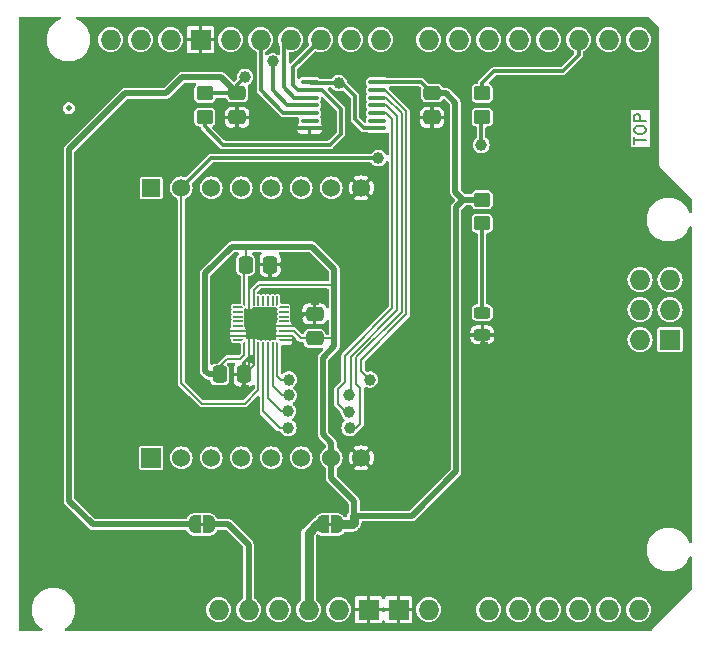
<source format=gbr>
%TF.GenerationSoftware,KiCad,Pcbnew,8.0.7+1*%
%TF.CreationDate,2025-02-19T15:00:20+01:00*%
%TF.ProjectId,ts14-arduino-shield,74733134-2d61-4726-9475-696e6f2d7368,rev?*%
%TF.SameCoordinates,Original*%
%TF.FileFunction,Copper,L1,Top*%
%TF.FilePolarity,Positive*%
%FSLAX46Y46*%
G04 Gerber Fmt 4.6, Leading zero omitted, Abs format (unit mm)*
G04 Created by KiCad (PCBNEW 8.0.7+1) date 2025-02-19 15:00:20*
%MOMM*%
%LPD*%
G01*
G04 APERTURE LIST*
G04 Aperture macros list*
%AMRoundRect*
0 Rectangle with rounded corners*
0 $1 Rounding radius*
0 $2 $3 $4 $5 $6 $7 $8 $9 X,Y pos of 4 corners*
0 Add a 4 corners polygon primitive as box body*
4,1,4,$2,$3,$4,$5,$6,$7,$8,$9,$2,$3,0*
0 Add four circle primitives for the rounded corners*
1,1,$1+$1,$2,$3*
1,1,$1+$1,$4,$5*
1,1,$1+$1,$6,$7*
1,1,$1+$1,$8,$9*
0 Add four rect primitives between the rounded corners*
20,1,$1+$1,$2,$3,$4,$5,0*
20,1,$1+$1,$4,$5,$6,$7,0*
20,1,$1+$1,$6,$7,$8,$9,0*
20,1,$1+$1,$8,$9,$2,$3,0*%
%AMFreePoly0*
4,1,19,0.500000,-0.750000,0.000000,-0.750000,0.000000,-0.744911,-0.071157,-0.744911,-0.207708,-0.704816,-0.327430,-0.627875,-0.420627,-0.520320,-0.479746,-0.390866,-0.500000,-0.250000,-0.500000,0.250000,-0.479746,0.390866,-0.420627,0.520320,-0.327430,0.627875,-0.207708,0.704816,-0.071157,0.744911,0.000000,0.744911,0.000000,0.750000,0.500000,0.750000,0.500000,-0.750000,0.500000,-0.750000,
$1*%
%AMFreePoly1*
4,1,19,0.000000,0.744911,0.071157,0.744911,0.207708,0.704816,0.327430,0.627875,0.420627,0.520320,0.479746,0.390866,0.500000,0.250000,0.500000,-0.250000,0.479746,-0.390866,0.420627,-0.520320,0.327430,-0.627875,0.207708,-0.704816,0.071157,-0.744911,0.000000,-0.744911,0.000000,-0.750000,-0.500000,-0.750000,-0.500000,0.750000,0.000000,0.750000,0.000000,0.744911,0.000000,0.744911,
$1*%
%AMFreePoly2*
4,1,14,0.314644,0.085355,0.385355,0.014644,0.400000,-0.020711,0.400000,-0.050000,0.385355,-0.085355,0.350000,-0.100000,-0.350000,-0.100000,-0.385355,-0.085355,-0.400000,-0.050000,-0.400000,0.050000,-0.385355,0.085355,-0.350000,0.100000,0.279289,0.100000,0.314644,0.085355,0.314644,0.085355,$1*%
%AMFreePoly3*
4,1,14,0.385355,0.085355,0.400000,0.050000,0.400000,0.020711,0.385355,-0.014644,0.314644,-0.085355,0.279289,-0.100000,-0.350000,-0.100000,-0.385355,-0.085355,-0.400000,-0.050000,-0.400000,0.050000,-0.385355,0.085355,-0.350000,0.100000,0.350000,0.100000,0.385355,0.085355,0.385355,0.085355,$1*%
%AMFreePoly4*
4,1,14,0.085355,0.385355,0.100000,0.350000,0.100000,-0.350000,0.085355,-0.385355,0.050000,-0.400000,-0.050000,-0.400000,-0.085355,-0.385355,-0.100000,-0.350000,-0.100000,0.279289,-0.085355,0.314644,-0.014644,0.385355,0.020711,0.400000,0.050000,0.400000,0.085355,0.385355,0.085355,0.385355,$1*%
%AMFreePoly5*
4,1,14,0.014644,0.385355,0.085355,0.314644,0.100000,0.279289,0.100000,-0.350000,0.085355,-0.385355,0.050000,-0.400000,-0.050000,-0.400000,-0.085355,-0.385355,-0.100000,-0.350000,-0.100000,0.350000,-0.085355,0.385355,-0.050000,0.400000,-0.020711,0.400000,0.014644,0.385355,0.014644,0.385355,$1*%
%AMFreePoly6*
4,1,14,0.385355,0.085355,0.400000,0.050000,0.400000,-0.050000,0.385355,-0.085355,0.350000,-0.100000,-0.279289,-0.100000,-0.314644,-0.085355,-0.385355,-0.014644,-0.400000,0.020711,-0.400000,0.050000,-0.385355,0.085355,-0.350000,0.100000,0.350000,0.100000,0.385355,0.085355,0.385355,0.085355,$1*%
%AMFreePoly7*
4,1,14,0.385355,0.085355,0.400000,0.050000,0.400000,-0.050000,0.385355,-0.085355,0.350000,-0.100000,-0.350000,-0.100000,-0.385355,-0.085355,-0.400000,-0.050000,-0.400000,-0.020711,-0.385355,0.014644,-0.314644,0.085355,-0.279289,0.100000,0.350000,0.100000,0.385355,0.085355,0.385355,0.085355,$1*%
%AMFreePoly8*
4,1,14,0.085355,0.385355,0.100000,0.350000,0.100000,-0.279289,0.085355,-0.314644,0.014644,-0.385355,-0.020711,-0.400000,-0.050000,-0.400000,-0.085355,-0.385355,-0.100000,-0.350000,-0.100000,0.350000,-0.085355,0.385355,-0.050000,0.400000,0.050000,0.400000,0.085355,0.385355,0.085355,0.385355,$1*%
%AMFreePoly9*
4,1,14,0.085355,0.385355,0.100000,0.350000,0.100000,-0.350000,0.085355,-0.385355,0.050000,-0.400000,0.020711,-0.400000,-0.014644,-0.385355,-0.085355,-0.314644,-0.100000,-0.279289,-0.100000,0.350000,-0.085355,0.385355,-0.050000,0.400000,0.050000,0.400000,0.085355,0.385355,0.085355,0.385355,$1*%
G04 Aperture macros list end*
%ADD10C,0.200000*%
%TA.AperFunction,NonConductor*%
%ADD11C,0.200000*%
%TD*%
%TA.AperFunction,EtchedComponent*%
%ADD12C,0.000000*%
%TD*%
%TA.AperFunction,SMDPad,CuDef*%
%ADD13RoundRect,0.250000X0.337500X0.475000X-0.337500X0.475000X-0.337500X-0.475000X0.337500X-0.475000X0*%
%TD*%
%TA.AperFunction,SMDPad,CuDef*%
%ADD14RoundRect,0.250000X-0.475000X0.337500X-0.475000X-0.337500X0.475000X-0.337500X0.475000X0.337500X0*%
%TD*%
%TA.AperFunction,SMDPad,CuDef*%
%ADD15FreePoly0,0.000000*%
%TD*%
%TA.AperFunction,SMDPad,CuDef*%
%ADD16FreePoly1,0.000000*%
%TD*%
%TA.AperFunction,ComponentPad*%
%ADD17R,1.676400X1.676400*%
%TD*%
%TA.AperFunction,ComponentPad*%
%ADD18C,1.524000*%
%TD*%
%TA.AperFunction,ComponentPad*%
%ADD19R,1.524000X1.524000*%
%TD*%
%TA.AperFunction,SMDPad,CuDef*%
%ADD20RoundRect,0.250000X0.450000X-0.350000X0.450000X0.350000X-0.450000X0.350000X-0.450000X-0.350000X0*%
%TD*%
%TA.AperFunction,ComponentPad*%
%ADD21O,1.727200X1.727200*%
%TD*%
%TA.AperFunction,ComponentPad*%
%ADD22R,1.727200X1.727200*%
%TD*%
%TA.AperFunction,SMDPad,CuDef*%
%ADD23C,0.500000*%
%TD*%
%TA.AperFunction,SMDPad,CuDef*%
%ADD24RoundRect,0.243750X0.456250X-0.243750X0.456250X0.243750X-0.456250X0.243750X-0.456250X-0.243750X0*%
%TD*%
%TA.AperFunction,SMDPad,CuDef*%
%ADD25RoundRect,0.250000X0.475000X-0.337500X0.475000X0.337500X-0.475000X0.337500X-0.475000X-0.337500X0*%
%TD*%
%TA.AperFunction,SMDPad,CuDef*%
%ADD26RoundRect,0.100000X-0.637500X-0.100000X0.637500X-0.100000X0.637500X0.100000X-0.637500X0.100000X0*%
%TD*%
%TA.AperFunction,SMDPad,CuDef*%
%ADD27FreePoly2,90.000000*%
%TD*%
%TA.AperFunction,SMDPad,CuDef*%
%ADD28RoundRect,0.050000X0.050000X-0.350000X0.050000X0.350000X-0.050000X0.350000X-0.050000X-0.350000X0*%
%TD*%
%TA.AperFunction,SMDPad,CuDef*%
%ADD29FreePoly3,90.000000*%
%TD*%
%TA.AperFunction,SMDPad,CuDef*%
%ADD30FreePoly4,90.000000*%
%TD*%
%TA.AperFunction,SMDPad,CuDef*%
%ADD31RoundRect,0.050000X0.350000X-0.050000X0.350000X0.050000X-0.350000X0.050000X-0.350000X-0.050000X0*%
%TD*%
%TA.AperFunction,SMDPad,CuDef*%
%ADD32FreePoly5,90.000000*%
%TD*%
%TA.AperFunction,SMDPad,CuDef*%
%ADD33FreePoly6,90.000000*%
%TD*%
%TA.AperFunction,SMDPad,CuDef*%
%ADD34FreePoly7,90.000000*%
%TD*%
%TA.AperFunction,SMDPad,CuDef*%
%ADD35FreePoly8,90.000000*%
%TD*%
%TA.AperFunction,SMDPad,CuDef*%
%ADD36FreePoly9,90.000000*%
%TD*%
%TA.AperFunction,HeatsinkPad*%
%ADD37R,2.650000X2.650000*%
%TD*%
%TA.AperFunction,ViaPad*%
%ADD38C,1.000000*%
%TD*%
%TA.AperFunction,Conductor*%
%ADD39C,0.300000*%
%TD*%
%TA.AperFunction,Conductor*%
%ADD40C,0.800000*%
%TD*%
%TA.AperFunction,Conductor*%
%ADD41C,0.200000*%
%TD*%
%TA.AperFunction,Conductor*%
%ADD42C,0.500000*%
%TD*%
G04 APERTURE END LIST*
D10*
D11*
X172617219Y-81273183D02*
X172617219Y-80701755D01*
X173617219Y-80987469D02*
X172617219Y-80987469D01*
X172617219Y-80177945D02*
X172617219Y-79987469D01*
X172617219Y-79987469D02*
X172664838Y-79892231D01*
X172664838Y-79892231D02*
X172760076Y-79796993D01*
X172760076Y-79796993D02*
X172950552Y-79749374D01*
X172950552Y-79749374D02*
X173283885Y-79749374D01*
X173283885Y-79749374D02*
X173474361Y-79796993D01*
X173474361Y-79796993D02*
X173569600Y-79892231D01*
X173569600Y-79892231D02*
X173617219Y-79987469D01*
X173617219Y-79987469D02*
X173617219Y-80177945D01*
X173617219Y-80177945D02*
X173569600Y-80273183D01*
X173569600Y-80273183D02*
X173474361Y-80368421D01*
X173474361Y-80368421D02*
X173283885Y-80416040D01*
X173283885Y-80416040D02*
X172950552Y-80416040D01*
X172950552Y-80416040D02*
X172760076Y-80368421D01*
X172760076Y-80368421D02*
X172664838Y-80273183D01*
X172664838Y-80273183D02*
X172617219Y-80177945D01*
X173617219Y-79320802D02*
X172617219Y-79320802D01*
X172617219Y-79320802D02*
X172617219Y-78939850D01*
X172617219Y-78939850D02*
X172664838Y-78844612D01*
X172664838Y-78844612D02*
X172712457Y-78796993D01*
X172712457Y-78796993D02*
X172807695Y-78749374D01*
X172807695Y-78749374D02*
X172950552Y-78749374D01*
X172950552Y-78749374D02*
X173045790Y-78796993D01*
X173045790Y-78796993D02*
X173093409Y-78844612D01*
X173093409Y-78844612D02*
X173141028Y-78939850D01*
X173141028Y-78939850D02*
X173141028Y-79320802D01*
D12*
%TA.AperFunction,EtchedComponent*%
%TO.C,JP1*%
G36*
X147110000Y-113600000D02*
G01*
X146610000Y-113600000D01*
X146610000Y-113400000D01*
X147110000Y-113400000D01*
X147110000Y-113600000D01*
G37*
%TD.AperFunction*%
%TA.AperFunction,EtchedComponent*%
%TO.C,JP2*%
G36*
X136250000Y-113600000D02*
G01*
X135750000Y-113600000D01*
X135750000Y-113400000D01*
X136250000Y-113400000D01*
X136250000Y-113600000D01*
G37*
%TD.AperFunction*%
%TD*%
D13*
%TO.P,C3,1*%
%TO.N,GND*%
X141787500Y-91500000D03*
%TO.P,C3,2*%
%TO.N,VCC*%
X139712500Y-91500000D03*
%TD*%
D14*
%TO.P,C4,1*%
%TO.N,/VCC_SPI_IO*%
X139000000Y-76962500D03*
%TO.P,C4,2*%
%TO.N,GND*%
X139000000Y-79037500D03*
%TD*%
D13*
%TO.P,C2,1*%
%TO.N,GND*%
X139587500Y-100800000D03*
%TO.P,C2,2*%
%TO.N,VCC*%
X137512500Y-100800000D03*
%TD*%
D14*
%TO.P,C1,1*%
%TO.N,GND*%
X145550000Y-95675000D03*
%TO.P,C1,2*%
%TO.N,VCC*%
X145550000Y-97750000D03*
%TD*%
D15*
%TO.P,JP1,1,A*%
%TO.N,Net-(JP1-A)*%
X146260000Y-113500000D03*
D16*
%TO.P,JP1,2,B*%
%TO.N,VCC*%
X147460000Y-113500000D03*
%TD*%
D17*
%TO.P,CON1,P1,AN*%
%TO.N,unconnected-(CON1-AN-PadP1)*%
X131720000Y-107860000D03*
D18*
%TO.P,CON1,P2,RST*%
%TO.N,unconnected-(CON1-RST-PadP2)*%
X134260000Y-107860000D03*
%TO.P,CON1,P3,CS*%
%TO.N,/SPI_CS*%
X136800000Y-107860000D03*
%TO.P,CON1,P4,SCK*%
%TO.N,/SPI_SCK*%
X139340000Y-107860000D03*
%TO.P,CON1,P5,MISO*%
%TO.N,/SPI_MISO*%
X141880000Y-107860000D03*
%TO.P,CON1,P6,MOSI*%
%TO.N,/SPI_MOSI*%
X144420000Y-107860000D03*
%TO.P,CON1,P7,3V3*%
%TO.N,VCC*%
X146960000Y-107860000D03*
%TO.P,CON1,P8,GND1*%
%TO.N,GND*%
X149500000Y-107860000D03*
%TO.P,CON1,P9,GND2*%
X149500000Y-85000000D03*
%TO.P,CON1,P10,5V*%
%TO.N,unconnected-(CON1-5V-PadP10)*%
X146960000Y-85000000D03*
%TO.P,CON1,P11,SDA*%
%TO.N,unconnected-(CON1-SDA-PadP11)*%
X144420000Y-85000000D03*
%TO.P,CON1,P12,SCL*%
%TO.N,unconnected-(CON1-SCL-PadP12)*%
X141880000Y-85000000D03*
%TO.P,CON1,P13,RX*%
%TO.N,unconnected-(CON1-RX-PadP13)*%
X139340000Y-85000000D03*
%TO.P,CON1,P14,TX*%
%TO.N,unconnected-(CON1-TX-PadP14)*%
X136800000Y-85000000D03*
%TO.P,CON1,P15,INT*%
%TO.N,/GPO*%
X134260000Y-85000000D03*
D19*
%TO.P,CON1,P16,PWM*%
%TO.N,unconnected-(CON1-PWM-PadP16)*%
X131720000Y-85000000D03*
%TD*%
D20*
%TO.P,R2,1*%
%TO.N,/5V_SPI_CS*%
X136250000Y-79000000D03*
%TO.P,R2,2*%
%TO.N,/VCC_SPI_IO*%
X136250000Y-77000000D03*
%TD*%
D21*
%TO.P,Shield1,*%
%TO.N,*%
X137419881Y-120702500D03*
%TO.P,Shield1,3V3,3.3V*%
%TO.N,Net-(JP1-A)*%
X145039881Y-120702500D03*
%TO.P,Shield1,5V1,5V*%
%TO.N,unconnected-(Shield1-5V-Pad5V1)*%
X147579881Y-120702500D03*
%TO.P,Shield1,5V2,SPI_5V*%
%TO.N,unconnected-(Shield1-SPI_5V-Pad5V2)*%
X175646881Y-92762500D03*
%TO.P,Shield1,A0,A0*%
%TO.N,unconnected-(Shield1-PadA0)*%
X160279881Y-120702500D03*
%TO.P,Shield1,A1,A1*%
%TO.N,unconnected-(Shield1-PadA1)*%
X162819881Y-120702500D03*
%TO.P,Shield1,A2,A2*%
%TO.N,unconnected-(Shield1-PadA2)*%
X165359881Y-120702500D03*
%TO.P,Shield1,A3,A3*%
%TO.N,unconnected-(Shield1-PadA3)*%
X167899881Y-120702500D03*
%TO.P,Shield1,A4,A4*%
%TO.N,unconnected-(Shield1-PadA4)*%
X170439881Y-120702500D03*
%TO.P,Shield1,A5,A5*%
%TO.N,unconnected-(Shield1-PadA5)*%
X172979881Y-120702500D03*
%TO.P,Shield1,AREF,AREF*%
%TO.N,unconnected-(Shield1-PadAREF)*%
X133355881Y-72442500D03*
%TO.P,Shield1,D0,D0/RX*%
%TO.N,unconnected-(Shield1-D0{slash}RX-PadD0)*%
X172979881Y-72442500D03*
%TO.P,Shield1,D1,D1/TX*%
%TO.N,unconnected-(Shield1-D1{slash}TX-PadD1)*%
X170439881Y-72442500D03*
%TO.P,Shield1,D2,D2_INT0*%
%TO.N,/5V_INT*%
X167899881Y-72442500D03*
%TO.P,Shield1,D3,D3_INT1*%
%TO.N,unconnected-(Shield1-D3_INT1-PadD3)*%
X165359881Y-72442500D03*
%TO.P,Shield1,D4,D4*%
%TO.N,unconnected-(Shield1-PadD4)*%
X162819881Y-72442500D03*
%TO.P,Shield1,D5,D5*%
%TO.N,unconnected-(Shield1-PadD5)*%
X160279881Y-72442500D03*
%TO.P,Shield1,D6,D6*%
%TO.N,unconnected-(Shield1-PadD6)*%
X157739881Y-72442500D03*
%TO.P,Shield1,D7,D7*%
%TO.N,unconnected-(Shield1-PadD7)*%
X155199881Y-72442500D03*
%TO.P,Shield1,D8,D8*%
%TO.N,unconnected-(Shield1-PadD8)*%
X151135881Y-72442500D03*
%TO.P,Shield1,D9,D9*%
%TO.N,unconnected-(Shield1-PadD9)*%
X148595881Y-72442500D03*
%TO.P,Shield1,D10,D10_CS*%
%TO.N,/5V_SPI_CS*%
X146055881Y-72442500D03*
%TO.P,Shield1,D11,D11*%
%TO.N,/5V_SPI_MOSI*%
X143515881Y-72442500D03*
%TO.P,Shield1,D12,D12*%
%TO.N,/5V_SPI_MISO*%
X140975881Y-72442500D03*
%TO.P,Shield1,D13,D13*%
%TO.N,/5V_SPI_SCK*%
X138435881Y-72442500D03*
D22*
%TO.P,Shield1,GND1,GND*%
%TO.N,GND*%
X135895881Y-72442500D03*
%TO.P,Shield1,GND2,GND*%
X150119881Y-120702500D03*
%TO.P,Shield1,GND3,GND*%
X152659881Y-120702500D03*
%TO.P,Shield1,GND4,SPI_GND*%
%TO.N,unconnected-(Shield1-SPI_GND-PadGND4)*%
X175646881Y-97842500D03*
D21*
%TO.P,Shield1,IORF,IOREF*%
%TO.N,Net-(JP2-B)*%
X139959881Y-120702500D03*
%TO.P,Shield1,MISO,SPI_MISO*%
%TO.N,unconnected-(Shield1-SPI_MISO-PadMISO)*%
X173106881Y-92762500D03*
%TO.P,Shield1,MOSI,SPI_MOSI*%
%TO.N,unconnected-(Shield1-SPI_MOSI-PadMOSI)*%
X175646881Y-95302500D03*
%TO.P,Shield1,RST1,RESET*%
%TO.N,unconnected-(Shield1-RESET-PadRST1)*%
X142499881Y-120702500D03*
%TO.P,Shield1,RST2,SPI_RESET*%
%TO.N,unconnected-(Shield1-SPI_RESET-PadRST2)*%
X173106881Y-97842500D03*
%TO.P,Shield1,SCK,SPI_SCK*%
%TO.N,unconnected-(Shield1-SPI_SCK-PadSCK)*%
X173106881Y-95302500D03*
%TO.P,Shield1,SCL,SCL*%
%TO.N,unconnected-(Shield1-PadSCL)*%
X128275881Y-72442500D03*
%TO.P,Shield1,SDA,SDA*%
%TO.N,unconnected-(Shield1-PadSDA)*%
X130815881Y-72442500D03*
%TO.P,Shield1,VIN,VIN*%
%TO.N,unconnected-(Shield1-PadVIN)*%
X155199881Y-120702500D03*
%TD*%
D20*
%TO.P,R1,1*%
%TO.N,Net-(D1-A)*%
X159750000Y-88000000D03*
%TO.P,R1,2*%
%TO.N,VCC*%
X159750000Y-86000000D03*
%TD*%
D23*
%TO.P,FID1,*%
%TO.N,*%
X124750000Y-78250000D03*
%TD*%
D24*
%TO.P,D1,1,K*%
%TO.N,GND*%
X159750000Y-97437500D03*
%TO.P,D1,2,A*%
%TO.N,Net-(D1-A)*%
X159750000Y-95562500D03*
%TD*%
D25*
%TO.P,C5,1*%
%TO.N,GND*%
X155500000Y-79037500D03*
%TO.P,C5,2*%
%TO.N,VCC*%
X155500000Y-76962500D03*
%TD*%
D26*
%TO.P,IC2,1,VCCA*%
%TO.N,/VCC_SPI_IO*%
X145137500Y-76050000D03*
%TO.P,IC2,2,A1_IN*%
%TO.N,/5V_SPI_CS*%
X145137500Y-76700000D03*
%TO.P,IC2,3,A2_IN*%
%TO.N,/5V_SPI_MOSI*%
X145137500Y-77350000D03*
%TO.P,IC2,4,A3_IN*%
%TO.N,/5V_SPI_SCK*%
X145137500Y-78000000D03*
%TO.P,IC2,5,A4_OUT*%
%TO.N,/5V_SPI_MISO*%
X145137500Y-78650000D03*
%TO.P,IC2,6*%
%TO.N,N/C*%
X145137500Y-79300000D03*
%TO.P,IC2,7,GND*%
%TO.N,GND*%
X145137500Y-79950000D03*
%TO.P,IC2,8,OE*%
%TO.N,/VCC_SPI_IO*%
X150862500Y-79950000D03*
%TO.P,IC2,9*%
%TO.N,N/C*%
X150862500Y-79300000D03*
%TO.P,IC2,10,B4_IN*%
%TO.N,/SPI_MISO*%
X150862500Y-78650000D03*
%TO.P,IC2,11,B3_OUT*%
%TO.N,/SPI_SCK*%
X150862500Y-78000000D03*
%TO.P,IC2,12,B2_OUT*%
%TO.N,/SPI_MOSI*%
X150862500Y-77350000D03*
%TO.P,IC2,13,B1_OUT*%
%TO.N,/SPI_CS*%
X150862500Y-76700000D03*
%TO.P,IC2,14,VCCB*%
%TO.N,VCC*%
X150862500Y-76050000D03*
%TD*%
D20*
%TO.P,R6,1*%
%TO.N,/GPO*%
X159750000Y-79000000D03*
%TO.P,R6,2*%
%TO.N,/5V_INT*%
X159750000Y-77000000D03*
%TD*%
D27*
%TO.P,IC1,1,VCC*%
%TO.N,VCC*%
X139600000Y-98450000D03*
D28*
%TO.P,IC1,2,GND*%
%TO.N,GND*%
X140000000Y-98450000D03*
%TO.P,IC1,3,PULLDN*%
X140400000Y-98450000D03*
%TO.P,IC1,4,GPO*%
%TO.N,/GPO*%
X140800000Y-98450000D03*
%TO.P,IC1,5,SDI*%
%TO.N,/SPI_MOSI*%
X141200000Y-98450000D03*
%TO.P,IC1,6,SDO*%
%TO.N,/SPI_MISO*%
X141600000Y-98450000D03*
%TO.P,IC1,7,SCK*%
%TO.N,/SPI_SCK*%
X142000000Y-98450000D03*
D29*
%TO.P,IC1,8,CSN*%
%TO.N,/SPI_CS*%
X142400000Y-98450000D03*
D30*
%TO.P,IC1,9,PULLDN*%
%TO.N,GND*%
X142950000Y-97900000D03*
D31*
%TO.P,IC1,10,PULLDN*%
X142950000Y-97500000D03*
%TO.P,IC1,11,VCC*%
%TO.N,VCC*%
X142950000Y-97100000D03*
%TO.P,IC1,12,GND*%
%TO.N,GND*%
X142950000Y-96700000D03*
%TO.P,IC1,13,DNC*%
%TO.N,unconnected-(IC1-DNC-Pad13)*%
X142950000Y-96300000D03*
%TO.P,IC1,14,DNC*%
%TO.N,unconnected-(IC1-DNC-Pad14)*%
X142950000Y-95900000D03*
%TO.P,IC1,15*%
%TO.N,N/C*%
X142950000Y-95500000D03*
D32*
%TO.P,IC1,16*%
X142950000Y-95100000D03*
D33*
%TO.P,IC1,17,DNC*%
%TO.N,unconnected-(IC1-DNC-Pad17)*%
X142400000Y-94550000D03*
D28*
%TO.P,IC1,18,DNC*%
%TO.N,unconnected-(IC1-DNC-Pad18)*%
X142000000Y-94550000D03*
%TO.P,IC1,19,DNC*%
%TO.N,unconnected-(IC1-DNC-Pad19)*%
X141600000Y-94550000D03*
%TO.P,IC1,20,DNC*%
%TO.N,unconnected-(IC1-DNC-Pad20)*%
X141200000Y-94550000D03*
%TO.P,IC1,21,DNC*%
%TO.N,unconnected-(IC1-DNC-Pad21)*%
X140800000Y-94550000D03*
%TO.P,IC1,22,PULLUP*%
%TO.N,VCC*%
X140400000Y-94550000D03*
%TO.P,IC1,23,GND*%
%TO.N,GND*%
X140000000Y-94550000D03*
D34*
%TO.P,IC1,24,VCC*%
%TO.N,VCC*%
X139600000Y-94550000D03*
D35*
%TO.P,IC1,25*%
%TO.N,N/C*%
X139050000Y-95100000D03*
D31*
%TO.P,IC1,26,DNC*%
%TO.N,unconnected-(IC1-DNC-Pad26)*%
X139050000Y-95500000D03*
%TO.P,IC1,27,DNC*%
%TO.N,unconnected-(IC1-DNC-Pad27)*%
X139050000Y-95900000D03*
%TO.P,IC1,28,DNC*%
%TO.N,unconnected-(IC1-DNC-Pad28)*%
X139050000Y-96300000D03*
%TO.P,IC1,29,DNC*%
%TO.N,unconnected-(IC1-DNC-Pad29)*%
X139050000Y-96700000D03*
%TO.P,IC1,30,PULLDN*%
%TO.N,GND*%
X139050000Y-97100000D03*
%TO.P,IC1,31,PULLDN*%
X139050000Y-97500000D03*
D36*
%TO.P,IC1,32*%
%TO.N,N/C*%
X139050000Y-97900000D03*
D37*
%TO.P,IC1,33,TP*%
%TO.N,GND*%
X141000000Y-96500000D03*
%TD*%
D15*
%TO.P,JP2,1,A*%
%TO.N,/VCC_SPI_IO*%
X135400000Y-113500000D03*
D16*
%TO.P,JP2,2,B*%
%TO.N,Net-(JP2-B)*%
X136600000Y-113500000D03*
%TD*%
D38*
%TO.N,GND*%
X127720000Y-104280000D03*
X146750000Y-88000000D03*
X152750000Y-98000000D03*
X145610000Y-94470000D03*
X155580000Y-80370000D03*
X137760000Y-97290000D03*
X173750000Y-83000000D03*
X169750000Y-110000000D03*
X159750000Y-108000000D03*
X121000000Y-110000000D03*
X121000000Y-122000000D03*
X152750000Y-108000000D03*
X138960000Y-80230000D03*
X146750000Y-80000000D03*
X121000000Y-71000000D03*
X144750000Y-91520000D03*
X143010000Y-91520000D03*
X159880000Y-98510000D03*
X129750000Y-80000000D03*
X157750000Y-122000000D03*
X153270000Y-74730000D03*
X176750000Y-119000000D03*
X159750000Y-83000000D03*
X144300000Y-94470000D03*
X143310000Y-99690000D03*
X129750000Y-122000000D03*
X176750000Y-112000000D03*
X139620000Y-102150000D03*
X143430000Y-79940000D03*
X176750000Y-100000000D03*
X150750000Y-94000000D03*
X136750000Y-88000000D03*
X127660000Y-88030000D03*
X137750000Y-93250000D03*
X145000000Y-99690000D03*
X121000000Y-80000000D03*
%TO.N,/VCC_SPI_IO*%
X147590000Y-76130000D03*
X139670000Y-75620000D03*
%TO.N,/GPO*%
X150950000Y-82490000D03*
X159670000Y-81370000D03*
%TO.N,/5V_SPI_SCK*%
X142010000Y-74290000D03*
%TO.N,/SPI_SCK*%
X143370000Y-102570000D03*
X148460000Y-102570000D03*
%TO.N,/SPI_MOSI*%
X148520000Y-105320000D03*
X143330000Y-105320000D03*
%TO.N,/SPI_CS*%
X143370000Y-101230000D03*
X150210000Y-101230000D03*
%TO.N,/SPI_MISO*%
X148475000Y-104005000D03*
X143300000Y-103920000D03*
%TD*%
D39*
%TO.N,/5V_SPI_MOSI*%
X145137500Y-77350000D02*
X143850000Y-77350000D01*
X143000000Y-76500000D02*
X143000000Y-72958381D01*
X143850000Y-77350000D02*
X143000000Y-76500000D01*
X143000000Y-72958381D02*
X143515881Y-72442500D01*
D40*
%TO.N,Net-(JP1-A)*%
X145039881Y-120702500D02*
X145039881Y-114210119D01*
X145039881Y-114210119D02*
X145750000Y-113500000D01*
X145750000Y-113500000D02*
X146260000Y-113500000D01*
D39*
%TO.N,/5V_SPI_MISO*%
X142900000Y-78650000D02*
X141000000Y-76750000D01*
X141000000Y-72466619D02*
X140975881Y-72442500D01*
X141000000Y-76750000D02*
X141000000Y-72466619D01*
X145137500Y-78650000D02*
X142900000Y-78650000D01*
D41*
%TO.N,GND*%
X140000000Y-95500000D02*
X141000000Y-96500000D01*
X140400000Y-98450000D02*
X140400000Y-97100000D01*
X141200000Y-96700000D02*
X141000000Y-96500000D01*
X140000000Y-97500000D02*
X141000000Y-96500000D01*
X140000000Y-93370000D02*
X140570000Y-92800000D01*
X144735000Y-95675000D02*
X145550000Y-95675000D01*
X140000000Y-98450000D02*
X140000000Y-97500000D01*
X142950000Y-97500000D02*
X143600000Y-97500000D01*
X139050000Y-97500000D02*
X140000000Y-97500000D01*
X139050000Y-97500000D02*
X137970000Y-97500000D01*
X143630000Y-97900000D02*
X143890000Y-98160000D01*
X143710000Y-96700000D02*
X144735000Y-95675000D01*
X142950000Y-96700000D02*
X143710000Y-96700000D01*
X140570000Y-92800000D02*
X141420000Y-92800000D01*
X142000000Y-97500000D02*
X141000000Y-96500000D01*
X142950000Y-97500000D02*
X142000000Y-97500000D01*
X140000000Y-94550000D02*
X140000000Y-95500000D01*
X141787500Y-92432500D02*
X141787500Y-91500000D01*
X143890000Y-97790000D02*
X143890000Y-98160000D01*
X143600000Y-97500000D02*
X143890000Y-97790000D01*
X139050000Y-97100000D02*
X137950000Y-97100000D01*
X143890000Y-98160000D02*
X143890000Y-99110000D01*
X142950000Y-97900000D02*
X143630000Y-97900000D01*
X143890000Y-99110000D02*
X143310000Y-99690000D01*
X137970000Y-97500000D02*
X137760000Y-97290000D01*
X140400000Y-98450000D02*
X140400000Y-99987500D01*
X140400000Y-97100000D02*
X141000000Y-96500000D01*
X141420000Y-92800000D02*
X141787500Y-92432500D01*
X137950000Y-97100000D02*
X137760000Y-97290000D01*
X140400000Y-99987500D02*
X139587500Y-100800000D01*
X140000000Y-98450000D02*
X140000000Y-100387500D01*
X139050000Y-97100000D02*
X140400000Y-97100000D01*
X140000000Y-100387500D02*
X139587500Y-100800000D01*
X142090000Y-97590000D02*
X141000000Y-96500000D01*
X140000000Y-94550000D02*
X140000000Y-93370000D01*
X142950000Y-96700000D02*
X141200000Y-96700000D01*
D39*
%TO.N,/5V_SPI_CS*%
X146200000Y-76700000D02*
X147780000Y-78280000D01*
X146870000Y-81340000D02*
X137800000Y-81340000D01*
X144175000Y-76700000D02*
X143750000Y-76275000D01*
X137800000Y-81340000D02*
X136250000Y-79790000D01*
X143750000Y-74748381D02*
X146055881Y-72442500D01*
X147780000Y-80430000D02*
X146870000Y-81340000D01*
X145137500Y-76700000D02*
X144175000Y-76700000D01*
X136250000Y-79790000D02*
X136250000Y-79000000D01*
X143750000Y-76275000D02*
X143750000Y-74748381D01*
X145137500Y-76700000D02*
X146200000Y-76700000D01*
X147780000Y-78280000D02*
X147780000Y-80430000D01*
%TO.N,/VCC_SPI_IO*%
X149710000Y-79950000D02*
X150862500Y-79950000D01*
D42*
X135400000Y-113500000D02*
X126750000Y-113500000D01*
X137817500Y-75780000D02*
X139000000Y-76962500D01*
D39*
X148960000Y-79200000D02*
X149710000Y-79950000D01*
D42*
X139670000Y-75620000D02*
X139650000Y-75640000D01*
X124750000Y-111500000D02*
X124750000Y-81750000D01*
D39*
X138962500Y-77000000D02*
X139000000Y-76962500D01*
D42*
X124750000Y-81750000D02*
X129500000Y-77000000D01*
X126750000Y-113500000D02*
X124750000Y-111500000D01*
D39*
X148960000Y-77200000D02*
X148960000Y-79200000D01*
X139670000Y-75620000D02*
X139000000Y-76290000D01*
D42*
X134360000Y-75640000D02*
X137660000Y-75640000D01*
D39*
X147590000Y-76130000D02*
X147890000Y-76130000D01*
D42*
X133000000Y-77000000D02*
X134360000Y-75640000D01*
X137800000Y-75780000D02*
X137817500Y-75780000D01*
D39*
X139000000Y-76290000D02*
X139000000Y-76962500D01*
D42*
X137660000Y-75640000D02*
X137800000Y-75780000D01*
D39*
X136250000Y-77000000D02*
X138962500Y-77000000D01*
X145217500Y-76130000D02*
X145137500Y-76050000D01*
X147590000Y-76130000D02*
X145217500Y-76130000D01*
D42*
X129500000Y-77000000D02*
X133000000Y-77000000D01*
D39*
X147890000Y-76130000D02*
X148960000Y-77200000D01*
%TO.N,/GPO*%
X136770000Y-82490000D02*
X150950000Y-82490000D01*
D41*
X140800000Y-102101371D02*
X139631371Y-103270000D01*
X140800000Y-98450000D02*
X140800000Y-102101371D01*
D39*
X159670000Y-81370000D02*
X159670000Y-79080000D01*
D41*
X139631371Y-103270000D02*
X136000000Y-103270000D01*
X134260000Y-101530000D02*
X134260000Y-85000000D01*
D39*
X159670000Y-79080000D02*
X159750000Y-79000000D01*
X134260000Y-85000000D02*
X136770000Y-82490000D01*
D41*
X136000000Y-103270000D02*
X134260000Y-101530000D01*
D42*
%TO.N,VCC*%
X145530000Y-97770000D02*
X145550000Y-97750000D01*
D39*
X154587500Y-76050000D02*
X150862500Y-76050000D01*
D40*
X148910000Y-112780000D02*
X148910000Y-113340000D01*
D42*
X158130000Y-86010000D02*
X157530000Y-86610000D01*
X157530000Y-109010000D02*
X153760000Y-112780000D01*
X157530000Y-86610000D02*
X157530000Y-109010000D01*
D41*
X137512500Y-100087500D02*
X137512500Y-100800000D01*
X140400000Y-93680000D02*
X140880000Y-93200000D01*
X139600000Y-91612500D02*
X139712500Y-91500000D01*
D42*
X158500000Y-86000000D02*
X159750000Y-86000000D01*
X146250000Y-99375000D02*
X147220000Y-98405000D01*
X147220000Y-97780000D02*
X147220000Y-93200000D01*
X158130000Y-86010000D02*
X157470000Y-85350000D01*
X146960000Y-109570000D02*
X148910000Y-111520000D01*
X146960000Y-107860000D02*
X146960000Y-109570000D01*
X147220000Y-93200000D02*
X147220000Y-91880000D01*
X158490000Y-86010000D02*
X158500000Y-86000000D01*
D41*
X139712500Y-91500000D02*
X139712500Y-90007500D01*
D42*
X148910000Y-111520000D02*
X148910000Y-112780000D01*
X145330000Y-89990000D02*
X139730000Y-89990000D01*
D41*
X147190000Y-97750000D02*
X147220000Y-97780000D01*
X139712500Y-90007500D02*
X139730000Y-89990000D01*
D42*
X139730000Y-89990000D02*
X138520000Y-89990000D01*
X153760000Y-112780000D02*
X148910000Y-112780000D01*
X146250000Y-105870000D02*
X146250000Y-99375000D01*
D41*
X142950000Y-97100000D02*
X143770000Y-97100000D01*
X140400000Y-94550000D02*
X140400000Y-93680000D01*
D39*
X155500000Y-76962500D02*
X154587500Y-76050000D01*
D42*
X146960000Y-107860000D02*
X146960000Y-106580000D01*
D40*
X148910000Y-113340000D02*
X148750000Y-113500000D01*
D42*
X147220000Y-91880000D02*
X145330000Y-89990000D01*
X157470000Y-85350000D02*
X157470000Y-77780000D01*
X147220000Y-98405000D02*
X147220000Y-97780000D01*
D40*
X148750000Y-113500000D02*
X147460000Y-113500000D01*
D42*
X158130000Y-86010000D02*
X158490000Y-86010000D01*
X136280000Y-100480000D02*
X136600000Y-100800000D01*
D41*
X140880000Y-93200000D02*
X147220000Y-93200000D01*
D42*
X156652500Y-76962500D02*
X155500000Y-76962500D01*
D41*
X139600000Y-98450000D02*
X139600000Y-99120000D01*
D42*
X146960000Y-106580000D02*
X146250000Y-105870000D01*
X136280000Y-92230000D02*
X136280000Y-100480000D01*
D41*
X144420000Y-97750000D02*
X145550000Y-97750000D01*
X139600000Y-99120000D02*
X139230000Y-99490000D01*
D42*
X138520000Y-89990000D02*
X136280000Y-92230000D01*
X136600000Y-100800000D02*
X137512500Y-100800000D01*
D41*
X139230000Y-99490000D02*
X138110000Y-99490000D01*
X143770000Y-97100000D02*
X144420000Y-97750000D01*
X145550000Y-97750000D02*
X147190000Y-97750000D01*
X139600000Y-94550000D02*
X139600000Y-91612500D01*
D42*
X157470000Y-77780000D02*
X156652500Y-76962500D01*
D41*
X138110000Y-99490000D02*
X137512500Y-100087500D01*
D42*
%TO.N,Net-(JP2-B)*%
X138250000Y-113500000D02*
X136600000Y-113500000D01*
X139959881Y-120702500D02*
X139959881Y-115209881D01*
X139959881Y-115209881D02*
X138250000Y-113500000D01*
D39*
%TO.N,/5V_SPI_SCK*%
X143250000Y-78000000D02*
X145137500Y-78000000D01*
X142010000Y-74290000D02*
X142000000Y-74300000D01*
X142000000Y-74300000D02*
X142000000Y-76750000D01*
X142000000Y-76750000D02*
X143250000Y-78000000D01*
D41*
%TO.N,/SPI_SCK*%
X152520000Y-78920001D02*
X151599999Y-78000000D01*
X151599999Y-78000000D02*
X150862500Y-78000000D01*
X148460000Y-102570000D02*
X148600000Y-102430000D01*
X152520000Y-95370000D02*
X152520000Y-78920001D01*
X148600000Y-102430000D02*
X148600000Y-99290000D01*
X142760000Y-102570000D02*
X142000000Y-101810000D01*
X142000000Y-101810000D02*
X142000000Y-98450000D01*
X148600000Y-99290000D02*
X152520000Y-95370000D01*
X143370000Y-102570000D02*
X142760000Y-102570000D01*
%TO.N,/SPI_MOSI*%
X143330000Y-105320000D02*
X142594314Y-105320000D01*
X152920000Y-95535686D02*
X152920000Y-78670001D01*
X141200000Y-103925686D02*
X141200000Y-98450000D01*
X149100000Y-101600000D02*
X149100000Y-99355686D01*
X148520000Y-105320000D02*
X149090000Y-105320000D01*
X152920000Y-78670001D02*
X151599999Y-77350000D01*
X142594314Y-105320000D02*
X141200000Y-103925686D01*
X144310000Y-107860000D02*
X144420000Y-107860000D01*
X149430000Y-104980000D02*
X149430000Y-101930000D01*
X149430000Y-101930000D02*
X149100000Y-101600000D01*
X149090000Y-105320000D02*
X149430000Y-104980000D01*
X149100000Y-99355686D02*
X152920000Y-95535686D01*
X151599999Y-77350000D02*
X150862500Y-77350000D01*
%TO.N,/SPI_CS*%
X143370000Y-101230000D02*
X142720000Y-101230000D01*
X142720000Y-101230000D02*
X142400000Y-100910000D01*
X153320000Y-95720000D02*
X153320000Y-78501544D01*
X149500000Y-100520000D02*
X149500000Y-99540000D01*
X149500000Y-99540000D02*
X153320000Y-95720000D01*
X153320000Y-78501544D02*
X151518456Y-76700000D01*
X150210000Y-101230000D02*
X149500000Y-100520000D01*
X151518456Y-76700000D02*
X150862500Y-76700000D01*
X142400000Y-100910000D02*
X142400000Y-98450000D01*
%TO.N,/SPI_MISO*%
X147500000Y-102050000D02*
X148100000Y-101450000D01*
X148475000Y-104005000D02*
X148205000Y-104005000D01*
X148100000Y-99224314D02*
X152120000Y-95204314D01*
X152120000Y-79170001D02*
X151599999Y-78650000D01*
X141600000Y-102780000D02*
X141600000Y-98450000D01*
X142740000Y-103920000D02*
X141600000Y-102780000D01*
X147500000Y-103300000D02*
X147500000Y-102050000D01*
X148205000Y-104005000D02*
X147500000Y-103300000D01*
X152120000Y-95204314D02*
X152120000Y-79170001D01*
X148100000Y-101450000D02*
X148100000Y-99224314D01*
X143300000Y-103920000D02*
X142740000Y-103920000D01*
X151599999Y-78650000D02*
X150862500Y-78650000D01*
D39*
%TO.N,Net-(D1-A)*%
X159750000Y-88000000D02*
X159750000Y-95562500D01*
%TO.N,/5V_INT*%
X159750000Y-76110000D02*
X160760000Y-75100000D01*
X167899881Y-73780119D02*
X167899881Y-72442500D01*
X166580000Y-75100000D02*
X167899881Y-73780119D01*
X160760000Y-75100000D02*
X166580000Y-75100000D01*
X159750000Y-77000000D02*
X159750000Y-76110000D01*
%TD*%
%TA.AperFunction,Conductor*%
%TO.N,GND*%
G36*
X151433213Y-120505279D02*
G01*
X151477561Y-120533780D01*
X151496281Y-120552500D01*
X152174153Y-120552500D01*
X152151881Y-120635620D01*
X152151881Y-120769380D01*
X152174153Y-120852500D01*
X151496281Y-120852500D01*
X151477561Y-120871220D01*
X151416238Y-120904704D01*
X151346546Y-120899719D01*
X151302200Y-120871219D01*
X151283481Y-120852500D01*
X150605609Y-120852500D01*
X150627881Y-120769380D01*
X150627881Y-120635620D01*
X150605609Y-120552500D01*
X151283479Y-120552500D01*
X151302198Y-120533781D01*
X151363521Y-120500295D01*
X151433213Y-120505279D01*
G37*
%TD.AperFunction*%
%TA.AperFunction,Conductor*%
G36*
X154457995Y-76420185D02*
G01*
X154478637Y-76436819D01*
X154538181Y-76496363D01*
X154571666Y-76557686D01*
X154574500Y-76584044D01*
X154574500Y-77354269D01*
X154577353Y-77384699D01*
X154577353Y-77384701D01*
X154620012Y-77506609D01*
X154622207Y-77512882D01*
X154702850Y-77622150D01*
X154812118Y-77702793D01*
X154854845Y-77717744D01*
X154940299Y-77747646D01*
X154970730Y-77750500D01*
X154970734Y-77750500D01*
X156029270Y-77750500D01*
X156059699Y-77747646D01*
X156059701Y-77747646D01*
X156124175Y-77725085D01*
X156187882Y-77702793D01*
X156297150Y-77622150D01*
X156372055Y-77520657D01*
X156427702Y-77478406D01*
X156497358Y-77472947D01*
X156558908Y-77506014D01*
X156559506Y-77506609D01*
X156983181Y-77930284D01*
X157016666Y-77991607D01*
X157019500Y-78017965D01*
X157019500Y-85409308D01*
X157043712Y-85499672D01*
X157050200Y-85523885D01*
X157050200Y-85523886D01*
X157070762Y-85559500D01*
X157109511Y-85626614D01*
X157109513Y-85626616D01*
X157405216Y-85922319D01*
X157438701Y-85983642D01*
X157433717Y-86053334D01*
X157405216Y-86097681D01*
X157169513Y-86333383D01*
X157169509Y-86333389D01*
X157110201Y-86436112D01*
X157110200Y-86436117D01*
X157079500Y-86550691D01*
X157079500Y-108772035D01*
X157059815Y-108839074D01*
X157043181Y-108859716D01*
X153609716Y-112293181D01*
X153548393Y-112326666D01*
X153522035Y-112329500D01*
X149484500Y-112329500D01*
X149417461Y-112309815D01*
X149371706Y-112257011D01*
X149360500Y-112205500D01*
X149360500Y-111460693D01*
X149360500Y-111460691D01*
X149329799Y-111346114D01*
X149329797Y-111346110D01*
X149304731Y-111302694D01*
X149270493Y-111243392D01*
X149270487Y-111243384D01*
X147446819Y-109419716D01*
X147413334Y-109358393D01*
X147410500Y-109332035D01*
X147410500Y-108784892D01*
X147430185Y-108717853D01*
X147476049Y-108675533D01*
X147497324Y-108664162D01*
X147643883Y-108543883D01*
X147764162Y-108397324D01*
X147853537Y-108230115D01*
X147908573Y-108048683D01*
X147927157Y-107860000D01*
X148432861Y-107860000D01*
X148453365Y-108068186D01*
X148514092Y-108268375D01*
X148612705Y-108452869D01*
X148649799Y-108498067D01*
X149096957Y-108050910D01*
X149144311Y-108132930D01*
X149227070Y-108215689D01*
X149309089Y-108263042D01*
X148861931Y-108710199D01*
X148861931Y-108710200D01*
X148907126Y-108747292D01*
X148907128Y-108747293D01*
X149091624Y-108845907D01*
X149291815Y-108906634D01*
X149291811Y-108906634D01*
X149500000Y-108927138D01*
X149708186Y-108906634D01*
X149908379Y-108845906D01*
X150092870Y-108747294D01*
X150092874Y-108747291D01*
X150138067Y-108710200D01*
X150138067Y-108710199D01*
X149690910Y-108263042D01*
X149772930Y-108215689D01*
X149855689Y-108132930D01*
X149903042Y-108050910D01*
X150350199Y-108498067D01*
X150350200Y-108498067D01*
X150387291Y-108452874D01*
X150387294Y-108452870D01*
X150485906Y-108268379D01*
X150546634Y-108068186D01*
X150567138Y-107860000D01*
X150546634Y-107651813D01*
X150485907Y-107451624D01*
X150387293Y-107267128D01*
X150387292Y-107267126D01*
X150350200Y-107221931D01*
X150350199Y-107221931D01*
X149903041Y-107669088D01*
X149855689Y-107587070D01*
X149772930Y-107504311D01*
X149690910Y-107456957D01*
X150138067Y-107009799D01*
X150092869Y-106972705D01*
X149908375Y-106874092D01*
X149708184Y-106813365D01*
X149708188Y-106813365D01*
X149500000Y-106792861D01*
X149291813Y-106813365D01*
X149091620Y-106874093D01*
X148907130Y-106972704D01*
X148907128Y-106972706D01*
X148861930Y-107009798D01*
X148861930Y-107009799D01*
X149309089Y-107456957D01*
X149227070Y-107504311D01*
X149144311Y-107587070D01*
X149096957Y-107669088D01*
X148649799Y-107221930D01*
X148649798Y-107221930D01*
X148612706Y-107267128D01*
X148612704Y-107267130D01*
X148514093Y-107451620D01*
X148453365Y-107651813D01*
X148432861Y-107860000D01*
X147927157Y-107860000D01*
X147908573Y-107671317D01*
X147853537Y-107489885D01*
X147829969Y-107445792D01*
X147764165Y-107322681D01*
X147764161Y-107322674D01*
X147643883Y-107176116D01*
X147497325Y-107055839D01*
X147497324Y-107055838D01*
X147497317Y-107055834D01*
X147476043Y-107044462D01*
X147426200Y-106995498D01*
X147410500Y-106935106D01*
X147410500Y-106520693D01*
X147410500Y-106520691D01*
X147379799Y-106406114D01*
X147320490Y-106303386D01*
X146736819Y-105719715D01*
X146703334Y-105658392D01*
X146700500Y-105632034D01*
X146700500Y-99612965D01*
X146720185Y-99545926D01*
X146736819Y-99525284D01*
X147153785Y-99108318D01*
X147580489Y-98681614D01*
X147639799Y-98578887D01*
X147651519Y-98535146D01*
X147670500Y-98464309D01*
X147670500Y-97720691D01*
X147670500Y-93140691D01*
X147670500Y-91820691D01*
X147639799Y-91706114D01*
X147580490Y-91603386D01*
X145606614Y-89629511D01*
X145547302Y-89595267D01*
X145503888Y-89570201D01*
X145491780Y-89566957D01*
X145479673Y-89563713D01*
X145479670Y-89563712D01*
X145441478Y-89553478D01*
X145389309Y-89539500D01*
X139789309Y-89539500D01*
X138460691Y-89539500D01*
X138391944Y-89557920D01*
X138346112Y-89570201D01*
X138346107Y-89570204D01*
X138302695Y-89595267D01*
X138302696Y-89595268D01*
X138243389Y-89629508D01*
X138243383Y-89629513D01*
X135919513Y-91953383D01*
X135919509Y-91953389D01*
X135860201Y-92056112D01*
X135860200Y-92056117D01*
X135829500Y-92170691D01*
X135829500Y-100539308D01*
X135853712Y-100629672D01*
X135860200Y-100653885D01*
X135860200Y-100653886D01*
X135885267Y-100697303D01*
X135919511Y-100756614D01*
X136323386Y-101160489D01*
X136374537Y-101190021D01*
X136426114Y-101219799D01*
X136540691Y-101250500D01*
X136604198Y-101250500D01*
X136671237Y-101270185D01*
X136716992Y-101322989D01*
X136724877Y-101352519D01*
X136725744Y-101352330D01*
X136727353Y-101359701D01*
X136772206Y-101487880D01*
X136772207Y-101487882D01*
X136852850Y-101597150D01*
X136962118Y-101677793D01*
X136995689Y-101689540D01*
X137090299Y-101722646D01*
X137120730Y-101725500D01*
X137120734Y-101725500D01*
X137904270Y-101725500D01*
X137934699Y-101722646D01*
X137934701Y-101722646D01*
X138005342Y-101697927D01*
X138062882Y-101677793D01*
X138172150Y-101597150D01*
X138252793Y-101487882D01*
X138281290Y-101406443D01*
X138297646Y-101359701D01*
X138297646Y-101359699D01*
X138300500Y-101329269D01*
X138300500Y-101318053D01*
X138700000Y-101318053D01*
X138710613Y-101406443D01*
X138766079Y-101547095D01*
X138857435Y-101667564D01*
X138977904Y-101758920D01*
X139118556Y-101814386D01*
X139206946Y-101825000D01*
X139437500Y-101825000D01*
X139437500Y-100950000D01*
X138700000Y-100950000D01*
X138700000Y-101318053D01*
X138300500Y-101318053D01*
X138300500Y-100270730D01*
X138297646Y-100240300D01*
X138297646Y-100240298D01*
X138252793Y-100112119D01*
X138252790Y-100112113D01*
X138171809Y-100002387D01*
X138147838Y-99936758D01*
X138163154Y-99868588D01*
X138183901Y-99841070D01*
X138198156Y-99826816D01*
X138259480Y-99793333D01*
X138285834Y-99790500D01*
X138715413Y-99790500D01*
X138782452Y-99810185D01*
X138828207Y-99862989D01*
X138838151Y-99932147D01*
X138814217Y-99989425D01*
X138766080Y-100052902D01*
X138710613Y-100193556D01*
X138700000Y-100281946D01*
X138700000Y-100650000D01*
X139437500Y-100650000D01*
X139437500Y-99758833D01*
X139457185Y-99691794D01*
X139473819Y-99671152D01*
X139619687Y-99525284D01*
X139840460Y-99304511D01*
X139843330Y-99299540D01*
X139880021Y-99235989D01*
X139880023Y-99235980D01*
X139883130Y-99228482D01*
X139885916Y-99229636D01*
X139914791Y-99182254D01*
X139977634Y-99151718D01*
X139998210Y-99149999D01*
X140083213Y-99149999D01*
X140151251Y-99140086D01*
X140160453Y-99137244D01*
X140161360Y-99140181D01*
X140214388Y-99131117D01*
X140239192Y-99138400D01*
X140239549Y-99137245D01*
X140248751Y-99140088D01*
X140316779Y-99149999D01*
X140375498Y-99149999D01*
X140442538Y-99169683D01*
X140488294Y-99222486D01*
X140499500Y-99273999D01*
X140499500Y-99820746D01*
X140479815Y-99887785D01*
X140427011Y-99933540D01*
X140357853Y-99943484D01*
X140300575Y-99919550D01*
X140197097Y-99841080D01*
X140056443Y-99785613D01*
X139968054Y-99775000D01*
X139737500Y-99775000D01*
X139737500Y-101825000D01*
X139968054Y-101825000D01*
X140056443Y-101814386D01*
X140197097Y-101758919D01*
X140197098Y-101758919D01*
X140300574Y-101680450D01*
X140365886Y-101655626D01*
X140434249Y-101670054D01*
X140483961Y-101719151D01*
X140499500Y-101779253D01*
X140499500Y-101925538D01*
X140479815Y-101992577D01*
X140463181Y-102013219D01*
X139543219Y-102933181D01*
X139481896Y-102966666D01*
X139455538Y-102969500D01*
X136175833Y-102969500D01*
X136108794Y-102949815D01*
X136088152Y-102933181D01*
X134596819Y-101441848D01*
X134563334Y-101380525D01*
X134560500Y-101354167D01*
X134560500Y-86005070D01*
X134580185Y-85938031D01*
X134626047Y-85895712D01*
X134797318Y-85804165D01*
X134797324Y-85804162D01*
X134943883Y-85683883D01*
X135064162Y-85537324D01*
X135153537Y-85370115D01*
X135208573Y-85188683D01*
X135227157Y-85000000D01*
X135832843Y-85000000D01*
X135851426Y-85188681D01*
X135869180Y-85247207D01*
X135906463Y-85370115D01*
X135906464Y-85370118D01*
X135906465Y-85370119D01*
X135906466Y-85370122D01*
X135995834Y-85537318D01*
X135995838Y-85537325D01*
X136116116Y-85683883D01*
X136262674Y-85804161D01*
X136262681Y-85804165D01*
X136429877Y-85893533D01*
X136429878Y-85893533D01*
X136429885Y-85893537D01*
X136611317Y-85948573D01*
X136611316Y-85948573D01*
X136628233Y-85950239D01*
X136800000Y-85967157D01*
X136988683Y-85948573D01*
X137170115Y-85893537D01*
X137337324Y-85804162D01*
X137483883Y-85683883D01*
X137604162Y-85537324D01*
X137693537Y-85370115D01*
X137748573Y-85188683D01*
X137767157Y-85000000D01*
X138372843Y-85000000D01*
X138391426Y-85188681D01*
X138409180Y-85247207D01*
X138446463Y-85370115D01*
X138446464Y-85370118D01*
X138446465Y-85370119D01*
X138446466Y-85370122D01*
X138535834Y-85537318D01*
X138535838Y-85537325D01*
X138656116Y-85683883D01*
X138802674Y-85804161D01*
X138802681Y-85804165D01*
X138969877Y-85893533D01*
X138969878Y-85893533D01*
X138969885Y-85893537D01*
X139151317Y-85948573D01*
X139151316Y-85948573D01*
X139168233Y-85950239D01*
X139340000Y-85967157D01*
X139528683Y-85948573D01*
X139710115Y-85893537D01*
X139877324Y-85804162D01*
X140023883Y-85683883D01*
X140144162Y-85537324D01*
X140233537Y-85370115D01*
X140288573Y-85188683D01*
X140307157Y-85000000D01*
X140912843Y-85000000D01*
X140931426Y-85188681D01*
X140949180Y-85247207D01*
X140986463Y-85370115D01*
X140986464Y-85370118D01*
X140986465Y-85370119D01*
X140986466Y-85370122D01*
X141075834Y-85537318D01*
X141075838Y-85537325D01*
X141196116Y-85683883D01*
X141342674Y-85804161D01*
X141342681Y-85804165D01*
X141509877Y-85893533D01*
X141509878Y-85893533D01*
X141509885Y-85893537D01*
X141691317Y-85948573D01*
X141691316Y-85948573D01*
X141708233Y-85950239D01*
X141880000Y-85967157D01*
X142068683Y-85948573D01*
X142250115Y-85893537D01*
X142417324Y-85804162D01*
X142563883Y-85683883D01*
X142684162Y-85537324D01*
X142773537Y-85370115D01*
X142828573Y-85188683D01*
X142847157Y-85000000D01*
X143452843Y-85000000D01*
X143471426Y-85188681D01*
X143489180Y-85247207D01*
X143526463Y-85370115D01*
X143526464Y-85370118D01*
X143526465Y-85370119D01*
X143526466Y-85370122D01*
X143615834Y-85537318D01*
X143615838Y-85537325D01*
X143736116Y-85683883D01*
X143882674Y-85804161D01*
X143882681Y-85804165D01*
X144049877Y-85893533D01*
X144049878Y-85893533D01*
X144049885Y-85893537D01*
X144231317Y-85948573D01*
X144231316Y-85948573D01*
X144248233Y-85950239D01*
X144420000Y-85967157D01*
X144608683Y-85948573D01*
X144790115Y-85893537D01*
X144957324Y-85804162D01*
X145103883Y-85683883D01*
X145224162Y-85537324D01*
X145313537Y-85370115D01*
X145368573Y-85188683D01*
X145387157Y-85000000D01*
X145992843Y-85000000D01*
X146011426Y-85188681D01*
X146029180Y-85247207D01*
X146066463Y-85370115D01*
X146066464Y-85370118D01*
X146066465Y-85370119D01*
X146066466Y-85370122D01*
X146155834Y-85537318D01*
X146155838Y-85537325D01*
X146276116Y-85683883D01*
X146422674Y-85804161D01*
X146422681Y-85804165D01*
X146589877Y-85893533D01*
X146589878Y-85893533D01*
X146589885Y-85893537D01*
X146771317Y-85948573D01*
X146771316Y-85948573D01*
X146788233Y-85950239D01*
X146960000Y-85967157D01*
X147148683Y-85948573D01*
X147330115Y-85893537D01*
X147497324Y-85804162D01*
X147643883Y-85683883D01*
X147764162Y-85537324D01*
X147853537Y-85370115D01*
X147908573Y-85188683D01*
X147927157Y-85000000D01*
X148432861Y-85000000D01*
X148453365Y-85208186D01*
X148514092Y-85408375D01*
X148612705Y-85592869D01*
X148649799Y-85638067D01*
X149096957Y-85190910D01*
X149144311Y-85272930D01*
X149227070Y-85355689D01*
X149309089Y-85403042D01*
X148861931Y-85850199D01*
X148861931Y-85850200D01*
X148907126Y-85887292D01*
X148907128Y-85887293D01*
X149091624Y-85985907D01*
X149291815Y-86046634D01*
X149291811Y-86046634D01*
X149500000Y-86067138D01*
X149708186Y-86046634D01*
X149908379Y-85985906D01*
X150092870Y-85887294D01*
X150092874Y-85887291D01*
X150138067Y-85850200D01*
X150138067Y-85850199D01*
X149690910Y-85403042D01*
X149772930Y-85355689D01*
X149855689Y-85272930D01*
X149903042Y-85190910D01*
X150350199Y-85638067D01*
X150350200Y-85638067D01*
X150387291Y-85592874D01*
X150387294Y-85592870D01*
X150485906Y-85408379D01*
X150546634Y-85208186D01*
X150567138Y-85000000D01*
X150546634Y-84791813D01*
X150485907Y-84591624D01*
X150387293Y-84407128D01*
X150387292Y-84407126D01*
X150350200Y-84361931D01*
X150350199Y-84361931D01*
X149903041Y-84809088D01*
X149855689Y-84727070D01*
X149772930Y-84644311D01*
X149690910Y-84596957D01*
X150138067Y-84149799D01*
X150092869Y-84112705D01*
X149908375Y-84014092D01*
X149708184Y-83953365D01*
X149708188Y-83953365D01*
X149500000Y-83932861D01*
X149291813Y-83953365D01*
X149091620Y-84014093D01*
X148907130Y-84112704D01*
X148907128Y-84112706D01*
X148861930Y-84149798D01*
X148861930Y-84149799D01*
X149309089Y-84596957D01*
X149227070Y-84644311D01*
X149144311Y-84727070D01*
X149096957Y-84809088D01*
X148649799Y-84361930D01*
X148649798Y-84361930D01*
X148612706Y-84407128D01*
X148612704Y-84407130D01*
X148514093Y-84591620D01*
X148453365Y-84791813D01*
X148432861Y-85000000D01*
X147927157Y-85000000D01*
X147908573Y-84811317D01*
X147853537Y-84629885D01*
X147829969Y-84585792D01*
X147764165Y-84462681D01*
X147764161Y-84462674D01*
X147643883Y-84316116D01*
X147497325Y-84195838D01*
X147497318Y-84195834D01*
X147330122Y-84106466D01*
X147330119Y-84106465D01*
X147330118Y-84106464D01*
X147330115Y-84106463D01*
X147148683Y-84051427D01*
X147148681Y-84051426D01*
X147148683Y-84051426D01*
X146960000Y-84032843D01*
X146771318Y-84051426D01*
X146664194Y-84083921D01*
X146589885Y-84106463D01*
X146589882Y-84106464D01*
X146589880Y-84106465D01*
X146589877Y-84106466D01*
X146422681Y-84195834D01*
X146422674Y-84195838D01*
X146276116Y-84316116D01*
X146155838Y-84462674D01*
X146155834Y-84462681D01*
X146066466Y-84629877D01*
X146066465Y-84629880D01*
X146011426Y-84811318D01*
X145992843Y-85000000D01*
X145387157Y-85000000D01*
X145368573Y-84811317D01*
X145313537Y-84629885D01*
X145289969Y-84585792D01*
X145224165Y-84462681D01*
X145224161Y-84462674D01*
X145103883Y-84316116D01*
X144957325Y-84195838D01*
X144957318Y-84195834D01*
X144790122Y-84106466D01*
X144790119Y-84106465D01*
X144790118Y-84106464D01*
X144790115Y-84106463D01*
X144608683Y-84051427D01*
X144608681Y-84051426D01*
X144608683Y-84051426D01*
X144420000Y-84032843D01*
X144231318Y-84051426D01*
X144124194Y-84083921D01*
X144049885Y-84106463D01*
X144049882Y-84106464D01*
X144049880Y-84106465D01*
X144049877Y-84106466D01*
X143882681Y-84195834D01*
X143882674Y-84195838D01*
X143736116Y-84316116D01*
X143615838Y-84462674D01*
X143615834Y-84462681D01*
X143526466Y-84629877D01*
X143526465Y-84629880D01*
X143471426Y-84811318D01*
X143452843Y-85000000D01*
X142847157Y-85000000D01*
X142828573Y-84811317D01*
X142773537Y-84629885D01*
X142749969Y-84585792D01*
X142684165Y-84462681D01*
X142684161Y-84462674D01*
X142563883Y-84316116D01*
X142417325Y-84195838D01*
X142417318Y-84195834D01*
X142250122Y-84106466D01*
X142250119Y-84106465D01*
X142250118Y-84106464D01*
X142250115Y-84106463D01*
X142068683Y-84051427D01*
X142068681Y-84051426D01*
X142068683Y-84051426D01*
X141880000Y-84032843D01*
X141691318Y-84051426D01*
X141584194Y-84083921D01*
X141509885Y-84106463D01*
X141509882Y-84106464D01*
X141509880Y-84106465D01*
X141509877Y-84106466D01*
X141342681Y-84195834D01*
X141342674Y-84195838D01*
X141196116Y-84316116D01*
X141075838Y-84462674D01*
X141075834Y-84462681D01*
X140986466Y-84629877D01*
X140986465Y-84629880D01*
X140931426Y-84811318D01*
X140912843Y-85000000D01*
X140307157Y-85000000D01*
X140288573Y-84811317D01*
X140233537Y-84629885D01*
X140209969Y-84585792D01*
X140144165Y-84462681D01*
X140144161Y-84462674D01*
X140023883Y-84316116D01*
X139877325Y-84195838D01*
X139877318Y-84195834D01*
X139710122Y-84106466D01*
X139710119Y-84106465D01*
X139710118Y-84106464D01*
X139710115Y-84106463D01*
X139528683Y-84051427D01*
X139528681Y-84051426D01*
X139528683Y-84051426D01*
X139340000Y-84032843D01*
X139151318Y-84051426D01*
X139044194Y-84083921D01*
X138969885Y-84106463D01*
X138969882Y-84106464D01*
X138969880Y-84106465D01*
X138969877Y-84106466D01*
X138802681Y-84195834D01*
X138802674Y-84195838D01*
X138656116Y-84316116D01*
X138535838Y-84462674D01*
X138535834Y-84462681D01*
X138446466Y-84629877D01*
X138446465Y-84629880D01*
X138391426Y-84811318D01*
X138372843Y-85000000D01*
X137767157Y-85000000D01*
X137748573Y-84811317D01*
X137693537Y-84629885D01*
X137669969Y-84585792D01*
X137604165Y-84462681D01*
X137604161Y-84462674D01*
X137483883Y-84316116D01*
X137337325Y-84195838D01*
X137337318Y-84195834D01*
X137170122Y-84106466D01*
X137170119Y-84106465D01*
X137170118Y-84106464D01*
X137170115Y-84106463D01*
X136988683Y-84051427D01*
X136988681Y-84051426D01*
X136988683Y-84051426D01*
X136800000Y-84032843D01*
X136611318Y-84051426D01*
X136504194Y-84083921D01*
X136429885Y-84106463D01*
X136429882Y-84106464D01*
X136429880Y-84106465D01*
X136429877Y-84106466D01*
X136262681Y-84195834D01*
X136262674Y-84195838D01*
X136116116Y-84316116D01*
X135995838Y-84462674D01*
X135995834Y-84462681D01*
X135906466Y-84629877D01*
X135906465Y-84629880D01*
X135851426Y-84811318D01*
X135832843Y-85000000D01*
X135227157Y-85000000D01*
X135208573Y-84811317D01*
X135168653Y-84679719D01*
X135168031Y-84609855D01*
X135199632Y-84556048D01*
X136878863Y-82876819D01*
X136940186Y-82843334D01*
X136966544Y-82840500D01*
X150275681Y-82840500D01*
X150342720Y-82860185D01*
X150377729Y-82894057D01*
X150421817Y-82957929D01*
X150523072Y-83047633D01*
X150549150Y-83070736D01*
X150699773Y-83149789D01*
X150699775Y-83149790D01*
X150864944Y-83190500D01*
X151035056Y-83190500D01*
X151200225Y-83149790D01*
X151279692Y-83108081D01*
X151350849Y-83070736D01*
X151350850Y-83070734D01*
X151350852Y-83070734D01*
X151478183Y-82957929D01*
X151574818Y-82817930D01*
X151579558Y-82805429D01*
X151621735Y-82749728D01*
X151687332Y-82725670D01*
X151755522Y-82740896D01*
X151804656Y-82790571D01*
X151819500Y-82849401D01*
X151819500Y-95028481D01*
X151799815Y-95095520D01*
X151783181Y-95116162D01*
X147859541Y-99039801D01*
X147859535Y-99039809D01*
X147819982Y-99108318D01*
X147819979Y-99108323D01*
X147812230Y-99137244D01*
X147800170Y-99182254D01*
X147799500Y-99184753D01*
X147799500Y-101274167D01*
X147779815Y-101341206D01*
X147763181Y-101361848D01*
X147259541Y-101865487D01*
X147259535Y-101865495D01*
X147219982Y-101934004D01*
X147219979Y-101934009D01*
X147209109Y-101974578D01*
X147199500Y-102010438D01*
X147199500Y-103339562D01*
X147205799Y-103363070D01*
X147219979Y-103415991D01*
X147224758Y-103424267D01*
X147224759Y-103424269D01*
X147259537Y-103484507D01*
X147259541Y-103484512D01*
X147737622Y-103962593D01*
X147771107Y-104023916D01*
X147773037Y-104035327D01*
X147789859Y-104173868D01*
X147789860Y-104173874D01*
X147850182Y-104332931D01*
X147946818Y-104472930D01*
X148078531Y-104589618D01*
X148115658Y-104648807D01*
X148114890Y-104718673D01*
X148078532Y-104775248D01*
X147991816Y-104852071D01*
X147895182Y-104992068D01*
X147834860Y-105151125D01*
X147834859Y-105151130D01*
X147814355Y-105320000D01*
X147834859Y-105488869D01*
X147834860Y-105488874D01*
X147895182Y-105647931D01*
X147944732Y-105719715D01*
X147991817Y-105787929D01*
X148097505Y-105881560D01*
X148119150Y-105900736D01*
X148269773Y-105979789D01*
X148269775Y-105979790D01*
X148434944Y-106020500D01*
X148605056Y-106020500D01*
X148770225Y-105979790D01*
X148849692Y-105938081D01*
X148920849Y-105900736D01*
X148920850Y-105900734D01*
X148920852Y-105900734D01*
X149048183Y-105787929D01*
X149144818Y-105647930D01*
X149144819Y-105647927D01*
X149145847Y-105646438D01*
X149200130Y-105602448D01*
X149200450Y-105602315D01*
X149205986Y-105600021D01*
X149205989Y-105600021D01*
X149205991Y-105600019D01*
X149205993Y-105600019D01*
X149274504Y-105560464D01*
X149274503Y-105560464D01*
X149274511Y-105560460D01*
X149330460Y-105504511D01*
X149670460Y-105164511D01*
X149710022Y-105095988D01*
X149730500Y-105019562D01*
X149730500Y-104940438D01*
X149730500Y-101974578D01*
X149750185Y-101907539D01*
X149802989Y-101861784D01*
X149872147Y-101851840D01*
X149912126Y-101864782D01*
X149956545Y-101888095D01*
X149959775Y-101889790D01*
X150124944Y-101930500D01*
X150295056Y-101930500D01*
X150460225Y-101889790D01*
X150539692Y-101848081D01*
X150610849Y-101810736D01*
X150610850Y-101810734D01*
X150610852Y-101810734D01*
X150738183Y-101697929D01*
X150834818Y-101557930D01*
X150895140Y-101398872D01*
X150915645Y-101230000D01*
X150895140Y-101061128D01*
X150834818Y-100902070D01*
X150738183Y-100762071D01*
X150610852Y-100649266D01*
X150610849Y-100649263D01*
X150460226Y-100570210D01*
X150295056Y-100529500D01*
X150124944Y-100529500D01*
X150124940Y-100529500D01*
X150040035Y-100550426D01*
X149970233Y-100547356D01*
X149922681Y-100517710D01*
X149836819Y-100431848D01*
X149803334Y-100370525D01*
X149800500Y-100344167D01*
X149800500Y-99715833D01*
X149820185Y-99648794D01*
X149836819Y-99628152D01*
X153560460Y-95904511D01*
X153565060Y-95896543D01*
X153600021Y-95835989D01*
X153620500Y-95759562D01*
X153620500Y-79418053D01*
X154475000Y-79418053D01*
X154485613Y-79506443D01*
X154541079Y-79647095D01*
X154632435Y-79767564D01*
X154752904Y-79858920D01*
X154893556Y-79914386D01*
X154981946Y-79925000D01*
X155350000Y-79925000D01*
X155650000Y-79925000D01*
X156018054Y-79925000D01*
X156106443Y-79914386D01*
X156247095Y-79858920D01*
X156367564Y-79767564D01*
X156458920Y-79647095D01*
X156514386Y-79506443D01*
X156525000Y-79418053D01*
X156525000Y-79187500D01*
X155650000Y-79187500D01*
X155650000Y-79925000D01*
X155350000Y-79925000D01*
X155350000Y-79187500D01*
X154475000Y-79187500D01*
X154475000Y-79418053D01*
X153620500Y-79418053D01*
X153620500Y-78656946D01*
X154475000Y-78656946D01*
X154475000Y-78887500D01*
X155350000Y-78887500D01*
X155650000Y-78887500D01*
X156525000Y-78887500D01*
X156525000Y-78656946D01*
X156514386Y-78568556D01*
X156458920Y-78427904D01*
X156367564Y-78307435D01*
X156247095Y-78216079D01*
X156106443Y-78160613D01*
X156018054Y-78150000D01*
X155650000Y-78150000D01*
X155650000Y-78887500D01*
X155350000Y-78887500D01*
X155350000Y-78150000D01*
X154981946Y-78150000D01*
X154893556Y-78160613D01*
X154752904Y-78216079D01*
X154632435Y-78307435D01*
X154541079Y-78427904D01*
X154485613Y-78568556D01*
X154475000Y-78656946D01*
X153620500Y-78656946D01*
X153620500Y-78461982D01*
X153600021Y-78385555D01*
X153600017Y-78385548D01*
X153560464Y-78317039D01*
X153560458Y-78317031D01*
X151855608Y-76612181D01*
X151822123Y-76550858D01*
X151827107Y-76481166D01*
X151868979Y-76425233D01*
X151934443Y-76400816D01*
X151943289Y-76400500D01*
X154390956Y-76400500D01*
X154457995Y-76420185D01*
G37*
%TD.AperFunction*%
%TA.AperFunction,Conductor*%
G36*
X139098530Y-90460185D02*
G01*
X139144285Y-90512989D01*
X139154229Y-90582147D01*
X139125204Y-90645703D01*
X139105124Y-90664270D01*
X139052851Y-90702848D01*
X138972207Y-90812117D01*
X138972206Y-90812119D01*
X138927353Y-90940298D01*
X138927353Y-90940300D01*
X138924500Y-90970730D01*
X138924500Y-92029269D01*
X138927353Y-92059699D01*
X138927353Y-92059701D01*
X138972206Y-92187880D01*
X138972207Y-92187882D01*
X139052850Y-92297150D01*
X139162118Y-92377793D01*
X139216456Y-92396806D01*
X139273231Y-92437527D01*
X139298978Y-92502480D01*
X139299500Y-92513847D01*
X139299500Y-94589562D01*
X139309739Y-94627775D01*
X139319979Y-94665991D01*
X139320833Y-94668051D01*
X139321034Y-94669927D01*
X139322083Y-94673840D01*
X139321472Y-94674003D01*
X139328299Y-94737521D01*
X139297022Y-94799999D01*
X139236932Y-94835649D01*
X139206270Y-94839500D01*
X138700000Y-94839500D01*
X138687255Y-94842035D01*
X138640491Y-94851336D01*
X138640486Y-94851338D01*
X138601608Y-94867442D01*
X138601604Y-94867443D01*
X138566445Y-94887743D01*
X138517445Y-94951600D01*
X138517445Y-94951601D01*
X138501338Y-94990486D01*
X138501336Y-94990491D01*
X138499232Y-95001069D01*
X138492206Y-95036398D01*
X138489500Y-95050001D01*
X138489500Y-95149998D01*
X138501336Y-95209508D01*
X138501338Y-95209513D01*
X138517440Y-95248388D01*
X138518100Y-95249725D01*
X138518176Y-95250165D01*
X138518998Y-95252148D01*
X138518554Y-95252331D01*
X138530103Y-95318556D01*
X138514889Y-95360107D01*
X138515806Y-95360487D01*
X138511131Y-95371770D01*
X138499500Y-95430247D01*
X138499500Y-95569752D01*
X138511131Y-95628229D01*
X138511132Y-95628231D01*
X138513058Y-95631113D01*
X138515322Y-95638344D01*
X138515806Y-95639513D01*
X138515701Y-95639556D01*
X138533933Y-95697791D01*
X138515446Y-95765171D01*
X138513058Y-95768887D01*
X138511132Y-95771768D01*
X138511131Y-95771770D01*
X138499500Y-95830247D01*
X138499500Y-95969752D01*
X138511131Y-96028229D01*
X138511132Y-96028231D01*
X138513058Y-96031113D01*
X138515322Y-96038344D01*
X138515806Y-96039513D01*
X138515701Y-96039556D01*
X138533933Y-96097791D01*
X138515446Y-96165171D01*
X138513058Y-96168887D01*
X138511132Y-96171768D01*
X138511131Y-96171770D01*
X138499500Y-96230247D01*
X138499500Y-96369752D01*
X138511131Y-96428229D01*
X138511132Y-96428231D01*
X138513058Y-96431113D01*
X138515322Y-96438344D01*
X138515806Y-96439513D01*
X138515701Y-96439556D01*
X138533933Y-96497791D01*
X138515446Y-96565171D01*
X138513058Y-96568887D01*
X138511132Y-96571768D01*
X138511131Y-96571770D01*
X138499500Y-96630247D01*
X138499500Y-96704162D01*
X138479815Y-96771201D01*
X138463181Y-96791843D01*
X138411214Y-96843809D01*
X138411212Y-96843811D01*
X138359912Y-96948748D01*
X138359911Y-96948751D01*
X138350000Y-97016780D01*
X138350000Y-97183213D01*
X138359913Y-97251253D01*
X138362756Y-97260455D01*
X138359823Y-97261361D01*
X138368879Y-97314421D01*
X138361606Y-97339196D01*
X138362755Y-97339552D01*
X138359910Y-97348755D01*
X138350000Y-97416780D01*
X138350000Y-97583213D01*
X138359912Y-97651248D01*
X138411215Y-97756191D01*
X138453180Y-97798155D01*
X138486666Y-97859478D01*
X138489500Y-97885837D01*
X138489500Y-97950000D01*
X138492771Y-97966446D01*
X138501336Y-98009508D01*
X138501338Y-98009513D01*
X138517442Y-98048391D01*
X138517443Y-98048395D01*
X138519005Y-98051100D01*
X138537743Y-98083554D01*
X138601602Y-98132555D01*
X138640493Y-98148664D01*
X138700000Y-98160500D01*
X138700001Y-98160500D01*
X139206271Y-98160500D01*
X139273310Y-98180185D01*
X139319065Y-98232989D01*
X139329009Y-98302147D01*
X139320831Y-98331955D01*
X139319979Y-98334009D01*
X139311150Y-98366961D01*
X139299712Y-98409649D01*
X139299500Y-98410439D01*
X139299500Y-98944167D01*
X139279815Y-99011206D01*
X139263181Y-99031848D01*
X139141848Y-99153181D01*
X139080525Y-99186666D01*
X139054167Y-99189500D01*
X138070438Y-99189500D01*
X137994010Y-99209978D01*
X137925489Y-99249540D01*
X137925486Y-99249542D01*
X137336848Y-99838181D01*
X137275525Y-99871666D01*
X137249167Y-99874500D01*
X137120730Y-99874500D01*
X137090300Y-99877353D01*
X137090298Y-99877353D01*
X136962119Y-99922206D01*
X136962118Y-99922207D01*
X136928133Y-99947289D01*
X136862504Y-99971259D01*
X136794333Y-99955943D01*
X136745266Y-99906202D01*
X136730500Y-99847518D01*
X136730500Y-92467965D01*
X136750185Y-92400926D01*
X136766819Y-92380284D01*
X138670284Y-90476819D01*
X138731607Y-90443334D01*
X138757965Y-90440500D01*
X139031491Y-90440500D01*
X139098530Y-90460185D01*
G37*
%TD.AperFunction*%
%TA.AperFunction,Conductor*%
G36*
X141865165Y-95084550D02*
G01*
X141868892Y-95086945D01*
X141871768Y-95088867D01*
X141871770Y-95088868D01*
X141930247Y-95100499D01*
X141930250Y-95100500D01*
X141930252Y-95100500D01*
X142069750Y-95100500D01*
X142069751Y-95100499D01*
X142084568Y-95097552D01*
X142128229Y-95088868D01*
X142139513Y-95084194D01*
X142140173Y-95085788D01*
X142193035Y-95069230D01*
X142242978Y-95082138D01*
X142244094Y-95079445D01*
X142251601Y-95082554D01*
X142251602Y-95082555D01*
X142278992Y-95093900D01*
X142290486Y-95098661D01*
X142290490Y-95098663D01*
X142290491Y-95098663D01*
X142290493Y-95098664D01*
X142301683Y-95100889D01*
X142363594Y-95133274D01*
X142398168Y-95193990D01*
X142399108Y-95198311D01*
X142401333Y-95209498D01*
X142401338Y-95209513D01*
X142417440Y-95248388D01*
X142418100Y-95249725D01*
X142418176Y-95250165D01*
X142418998Y-95252148D01*
X142418554Y-95252331D01*
X142430103Y-95318556D01*
X142414889Y-95360107D01*
X142415806Y-95360487D01*
X142411131Y-95371770D01*
X142399500Y-95430247D01*
X142399500Y-95569752D01*
X142411131Y-95628229D01*
X142411132Y-95628231D01*
X142413058Y-95631113D01*
X142415322Y-95638344D01*
X142415806Y-95639513D01*
X142415701Y-95639556D01*
X142433933Y-95697791D01*
X142415446Y-95765171D01*
X142413058Y-95768887D01*
X142411132Y-95771768D01*
X142411131Y-95771770D01*
X142399500Y-95830247D01*
X142399500Y-95969752D01*
X142411131Y-96028229D01*
X142411132Y-96028231D01*
X142413058Y-96031113D01*
X142415322Y-96038344D01*
X142415806Y-96039513D01*
X142415701Y-96039556D01*
X142433933Y-96097791D01*
X142415446Y-96165171D01*
X142413058Y-96168887D01*
X142411132Y-96171768D01*
X142411131Y-96171770D01*
X142399500Y-96230247D01*
X142399500Y-96304162D01*
X142379815Y-96371201D01*
X142363181Y-96391843D01*
X142311214Y-96443809D01*
X142311212Y-96443811D01*
X142259912Y-96548748D01*
X142259911Y-96548751D01*
X142250000Y-96616780D01*
X142250000Y-96783213D01*
X142259912Y-96851248D01*
X142311214Y-96956189D01*
X142363181Y-97008155D01*
X142396666Y-97069478D01*
X142399500Y-97095837D01*
X142399500Y-97104162D01*
X142379815Y-97171201D01*
X142363181Y-97191843D01*
X142311214Y-97243809D01*
X142311212Y-97243811D01*
X142259912Y-97348748D01*
X142259911Y-97348751D01*
X142250000Y-97416780D01*
X142250000Y-97583213D01*
X142259913Y-97651253D01*
X142262698Y-97660268D01*
X142263677Y-97730131D01*
X142261803Y-97735669D01*
X142260597Y-97739816D01*
X142248025Y-97807072D01*
X142216356Y-97869352D01*
X142156044Y-97904625D01*
X142101947Y-97905904D01*
X142069749Y-97899500D01*
X142069748Y-97899500D01*
X141930252Y-97899500D01*
X141930247Y-97899500D01*
X141871770Y-97911131D01*
X141871768Y-97911132D01*
X141868887Y-97913058D01*
X141861655Y-97915322D01*
X141860487Y-97915806D01*
X141860443Y-97915701D01*
X141802209Y-97933933D01*
X141734829Y-97915446D01*
X141731113Y-97913058D01*
X141728231Y-97911132D01*
X141728229Y-97911131D01*
X141669752Y-97899500D01*
X141669748Y-97899500D01*
X141530252Y-97899500D01*
X141530247Y-97899500D01*
X141471770Y-97911131D01*
X141471768Y-97911132D01*
X141468887Y-97913058D01*
X141461655Y-97915322D01*
X141460487Y-97915806D01*
X141460443Y-97915701D01*
X141402209Y-97933933D01*
X141334829Y-97915446D01*
X141331113Y-97913058D01*
X141328231Y-97911132D01*
X141328229Y-97911131D01*
X141269752Y-97899500D01*
X141269748Y-97899500D01*
X141130252Y-97899500D01*
X141130247Y-97899500D01*
X141071770Y-97911131D01*
X141071768Y-97911132D01*
X141068887Y-97913058D01*
X141061655Y-97915322D01*
X141060487Y-97915806D01*
X141060443Y-97915701D01*
X141002209Y-97933933D01*
X140934829Y-97915446D01*
X140931113Y-97913058D01*
X140928231Y-97911132D01*
X140928229Y-97911131D01*
X140869752Y-97899500D01*
X140869748Y-97899500D01*
X140795837Y-97899500D01*
X140728798Y-97879815D01*
X140708155Y-97863181D01*
X140656187Y-97811212D01*
X140551251Y-97759912D01*
X140551248Y-97759911D01*
X140483219Y-97750000D01*
X140316786Y-97750000D01*
X140248746Y-97759913D01*
X140239545Y-97762756D01*
X140238639Y-97759825D01*
X140185562Y-97768877D01*
X140160803Y-97761605D01*
X140160448Y-97762755D01*
X140151244Y-97759910D01*
X140083219Y-97750000D01*
X139916783Y-97750000D01*
X139886108Y-97754469D01*
X139816931Y-97744653D01*
X139764043Y-97698995D01*
X139744235Y-97631992D01*
X139745531Y-97613883D01*
X139749999Y-97583216D01*
X139749999Y-97416786D01*
X139740086Y-97348748D01*
X139737244Y-97339547D01*
X139740181Y-97338639D01*
X139731117Y-97285612D01*
X139738400Y-97260807D01*
X139737245Y-97260451D01*
X139740088Y-97251248D01*
X139749999Y-97183219D01*
X139749999Y-97016786D01*
X139740087Y-96948751D01*
X139688784Y-96843808D01*
X139636819Y-96791843D01*
X139603334Y-96730520D01*
X139600500Y-96704162D01*
X139600500Y-96630249D01*
X139600499Y-96630247D01*
X139588868Y-96571770D01*
X139588867Y-96571768D01*
X139586945Y-96568892D01*
X139584681Y-96561664D01*
X139584194Y-96560487D01*
X139584299Y-96560443D01*
X139566066Y-96502215D01*
X139584550Y-96434835D01*
X139586945Y-96431108D01*
X139588867Y-96428231D01*
X139588868Y-96428229D01*
X139600499Y-96369752D01*
X139600500Y-96369750D01*
X139600500Y-96230249D01*
X139600499Y-96230247D01*
X139588868Y-96171770D01*
X139588867Y-96171768D01*
X139586945Y-96168892D01*
X139584681Y-96161664D01*
X139584194Y-96160487D01*
X139584299Y-96160443D01*
X139566066Y-96102215D01*
X139584550Y-96034835D01*
X139586945Y-96031108D01*
X139588867Y-96028231D01*
X139588868Y-96028229D01*
X139600499Y-95969752D01*
X139600500Y-95969750D01*
X139600500Y-95830249D01*
X139600499Y-95830247D01*
X139588868Y-95771770D01*
X139588867Y-95771768D01*
X139586945Y-95768892D01*
X139584681Y-95761664D01*
X139584194Y-95760487D01*
X139584299Y-95760443D01*
X139566066Y-95702215D01*
X139584550Y-95634835D01*
X139586945Y-95631108D01*
X139588867Y-95628231D01*
X139588868Y-95628229D01*
X139600499Y-95569752D01*
X139600500Y-95569750D01*
X139600500Y-95430249D01*
X139600499Y-95430247D01*
X139588868Y-95371770D01*
X139584194Y-95360487D01*
X139585787Y-95359826D01*
X139569231Y-95306947D01*
X139582125Y-95257080D01*
X139579422Y-95255962D01*
X139579731Y-95255215D01*
X139583968Y-95249951D01*
X139585843Y-95242703D01*
X139586638Y-95241327D01*
X139589554Y-95243012D01*
X139623546Y-95200791D01*
X139689830Y-95178694D01*
X139748776Y-95191213D01*
X139848751Y-95240088D01*
X139916780Y-95249999D01*
X140083213Y-95249999D01*
X140151248Y-95240087D01*
X140256189Y-95188785D01*
X140308155Y-95136819D01*
X140369478Y-95103334D01*
X140395837Y-95100500D01*
X140469750Y-95100500D01*
X140469751Y-95100499D01*
X140484568Y-95097552D01*
X140528229Y-95088868D01*
X140528231Y-95088867D01*
X140531108Y-95086945D01*
X140538335Y-95084681D01*
X140539513Y-95084194D01*
X140539556Y-95084299D01*
X140597785Y-95066066D01*
X140665165Y-95084550D01*
X140668892Y-95086945D01*
X140671768Y-95088867D01*
X140671770Y-95088868D01*
X140730247Y-95100499D01*
X140730250Y-95100500D01*
X140730252Y-95100500D01*
X140869750Y-95100500D01*
X140869751Y-95100499D01*
X140884568Y-95097552D01*
X140928229Y-95088868D01*
X140928231Y-95088867D01*
X140931108Y-95086945D01*
X140938335Y-95084681D01*
X140939513Y-95084194D01*
X140939556Y-95084299D01*
X140997785Y-95066066D01*
X141065165Y-95084550D01*
X141068892Y-95086945D01*
X141071768Y-95088867D01*
X141071770Y-95088868D01*
X141130247Y-95100499D01*
X141130250Y-95100500D01*
X141130252Y-95100500D01*
X141269750Y-95100500D01*
X141269751Y-95100499D01*
X141284568Y-95097552D01*
X141328229Y-95088868D01*
X141328231Y-95088867D01*
X141331108Y-95086945D01*
X141338335Y-95084681D01*
X141339513Y-95084194D01*
X141339556Y-95084299D01*
X141397785Y-95066066D01*
X141465165Y-95084550D01*
X141468892Y-95086945D01*
X141471768Y-95088867D01*
X141471770Y-95088868D01*
X141530247Y-95100499D01*
X141530250Y-95100500D01*
X141530252Y-95100500D01*
X141669750Y-95100500D01*
X141669751Y-95100499D01*
X141684568Y-95097552D01*
X141728229Y-95088868D01*
X141728231Y-95088867D01*
X141731108Y-95086945D01*
X141738335Y-95084681D01*
X141739513Y-95084194D01*
X141739556Y-95084299D01*
X141797785Y-95066066D01*
X141865165Y-95084550D01*
G37*
%TD.AperFunction*%
%TA.AperFunction,Conductor*%
G36*
X146712539Y-93520185D02*
G01*
X146758294Y-93572989D01*
X146769500Y-93624500D01*
X146769500Y-95073737D01*
X146749815Y-95140776D01*
X146697011Y-95186531D01*
X146627853Y-95196475D01*
X146564297Y-95167450D01*
X146530145Y-95119227D01*
X146508920Y-95065404D01*
X146417564Y-94944935D01*
X146297095Y-94853579D01*
X146156443Y-94798113D01*
X146068054Y-94787500D01*
X145700000Y-94787500D01*
X145700000Y-96562500D01*
X146068054Y-96562500D01*
X146156443Y-96551886D01*
X146297095Y-96496420D01*
X146417564Y-96405064D01*
X146508921Y-96284594D01*
X146530145Y-96230773D01*
X146573051Y-96175629D01*
X146638958Y-96152435D01*
X146706943Y-96168555D01*
X146755420Y-96218872D01*
X146769500Y-96276262D01*
X146769500Y-97325500D01*
X146749815Y-97392539D01*
X146697011Y-97438294D01*
X146645500Y-97449500D01*
X146596974Y-97449500D01*
X146529935Y-97429815D01*
X146484180Y-97377011D01*
X146473515Y-97337077D01*
X146472646Y-97327801D01*
X146472645Y-97327798D01*
X146472645Y-97327796D01*
X146427793Y-97199619D01*
X146427792Y-97199617D01*
X146415690Y-97183219D01*
X146347150Y-97090350D01*
X146237882Y-97009707D01*
X146237880Y-97009706D01*
X146109700Y-96964853D01*
X146079270Y-96962000D01*
X146079266Y-96962000D01*
X145020734Y-96962000D01*
X145020730Y-96962000D01*
X144990300Y-96964853D01*
X144990298Y-96964853D01*
X144862119Y-97009706D01*
X144862117Y-97009707D01*
X144752850Y-97090350D01*
X144672207Y-97199617D01*
X144639501Y-97293083D01*
X144598778Y-97349859D01*
X144533825Y-97375605D01*
X144465264Y-97362148D01*
X144434779Y-97339808D01*
X143954512Y-96859541D01*
X143954507Y-96859537D01*
X143941983Y-96852307D01*
X143937123Y-96849501D01*
X143937120Y-96849498D01*
X143937120Y-96849499D01*
X143900282Y-96828231D01*
X143885990Y-96819979D01*
X143860513Y-96813152D01*
X143809562Y-96799500D01*
X143773999Y-96799500D01*
X143706960Y-96779815D01*
X143661205Y-96727011D01*
X143649999Y-96675500D01*
X143649999Y-96616786D01*
X143640087Y-96548751D01*
X143588784Y-96443808D01*
X143536819Y-96391843D01*
X143503334Y-96330520D01*
X143500500Y-96304162D01*
X143500500Y-96230249D01*
X143500499Y-96230247D01*
X143488868Y-96171770D01*
X143488867Y-96171768D01*
X143486945Y-96168892D01*
X143484681Y-96161664D01*
X143484194Y-96160487D01*
X143484299Y-96160443D01*
X143466066Y-96102215D01*
X143478867Y-96055553D01*
X144525000Y-96055553D01*
X144535613Y-96143943D01*
X144591079Y-96284595D01*
X144682435Y-96405064D01*
X144802904Y-96496420D01*
X144943556Y-96551886D01*
X145031946Y-96562500D01*
X145400000Y-96562500D01*
X145400000Y-95825000D01*
X144525000Y-95825000D01*
X144525000Y-96055553D01*
X143478867Y-96055553D01*
X143484550Y-96034835D01*
X143486945Y-96031108D01*
X143488867Y-96028231D01*
X143488868Y-96028229D01*
X143500499Y-95969752D01*
X143500500Y-95969750D01*
X143500500Y-95830249D01*
X143500499Y-95830247D01*
X143488868Y-95771770D01*
X143488867Y-95771768D01*
X143486945Y-95768892D01*
X143484681Y-95761664D01*
X143484194Y-95760487D01*
X143484299Y-95760443D01*
X143466066Y-95702215D01*
X143484550Y-95634835D01*
X143486945Y-95631108D01*
X143488867Y-95628231D01*
X143488868Y-95628229D01*
X143500499Y-95569752D01*
X143500500Y-95569750D01*
X143500500Y-95430249D01*
X143500499Y-95430247D01*
X143488868Y-95371770D01*
X143484194Y-95360487D01*
X143485787Y-95359826D01*
X143469231Y-95306947D01*
X143472463Y-95294446D01*
X144525000Y-95294446D01*
X144525000Y-95525000D01*
X145400000Y-95525000D01*
X145400000Y-94787500D01*
X145031946Y-94787500D01*
X144943556Y-94798113D01*
X144802904Y-94853579D01*
X144682435Y-94944935D01*
X144591079Y-95065404D01*
X144535613Y-95206056D01*
X144525000Y-95294446D01*
X143472463Y-95294446D01*
X143482140Y-95257023D01*
X143479445Y-95255907D01*
X143488014Y-95235218D01*
X143498664Y-95209507D01*
X143510500Y-95150000D01*
X143510500Y-95050000D01*
X143498664Y-94990493D01*
X143482555Y-94951602D01*
X143462257Y-94916446D01*
X143411259Y-94877314D01*
X143398398Y-94867445D01*
X143359513Y-94851338D01*
X143359508Y-94851336D01*
X143329753Y-94845418D01*
X143300000Y-94839500D01*
X142784500Y-94839500D01*
X142717461Y-94819815D01*
X142671706Y-94767011D01*
X142660500Y-94715500D01*
X142660500Y-94200001D01*
X142660500Y-94200000D01*
X142648664Y-94140493D01*
X142632555Y-94101602D01*
X142612257Y-94066446D01*
X142608549Y-94063601D01*
X142548398Y-94017445D01*
X142509513Y-94001338D01*
X142509508Y-94001336D01*
X142479753Y-93995418D01*
X142450000Y-93989500D01*
X142350000Y-93989500D01*
X142330164Y-93993445D01*
X142290491Y-94001336D01*
X142290486Y-94001338D01*
X142251601Y-94017445D01*
X142250265Y-94018104D01*
X142249825Y-94018180D01*
X142247852Y-94018998D01*
X142247669Y-94018556D01*
X142181433Y-94030102D01*
X142139892Y-94014889D01*
X142139513Y-94015806D01*
X142128229Y-94011131D01*
X142069752Y-93999500D01*
X142069748Y-93999500D01*
X141930252Y-93999500D01*
X141930247Y-93999500D01*
X141871770Y-94011131D01*
X141871768Y-94011132D01*
X141868887Y-94013058D01*
X141861655Y-94015322D01*
X141860487Y-94015806D01*
X141860443Y-94015701D01*
X141802209Y-94033933D01*
X141734829Y-94015446D01*
X141731113Y-94013058D01*
X141728231Y-94011132D01*
X141728229Y-94011131D01*
X141669752Y-93999500D01*
X141669748Y-93999500D01*
X141530252Y-93999500D01*
X141530247Y-93999500D01*
X141471770Y-94011131D01*
X141471768Y-94011132D01*
X141468887Y-94013058D01*
X141461655Y-94015322D01*
X141460487Y-94015806D01*
X141460443Y-94015701D01*
X141402209Y-94033933D01*
X141334829Y-94015446D01*
X141331113Y-94013058D01*
X141328231Y-94011132D01*
X141328229Y-94011131D01*
X141269752Y-93999500D01*
X141269748Y-93999500D01*
X141130252Y-93999500D01*
X141130247Y-93999500D01*
X141071770Y-94011131D01*
X141071768Y-94011132D01*
X141068887Y-94013058D01*
X141061655Y-94015322D01*
X141060487Y-94015806D01*
X141060443Y-94015701D01*
X141002209Y-94033933D01*
X140934829Y-94015446D01*
X140931113Y-94013058D01*
X140928231Y-94011132D01*
X140928229Y-94011131D01*
X140869752Y-93999500D01*
X140869748Y-93999500D01*
X140824500Y-93999500D01*
X140757461Y-93979815D01*
X140711706Y-93927011D01*
X140700500Y-93875500D01*
X140700500Y-93855833D01*
X140720185Y-93788794D01*
X140736819Y-93768152D01*
X140968152Y-93536819D01*
X141029475Y-93503334D01*
X141055833Y-93500500D01*
X146645500Y-93500500D01*
X146712539Y-93520185D01*
G37*
%TD.AperFunction*%
%TA.AperFunction,Conductor*%
G36*
X141020369Y-90460185D02*
G01*
X141066124Y-90512989D01*
X141076068Y-90582147D01*
X141052134Y-90639426D01*
X140966079Y-90752904D01*
X140910613Y-90893556D01*
X140900000Y-90981946D01*
X140900000Y-91350000D01*
X142675000Y-91350000D01*
X142675000Y-90981946D01*
X142664386Y-90893556D01*
X142608920Y-90752904D01*
X142522866Y-90639426D01*
X142498043Y-90574114D01*
X142512471Y-90505750D01*
X142561568Y-90456039D01*
X142621670Y-90440500D01*
X145092035Y-90440500D01*
X145159074Y-90460185D01*
X145179716Y-90476819D01*
X146733181Y-92030284D01*
X146766666Y-92091607D01*
X146769500Y-92117965D01*
X146769500Y-92775500D01*
X146749815Y-92842539D01*
X146697011Y-92888294D01*
X146645500Y-92899500D01*
X140840438Y-92899500D01*
X140764010Y-92919978D01*
X140695489Y-92959540D01*
X140695486Y-92959542D01*
X140159541Y-93495487D01*
X140159537Y-93495492D01*
X140131887Y-93543385D01*
X140081320Y-93591600D01*
X140012713Y-93604824D01*
X139947848Y-93578856D01*
X139907320Y-93521942D01*
X139900500Y-93481385D01*
X139900500Y-92549500D01*
X139920185Y-92482461D01*
X139972989Y-92436706D01*
X140024500Y-92425500D01*
X140104270Y-92425500D01*
X140134699Y-92422646D01*
X140134701Y-92422646D01*
X140198790Y-92400219D01*
X140262882Y-92377793D01*
X140372150Y-92297150D01*
X140452793Y-92187882D01*
X140486481Y-92091607D01*
X140497646Y-92059701D01*
X140497646Y-92059699D01*
X140500500Y-92029269D01*
X140500500Y-92018053D01*
X140900000Y-92018053D01*
X140910613Y-92106443D01*
X140966079Y-92247095D01*
X141057435Y-92367564D01*
X141177904Y-92458920D01*
X141318556Y-92514386D01*
X141406946Y-92525000D01*
X141637500Y-92525000D01*
X141937500Y-92525000D01*
X142168054Y-92525000D01*
X142256443Y-92514386D01*
X142397095Y-92458920D01*
X142517564Y-92367564D01*
X142608920Y-92247095D01*
X142664386Y-92106443D01*
X142675000Y-92018053D01*
X142675000Y-91650000D01*
X141937500Y-91650000D01*
X141937500Y-92525000D01*
X141637500Y-92525000D01*
X141637500Y-91650000D01*
X140900000Y-91650000D01*
X140900000Y-92018053D01*
X140500500Y-92018053D01*
X140500500Y-90970730D01*
X140497646Y-90940300D01*
X140497646Y-90940298D01*
X140452793Y-90812119D01*
X140452792Y-90812117D01*
X140409091Y-90752904D01*
X140372150Y-90702850D01*
X140372148Y-90702849D01*
X140372148Y-90702848D01*
X140319876Y-90664270D01*
X140277625Y-90608623D01*
X140272166Y-90538967D01*
X140305233Y-90477417D01*
X140366327Y-90443516D01*
X140393509Y-90440500D01*
X140953330Y-90440500D01*
X141020369Y-90460185D01*
G37*
%TD.AperFunction*%
%TA.AperFunction,Conductor*%
G36*
X124016342Y-70520185D02*
G01*
X124062097Y-70572989D01*
X124072041Y-70642147D01*
X124043016Y-70705703D01*
X123996756Y-70739061D01*
X123899675Y-70779273D01*
X123899666Y-70779277D01*
X123689587Y-70900567D01*
X123497144Y-71048233D01*
X123497137Y-71048239D01*
X123325620Y-71219756D01*
X123325614Y-71219763D01*
X123177948Y-71412206D01*
X123056658Y-71622285D01*
X123056654Y-71622294D01*
X122963828Y-71846395D01*
X122901042Y-72080714D01*
X122869381Y-72321211D01*
X122869381Y-72563788D01*
X122901042Y-72804285D01*
X122963828Y-73038604D01*
X123030090Y-73198573D01*
X123056657Y-73262712D01*
X123177945Y-73472789D01*
X123177947Y-73472792D01*
X123177948Y-73472793D01*
X123325614Y-73665236D01*
X123325620Y-73665243D01*
X123497137Y-73836760D01*
X123497143Y-73836765D01*
X123689592Y-73984436D01*
X123899669Y-74105724D01*
X124123781Y-74198554D01*
X124358092Y-74261338D01*
X124538467Y-74285084D01*
X124598592Y-74293000D01*
X124598593Y-74293000D01*
X124841170Y-74293000D01*
X124889269Y-74286667D01*
X125081670Y-74261338D01*
X125315981Y-74198554D01*
X125540093Y-74105724D01*
X125750170Y-73984436D01*
X125942619Y-73836765D01*
X126114146Y-73665238D01*
X126261817Y-73472789D01*
X126383105Y-73262712D01*
X126475935Y-73038600D01*
X126538719Y-72804289D01*
X126570381Y-72563788D01*
X126570381Y-72442500D01*
X127206632Y-72442500D01*
X127227177Y-72651102D01*
X127288024Y-72851685D01*
X127386829Y-73036537D01*
X127386833Y-73036544D01*
X127519807Y-73198573D01*
X127681836Y-73331547D01*
X127681843Y-73331551D01*
X127718058Y-73350908D01*
X127866697Y-73430357D01*
X128067281Y-73491204D01*
X128275881Y-73511749D01*
X128484481Y-73491204D01*
X128685065Y-73430357D01*
X128869924Y-73331548D01*
X129031954Y-73198573D01*
X129164929Y-73036543D01*
X129263738Y-72851684D01*
X129324585Y-72651100D01*
X129345130Y-72442500D01*
X129746632Y-72442500D01*
X129767177Y-72651102D01*
X129828024Y-72851685D01*
X129926829Y-73036537D01*
X129926833Y-73036544D01*
X130059807Y-73198573D01*
X130221836Y-73331547D01*
X130221843Y-73331551D01*
X130258058Y-73350908D01*
X130406697Y-73430357D01*
X130607281Y-73491204D01*
X130815881Y-73511749D01*
X131024481Y-73491204D01*
X131225065Y-73430357D01*
X131409924Y-73331548D01*
X131571954Y-73198573D01*
X131704929Y-73036543D01*
X131803738Y-72851684D01*
X131864585Y-72651100D01*
X131885130Y-72442500D01*
X132286632Y-72442500D01*
X132307177Y-72651102D01*
X132368024Y-72851685D01*
X132466829Y-73036537D01*
X132466833Y-73036544D01*
X132599807Y-73198573D01*
X132761836Y-73331547D01*
X132761843Y-73331551D01*
X132798058Y-73350908D01*
X132946697Y-73430357D01*
X133147281Y-73491204D01*
X133355881Y-73511749D01*
X133564481Y-73491204D01*
X133765065Y-73430357D01*
X133949924Y-73331548D01*
X134111954Y-73198573D01*
X134244929Y-73036543D01*
X134343738Y-72851684D01*
X134404585Y-72651100D01*
X134425130Y-72442500D01*
X134404585Y-72233900D01*
X134343738Y-72033316D01*
X134244929Y-71848457D01*
X134244928Y-71848455D01*
X134111954Y-71686426D01*
X133949925Y-71553452D01*
X133949918Y-71553448D01*
X133913730Y-71534105D01*
X134732281Y-71534105D01*
X134732281Y-72292500D01*
X135410153Y-72292500D01*
X135387881Y-72375620D01*
X135387881Y-72509380D01*
X135410153Y-72592500D01*
X134732282Y-72592500D01*
X134732282Y-73350885D01*
X134732283Y-73350908D01*
X134735189Y-73375969D01*
X134735190Y-73375973D01*
X134780492Y-73478574D01*
X134780495Y-73478579D01*
X134859801Y-73557885D01*
X134859806Y-73557888D01*
X134962404Y-73603189D01*
X134987487Y-73606099D01*
X135745880Y-73606099D01*
X135745881Y-73606098D01*
X135745881Y-72928228D01*
X135829001Y-72950500D01*
X135962761Y-72950500D01*
X136045881Y-72928228D01*
X136045881Y-73606099D01*
X136804267Y-73606099D01*
X136804289Y-73606097D01*
X136829350Y-73603191D01*
X136829354Y-73603190D01*
X136931955Y-73557888D01*
X136931960Y-73557885D01*
X137011266Y-73478579D01*
X137011269Y-73478574D01*
X137056570Y-73375977D01*
X137056570Y-73375975D01*
X137059480Y-73350894D01*
X137059481Y-73350891D01*
X137059481Y-72592500D01*
X136381609Y-72592500D01*
X136403881Y-72509380D01*
X136403881Y-72442500D01*
X137366632Y-72442500D01*
X137387177Y-72651102D01*
X137448024Y-72851685D01*
X137546829Y-73036537D01*
X137546833Y-73036544D01*
X137679807Y-73198573D01*
X137841836Y-73331547D01*
X137841843Y-73331551D01*
X137878058Y-73350908D01*
X138026697Y-73430357D01*
X138227281Y-73491204D01*
X138435881Y-73511749D01*
X138644481Y-73491204D01*
X138845065Y-73430357D01*
X139029924Y-73331548D01*
X139191954Y-73198573D01*
X139324929Y-73036543D01*
X139423738Y-72851684D01*
X139484585Y-72651100D01*
X139505130Y-72442500D01*
X139484585Y-72233900D01*
X139423738Y-72033316D01*
X139324929Y-71848457D01*
X139324928Y-71848455D01*
X139191954Y-71686426D01*
X139029925Y-71553452D01*
X139029918Y-71553448D01*
X138845066Y-71454643D01*
X138644483Y-71393796D01*
X138435881Y-71373251D01*
X138227278Y-71393796D01*
X138026695Y-71454643D01*
X137841843Y-71553448D01*
X137841836Y-71553452D01*
X137679807Y-71686426D01*
X137546833Y-71848455D01*
X137546829Y-71848462D01*
X137448024Y-72033314D01*
X137387177Y-72233897D01*
X137366632Y-72442500D01*
X136403881Y-72442500D01*
X136403881Y-72375620D01*
X136381609Y-72292500D01*
X137059480Y-72292500D01*
X137059480Y-71534114D01*
X137059478Y-71534091D01*
X137056572Y-71509030D01*
X137056571Y-71509026D01*
X137011269Y-71406425D01*
X137011266Y-71406420D01*
X136931960Y-71327114D01*
X136931955Y-71327111D01*
X136829357Y-71281810D01*
X136804275Y-71278900D01*
X136045881Y-71278900D01*
X136045881Y-71956771D01*
X135962761Y-71934500D01*
X135829001Y-71934500D01*
X135745881Y-71956771D01*
X135745881Y-71278900D01*
X134987495Y-71278900D01*
X134987472Y-71278902D01*
X134962411Y-71281808D01*
X134962407Y-71281809D01*
X134859806Y-71327111D01*
X134859801Y-71327114D01*
X134780495Y-71406420D01*
X134780492Y-71406425D01*
X134735191Y-71509022D01*
X134735191Y-71509024D01*
X134732281Y-71534105D01*
X133913730Y-71534105D01*
X133765066Y-71454643D01*
X133564483Y-71393796D01*
X133355881Y-71373251D01*
X133147278Y-71393796D01*
X132946695Y-71454643D01*
X132761843Y-71553448D01*
X132761836Y-71553452D01*
X132599807Y-71686426D01*
X132466833Y-71848455D01*
X132466829Y-71848462D01*
X132368024Y-72033314D01*
X132307177Y-72233897D01*
X132286632Y-72442500D01*
X131885130Y-72442500D01*
X131864585Y-72233900D01*
X131803738Y-72033316D01*
X131704929Y-71848457D01*
X131704928Y-71848455D01*
X131571954Y-71686426D01*
X131409925Y-71553452D01*
X131409918Y-71553448D01*
X131225066Y-71454643D01*
X131024483Y-71393796D01*
X130815881Y-71373251D01*
X130607278Y-71393796D01*
X130406695Y-71454643D01*
X130221843Y-71553448D01*
X130221836Y-71553452D01*
X130059807Y-71686426D01*
X129926833Y-71848455D01*
X129926829Y-71848462D01*
X129828024Y-72033314D01*
X129767177Y-72233897D01*
X129746632Y-72442500D01*
X129345130Y-72442500D01*
X129324585Y-72233900D01*
X129263738Y-72033316D01*
X129164929Y-71848457D01*
X129164928Y-71848455D01*
X129031954Y-71686426D01*
X128869925Y-71553452D01*
X128869918Y-71553448D01*
X128685066Y-71454643D01*
X128484483Y-71393796D01*
X128275881Y-71373251D01*
X128067278Y-71393796D01*
X127866695Y-71454643D01*
X127681843Y-71553448D01*
X127681836Y-71553452D01*
X127519807Y-71686426D01*
X127386833Y-71848455D01*
X127386829Y-71848462D01*
X127288024Y-72033314D01*
X127227177Y-72233897D01*
X127206632Y-72442500D01*
X126570381Y-72442500D01*
X126570381Y-72321212D01*
X126538719Y-72080711D01*
X126475935Y-71846400D01*
X126383105Y-71622288D01*
X126261817Y-71412211D01*
X126161756Y-71281809D01*
X126114147Y-71219763D01*
X126114141Y-71219756D01*
X125942624Y-71048239D01*
X125942617Y-71048233D01*
X125750174Y-70900567D01*
X125750173Y-70900566D01*
X125750170Y-70900564D01*
X125540093Y-70779276D01*
X125540086Y-70779273D01*
X125443006Y-70739061D01*
X125388603Y-70695220D01*
X125366538Y-70628926D01*
X125383817Y-70561227D01*
X125434954Y-70513616D01*
X125490459Y-70500500D01*
X173741324Y-70500500D01*
X173808363Y-70520185D01*
X173829005Y-70536819D01*
X174713181Y-71420995D01*
X174746666Y-71482318D01*
X174749500Y-71508676D01*
X174749500Y-82934108D01*
X174749500Y-83065892D01*
X174750798Y-83070736D01*
X174783608Y-83193187D01*
X174816554Y-83250250D01*
X174849500Y-83307314D01*
X176172071Y-84629885D01*
X177463181Y-85920994D01*
X177496666Y-85982317D01*
X177499500Y-86008675D01*
X177499500Y-87002742D01*
X177479815Y-87069781D01*
X177427011Y-87115536D01*
X177357853Y-87125480D01*
X177294297Y-87096455D01*
X177260939Y-87050195D01*
X177183108Y-86862294D01*
X177183103Y-86862285D01*
X177061817Y-86652211D01*
X176916887Y-86463334D01*
X176914147Y-86459763D01*
X176914141Y-86459756D01*
X176742624Y-86288239D01*
X176742617Y-86288233D01*
X176550174Y-86140567D01*
X176550173Y-86140566D01*
X176550170Y-86140564D01*
X176340093Y-86019276D01*
X176305797Y-86005070D01*
X176115985Y-85926447D01*
X175881666Y-85863661D01*
X175641170Y-85832000D01*
X175641169Y-85832000D01*
X175398593Y-85832000D01*
X175398592Y-85832000D01*
X175158095Y-85863661D01*
X174923776Y-85926447D01*
X174699675Y-86019273D01*
X174699666Y-86019277D01*
X174489587Y-86140567D01*
X174297144Y-86288233D01*
X174297137Y-86288239D01*
X174125620Y-86459756D01*
X174125614Y-86459763D01*
X173977948Y-86652206D01*
X173856658Y-86862285D01*
X173856654Y-86862294D01*
X173763828Y-87086395D01*
X173701042Y-87320714D01*
X173669381Y-87561211D01*
X173669381Y-87803788D01*
X173701042Y-88044285D01*
X173763828Y-88278604D01*
X173828485Y-88434699D01*
X173856657Y-88502712D01*
X173977945Y-88712789D01*
X173977947Y-88712792D01*
X173977948Y-88712793D01*
X174125614Y-88905236D01*
X174125620Y-88905243D01*
X174297137Y-89076760D01*
X174297143Y-89076765D01*
X174489592Y-89224436D01*
X174699669Y-89345724D01*
X174923781Y-89438554D01*
X175158092Y-89501338D01*
X175338467Y-89525084D01*
X175398592Y-89533000D01*
X175398593Y-89533000D01*
X175641170Y-89533000D01*
X175689269Y-89526667D01*
X175881670Y-89501338D01*
X176115981Y-89438554D01*
X176340093Y-89345724D01*
X176550170Y-89224436D01*
X176742619Y-89076765D01*
X176914146Y-88905238D01*
X177061817Y-88712789D01*
X177183105Y-88502712D01*
X177260939Y-88314804D01*
X177304780Y-88260401D01*
X177371074Y-88238336D01*
X177438773Y-88255615D01*
X177486384Y-88306752D01*
X177499500Y-88362257D01*
X177499500Y-114942742D01*
X177479815Y-115009781D01*
X177427011Y-115055536D01*
X177357853Y-115065480D01*
X177294297Y-115036455D01*
X177260939Y-114990195D01*
X177183108Y-114802294D01*
X177183103Y-114802285D01*
X177061817Y-114592211D01*
X176956915Y-114455500D01*
X176914147Y-114399763D01*
X176914141Y-114399756D01*
X176742624Y-114228239D01*
X176742617Y-114228233D01*
X176550174Y-114080567D01*
X176550173Y-114080566D01*
X176550170Y-114080564D01*
X176340093Y-113959276D01*
X176318906Y-113950500D01*
X176115985Y-113866447D01*
X175881666Y-113803661D01*
X175641170Y-113772000D01*
X175641169Y-113772000D01*
X175398593Y-113772000D01*
X175398592Y-113772000D01*
X175158095Y-113803661D01*
X174923776Y-113866447D01*
X174699675Y-113959273D01*
X174699666Y-113959277D01*
X174489587Y-114080567D01*
X174297144Y-114228233D01*
X174297137Y-114228239D01*
X174125620Y-114399756D01*
X174125614Y-114399763D01*
X173977948Y-114592206D01*
X173856658Y-114802285D01*
X173856654Y-114802294D01*
X173763828Y-115026395D01*
X173701042Y-115260714D01*
X173669381Y-115501211D01*
X173669381Y-115743788D01*
X173701042Y-115984285D01*
X173763828Y-116218604D01*
X173856654Y-116442705D01*
X173856657Y-116442712D01*
X173977945Y-116652789D01*
X173977947Y-116652792D01*
X173977948Y-116652793D01*
X174125614Y-116845236D01*
X174125620Y-116845243D01*
X174297137Y-117016760D01*
X174297143Y-117016765D01*
X174489592Y-117164436D01*
X174699669Y-117285724D01*
X174923781Y-117378554D01*
X175158092Y-117441338D01*
X175338467Y-117465084D01*
X175398592Y-117473000D01*
X175398593Y-117473000D01*
X175641170Y-117473000D01*
X175689269Y-117466667D01*
X175881670Y-117441338D01*
X176115981Y-117378554D01*
X176340093Y-117285724D01*
X176550170Y-117164436D01*
X176742619Y-117016765D01*
X176914146Y-116845238D01*
X177061817Y-116652789D01*
X177183105Y-116442712D01*
X177260939Y-116254804D01*
X177304780Y-116200401D01*
X177371074Y-116178336D01*
X177438773Y-116195615D01*
X177486384Y-116246752D01*
X177499500Y-116302257D01*
X177499500Y-118991324D01*
X177479815Y-119058363D01*
X177463181Y-119079005D01*
X174079005Y-122463181D01*
X174017682Y-122496666D01*
X173991324Y-122499500D01*
X124501159Y-122499500D01*
X124434120Y-122479815D01*
X124388365Y-122427011D01*
X124378421Y-122357853D01*
X124407446Y-122294297D01*
X124439156Y-122268115D01*
X124480170Y-122244436D01*
X124672619Y-122096765D01*
X124844146Y-121925238D01*
X124991817Y-121732789D01*
X125113105Y-121522712D01*
X125205935Y-121298600D01*
X125268719Y-121064289D01*
X125300381Y-120823788D01*
X125300381Y-120702500D01*
X136350632Y-120702500D01*
X136371177Y-120911102D01*
X136432024Y-121111685D01*
X136530829Y-121296537D01*
X136530833Y-121296544D01*
X136663807Y-121458573D01*
X136825836Y-121591547D01*
X136825843Y-121591551D01*
X136862058Y-121610908D01*
X137010697Y-121690357D01*
X137211281Y-121751204D01*
X137419881Y-121771749D01*
X137628481Y-121751204D01*
X137829065Y-121690357D01*
X138013924Y-121591548D01*
X138175954Y-121458573D01*
X138308929Y-121296543D01*
X138407738Y-121111684D01*
X138468585Y-120911100D01*
X138489130Y-120702500D01*
X138468585Y-120493900D01*
X138407738Y-120293316D01*
X138308929Y-120108457D01*
X138308928Y-120108455D01*
X138175954Y-119946426D01*
X138013925Y-119813452D01*
X138013918Y-119813448D01*
X137829066Y-119714643D01*
X137628483Y-119653796D01*
X137419881Y-119633251D01*
X137211278Y-119653796D01*
X137010695Y-119714643D01*
X136825843Y-119813448D01*
X136825836Y-119813452D01*
X136663807Y-119946426D01*
X136530833Y-120108455D01*
X136530829Y-120108462D01*
X136432024Y-120293314D01*
X136371177Y-120493897D01*
X136350632Y-120702500D01*
X125300381Y-120702500D01*
X125300381Y-120581212D01*
X125268719Y-120340711D01*
X125205935Y-120106400D01*
X125113105Y-119882288D01*
X124991817Y-119672211D01*
X124891756Y-119541809D01*
X124844147Y-119479763D01*
X124844141Y-119479756D01*
X124672624Y-119308239D01*
X124672617Y-119308233D01*
X124480174Y-119160567D01*
X124480173Y-119160566D01*
X124480170Y-119160564D01*
X124303153Y-119058363D01*
X124270095Y-119039277D01*
X124270086Y-119039273D01*
X124045985Y-118946447D01*
X123811666Y-118883661D01*
X123571170Y-118852000D01*
X123571169Y-118852000D01*
X123328593Y-118852000D01*
X123328592Y-118852000D01*
X123088095Y-118883661D01*
X122853776Y-118946447D01*
X122629675Y-119039273D01*
X122629666Y-119039277D01*
X122419587Y-119160567D01*
X122227144Y-119308233D01*
X122227137Y-119308239D01*
X122055620Y-119479756D01*
X122055614Y-119479763D01*
X121907948Y-119672206D01*
X121786658Y-119882285D01*
X121786654Y-119882294D01*
X121693828Y-120106395D01*
X121631042Y-120340714D01*
X121599381Y-120581211D01*
X121599381Y-120823788D01*
X121631042Y-121064285D01*
X121693828Y-121298604D01*
X121760090Y-121458573D01*
X121786657Y-121522712D01*
X121907945Y-121732789D01*
X121907947Y-121732792D01*
X121907948Y-121732793D01*
X122055614Y-121925236D01*
X122055620Y-121925243D01*
X122227137Y-122096760D01*
X122227143Y-122096765D01*
X122419592Y-122244436D01*
X122460604Y-122268114D01*
X122508819Y-122318680D01*
X122522042Y-122387287D01*
X122496074Y-122452152D01*
X122439160Y-122492680D01*
X122398603Y-122499500D01*
X120624500Y-122499500D01*
X120557461Y-122479815D01*
X120511706Y-122427011D01*
X120500500Y-122375500D01*
X120500500Y-81690691D01*
X124299500Y-81690691D01*
X124299500Y-111559308D01*
X124323712Y-111649672D01*
X124330200Y-111673885D01*
X124330200Y-111673886D01*
X124330201Y-111673887D01*
X124389511Y-111776614D01*
X126473386Y-113860489D01*
X126576113Y-113919799D01*
X126600321Y-113926284D01*
X126600324Y-113926286D01*
X126600325Y-113926286D01*
X126630447Y-113934357D01*
X126690691Y-113950500D01*
X134636287Y-113950500D01*
X134703326Y-113970185D01*
X134749081Y-114022988D01*
X134788115Y-114108461D01*
X134788121Y-114108472D01*
X134811135Y-114144282D01*
X134817465Y-114154132D01*
X134819738Y-114157668D01*
X134819749Y-114157684D01*
X134880881Y-114228233D01*
X134913895Y-114266334D01*
X134951784Y-114299165D01*
X134958100Y-114304638D01*
X134958101Y-114304639D01*
X135079049Y-114382368D01*
X135079051Y-114382368D01*
X135079055Y-114382371D01*
X135132260Y-114406669D01*
X135270215Y-114447176D01*
X135328111Y-114455500D01*
X135328114Y-114455500D01*
X135900003Y-114455500D01*
X135900003Y-114455499D01*
X135945728Y-114450348D01*
X135947992Y-114449257D01*
X135948976Y-114448784D01*
X135954069Y-114447944D01*
X135955784Y-114447451D01*
X135955842Y-114447652D01*
X136017916Y-114437427D01*
X136030372Y-114439607D01*
X136100000Y-114455500D01*
X136671886Y-114455500D01*
X136671889Y-114455500D01*
X136729785Y-114447176D01*
X136867740Y-114406669D01*
X136920945Y-114382371D01*
X137041899Y-114304639D01*
X137086105Y-114266334D01*
X137155202Y-114186590D01*
X137180250Y-114157684D01*
X137180252Y-114157681D01*
X137180259Y-114157673D01*
X137211881Y-114108468D01*
X137250919Y-114022988D01*
X137296674Y-113970185D01*
X137363713Y-113950500D01*
X138012035Y-113950500D01*
X138079074Y-113970185D01*
X138099716Y-113986819D01*
X139473062Y-115360165D01*
X139506547Y-115421488D01*
X139509381Y-115447846D01*
X139509381Y-119662403D01*
X139489696Y-119729442D01*
X139443836Y-119771761D01*
X139365832Y-119813455D01*
X139203807Y-119946426D01*
X139070833Y-120108455D01*
X139070829Y-120108462D01*
X138972024Y-120293314D01*
X138911177Y-120493897D01*
X138890632Y-120702500D01*
X138911177Y-120911102D01*
X138972024Y-121111685D01*
X139070829Y-121296537D01*
X139070833Y-121296544D01*
X139203807Y-121458573D01*
X139365836Y-121591547D01*
X139365843Y-121591551D01*
X139402058Y-121610908D01*
X139550697Y-121690357D01*
X139751281Y-121751204D01*
X139959881Y-121771749D01*
X140168481Y-121751204D01*
X140369065Y-121690357D01*
X140553924Y-121591548D01*
X140715954Y-121458573D01*
X140848929Y-121296543D01*
X140947738Y-121111684D01*
X141008585Y-120911100D01*
X141029130Y-120702500D01*
X141430632Y-120702500D01*
X141451177Y-120911102D01*
X141512024Y-121111685D01*
X141610829Y-121296537D01*
X141610833Y-121296544D01*
X141743807Y-121458573D01*
X141905836Y-121591547D01*
X141905843Y-121591551D01*
X141942058Y-121610908D01*
X142090697Y-121690357D01*
X142291281Y-121751204D01*
X142499881Y-121771749D01*
X142708481Y-121751204D01*
X142909065Y-121690357D01*
X143093924Y-121591548D01*
X143255954Y-121458573D01*
X143388929Y-121296543D01*
X143487738Y-121111684D01*
X143548585Y-120911100D01*
X143569130Y-120702500D01*
X143548585Y-120493900D01*
X143487738Y-120293316D01*
X143388929Y-120108457D01*
X143388928Y-120108455D01*
X143255954Y-119946426D01*
X143093925Y-119813452D01*
X143093918Y-119813448D01*
X142909066Y-119714643D01*
X142708483Y-119653796D01*
X142499881Y-119633251D01*
X142291278Y-119653796D01*
X142090695Y-119714643D01*
X141905843Y-119813448D01*
X141905836Y-119813452D01*
X141743807Y-119946426D01*
X141610833Y-120108455D01*
X141610829Y-120108462D01*
X141512024Y-120293314D01*
X141451177Y-120493897D01*
X141430632Y-120702500D01*
X141029130Y-120702500D01*
X141008585Y-120493900D01*
X140947738Y-120293316D01*
X140848929Y-120108457D01*
X140848928Y-120108455D01*
X140715954Y-119946426D01*
X140553929Y-119813455D01*
X140553925Y-119813452D01*
X140553924Y-119813452D01*
X140475925Y-119771760D01*
X140426083Y-119722797D01*
X140410381Y-119662403D01*
X140410381Y-115150574D01*
X140410381Y-115150572D01*
X140379680Y-115035995D01*
X140379680Y-115035994D01*
X140320370Y-114933267D01*
X138526614Y-113139511D01*
X138475250Y-113109856D01*
X138423888Y-113080201D01*
X138411780Y-113076957D01*
X138399673Y-113073713D01*
X138399670Y-113073712D01*
X138361478Y-113063478D01*
X138309309Y-113049500D01*
X138309308Y-113049500D01*
X137363713Y-113049500D01*
X137296674Y-113029815D01*
X137250919Y-112977012D01*
X137211884Y-112891538D01*
X137211878Y-112891527D01*
X137196897Y-112868216D01*
X137180259Y-112842327D01*
X137180255Y-112842322D01*
X137180250Y-112842315D01*
X137114362Y-112766276D01*
X137086105Y-112733666D01*
X137041899Y-112695361D01*
X137041898Y-112695360D01*
X136920950Y-112617631D01*
X136920946Y-112617629D01*
X136920945Y-112617629D01*
X136867740Y-112593331D01*
X136781211Y-112567924D01*
X136729789Y-112552825D01*
X136729777Y-112552822D01*
X136671890Y-112544500D01*
X136671889Y-112544500D01*
X136100000Y-112544500D01*
X136099995Y-112544500D01*
X136054272Y-112549651D01*
X136054267Y-112549653D01*
X136051010Y-112551222D01*
X136045907Y-112552061D01*
X136044220Y-112552548D01*
X136044162Y-112552349D01*
X135982068Y-112562570D01*
X135969623Y-112560390D01*
X135900006Y-112544500D01*
X135900000Y-112544500D01*
X135328111Y-112544500D01*
X135328109Y-112544500D01*
X135270222Y-112552822D01*
X135270210Y-112552825D01*
X135132260Y-112593331D01*
X135079055Y-112617629D01*
X135079049Y-112617631D01*
X134958101Y-112695360D01*
X134958100Y-112695361D01*
X134913892Y-112733669D01*
X134819749Y-112842315D01*
X134819738Y-112842331D01*
X134788121Y-112891527D01*
X134788115Y-112891538D01*
X134749081Y-112977012D01*
X134703326Y-113029815D01*
X134636287Y-113049500D01*
X126987965Y-113049500D01*
X126920926Y-113029815D01*
X126900284Y-113013181D01*
X125236819Y-111349716D01*
X125203334Y-111288393D01*
X125200500Y-111262035D01*
X125200500Y-107002047D01*
X130681300Y-107002047D01*
X130681300Y-108717952D01*
X130692931Y-108776429D01*
X130692932Y-108776430D01*
X130737247Y-108842752D01*
X130803569Y-108887067D01*
X130803570Y-108887068D01*
X130862047Y-108898699D01*
X130862050Y-108898700D01*
X130862052Y-108898700D01*
X132577950Y-108898700D01*
X132577951Y-108898699D01*
X132592768Y-108895752D01*
X132636429Y-108887068D01*
X132636429Y-108887067D01*
X132636431Y-108887067D01*
X132702752Y-108842752D01*
X132747067Y-108776431D01*
X132747067Y-108776429D01*
X132747068Y-108776429D01*
X132758699Y-108717952D01*
X132758700Y-108717950D01*
X132758700Y-107860000D01*
X133292843Y-107860000D01*
X133311426Y-108048681D01*
X133311427Y-108048683D01*
X133366463Y-108230115D01*
X133366464Y-108230118D01*
X133366465Y-108230119D01*
X133366466Y-108230122D01*
X133455834Y-108397318D01*
X133455838Y-108397325D01*
X133576116Y-108543883D01*
X133722674Y-108664161D01*
X133722681Y-108664165D01*
X133889877Y-108753533D01*
X133889878Y-108753533D01*
X133889885Y-108753537D01*
X134071317Y-108808573D01*
X134071316Y-108808573D01*
X134088233Y-108810239D01*
X134260000Y-108827157D01*
X134448683Y-108808573D01*
X134630115Y-108753537D01*
X134797324Y-108664162D01*
X134943883Y-108543883D01*
X135064162Y-108397324D01*
X135153537Y-108230115D01*
X135208573Y-108048683D01*
X135227157Y-107860000D01*
X135832843Y-107860000D01*
X135851426Y-108048681D01*
X135851427Y-108048683D01*
X135906463Y-108230115D01*
X135906464Y-108230118D01*
X135906465Y-108230119D01*
X135906466Y-108230122D01*
X135995834Y-108397318D01*
X135995838Y-108397325D01*
X136116116Y-108543883D01*
X136262674Y-108664161D01*
X136262681Y-108664165D01*
X136429877Y-108753533D01*
X136429878Y-108753533D01*
X136429885Y-108753537D01*
X136611317Y-108808573D01*
X136611316Y-108808573D01*
X136628233Y-108810239D01*
X136800000Y-108827157D01*
X136988683Y-108808573D01*
X137170115Y-108753537D01*
X137337324Y-108664162D01*
X137483883Y-108543883D01*
X137604162Y-108397324D01*
X137693537Y-108230115D01*
X137748573Y-108048683D01*
X137767157Y-107860000D01*
X138372843Y-107860000D01*
X138391426Y-108048681D01*
X138391427Y-108048683D01*
X138446463Y-108230115D01*
X138446464Y-108230118D01*
X138446465Y-108230119D01*
X138446466Y-108230122D01*
X138535834Y-108397318D01*
X138535838Y-108397325D01*
X138656116Y-108543883D01*
X138802674Y-108664161D01*
X138802681Y-108664165D01*
X138969877Y-108753533D01*
X138969878Y-108753533D01*
X138969885Y-108753537D01*
X139151317Y-108808573D01*
X139151316Y-108808573D01*
X139168233Y-108810239D01*
X139340000Y-108827157D01*
X139528683Y-108808573D01*
X139710115Y-108753537D01*
X139877324Y-108664162D01*
X140023883Y-108543883D01*
X140144162Y-108397324D01*
X140233537Y-108230115D01*
X140288573Y-108048683D01*
X140307157Y-107860000D01*
X140912843Y-107860000D01*
X140931426Y-108048681D01*
X140931427Y-108048683D01*
X140986463Y-108230115D01*
X140986464Y-108230118D01*
X140986465Y-108230119D01*
X140986466Y-108230122D01*
X141075834Y-108397318D01*
X141075838Y-108397325D01*
X141196116Y-108543883D01*
X141342674Y-108664161D01*
X141342681Y-108664165D01*
X141509877Y-108753533D01*
X141509878Y-108753533D01*
X141509885Y-108753537D01*
X141691317Y-108808573D01*
X141691316Y-108808573D01*
X141708233Y-108810239D01*
X141880000Y-108827157D01*
X142068683Y-108808573D01*
X142250115Y-108753537D01*
X142417324Y-108664162D01*
X142563883Y-108543883D01*
X142684162Y-108397324D01*
X142773537Y-108230115D01*
X142828573Y-108048683D01*
X142847157Y-107860000D01*
X143452843Y-107860000D01*
X143471426Y-108048681D01*
X143471427Y-108048683D01*
X143526463Y-108230115D01*
X143526464Y-108230118D01*
X143526465Y-108230119D01*
X143526466Y-108230122D01*
X143615834Y-108397318D01*
X143615838Y-108397325D01*
X143736116Y-108543883D01*
X143882674Y-108664161D01*
X143882681Y-108664165D01*
X144049877Y-108753533D01*
X144049878Y-108753533D01*
X144049885Y-108753537D01*
X144231317Y-108808573D01*
X144231316Y-108808573D01*
X144248233Y-108810239D01*
X144420000Y-108827157D01*
X144608683Y-108808573D01*
X144790115Y-108753537D01*
X144957324Y-108664162D01*
X145103883Y-108543883D01*
X145224162Y-108397324D01*
X145313537Y-108230115D01*
X145368573Y-108048683D01*
X145387157Y-107860000D01*
X145368573Y-107671317D01*
X145313537Y-107489885D01*
X145289969Y-107445792D01*
X145224165Y-107322681D01*
X145224161Y-107322674D01*
X145103883Y-107176116D01*
X144957325Y-107055838D01*
X144957318Y-107055834D01*
X144790122Y-106966466D01*
X144790119Y-106966465D01*
X144790118Y-106966464D01*
X144790115Y-106966463D01*
X144608683Y-106911427D01*
X144608681Y-106911426D01*
X144608683Y-106911426D01*
X144420000Y-106892843D01*
X144231318Y-106911426D01*
X144125357Y-106943569D01*
X144049885Y-106966463D01*
X144049882Y-106966464D01*
X144049880Y-106966465D01*
X144049877Y-106966466D01*
X143882681Y-107055834D01*
X143882674Y-107055838D01*
X143736116Y-107176116D01*
X143615838Y-107322674D01*
X143615834Y-107322681D01*
X143526466Y-107489877D01*
X143526465Y-107489880D01*
X143471426Y-107671318D01*
X143452843Y-107860000D01*
X142847157Y-107860000D01*
X142828573Y-107671317D01*
X142773537Y-107489885D01*
X142749969Y-107445792D01*
X142684165Y-107322681D01*
X142684161Y-107322674D01*
X142563883Y-107176116D01*
X142417325Y-107055838D01*
X142417318Y-107055834D01*
X142250122Y-106966466D01*
X142250119Y-106966465D01*
X142250118Y-106966464D01*
X142250115Y-106966463D01*
X142068683Y-106911427D01*
X142068681Y-106911426D01*
X142068683Y-106911426D01*
X141880000Y-106892843D01*
X141691318Y-106911426D01*
X141585357Y-106943569D01*
X141509885Y-106966463D01*
X141509882Y-106966464D01*
X141509880Y-106966465D01*
X141509877Y-106966466D01*
X141342681Y-107055834D01*
X141342674Y-107055838D01*
X141196116Y-107176116D01*
X141075838Y-107322674D01*
X141075834Y-107322681D01*
X140986466Y-107489877D01*
X140986465Y-107489880D01*
X140931426Y-107671318D01*
X140912843Y-107860000D01*
X140307157Y-107860000D01*
X140288573Y-107671317D01*
X140233537Y-107489885D01*
X140209969Y-107445792D01*
X140144165Y-107322681D01*
X140144161Y-107322674D01*
X140023883Y-107176116D01*
X139877325Y-107055838D01*
X139877318Y-107055834D01*
X139710122Y-106966466D01*
X139710119Y-106966465D01*
X139710118Y-106966464D01*
X139710115Y-106966463D01*
X139528683Y-106911427D01*
X139528681Y-106911426D01*
X139528683Y-106911426D01*
X139340000Y-106892843D01*
X139151318Y-106911426D01*
X139045357Y-106943569D01*
X138969885Y-106966463D01*
X138969882Y-106966464D01*
X138969880Y-106966465D01*
X138969877Y-106966466D01*
X138802681Y-107055834D01*
X138802674Y-107055838D01*
X138656116Y-107176116D01*
X138535838Y-107322674D01*
X138535834Y-107322681D01*
X138446466Y-107489877D01*
X138446465Y-107489880D01*
X138391426Y-107671318D01*
X138372843Y-107860000D01*
X137767157Y-107860000D01*
X137748573Y-107671317D01*
X137693537Y-107489885D01*
X137669969Y-107445792D01*
X137604165Y-107322681D01*
X137604161Y-107322674D01*
X137483883Y-107176116D01*
X137337325Y-107055838D01*
X137337318Y-107055834D01*
X137170122Y-106966466D01*
X137170119Y-106966465D01*
X137170118Y-106966464D01*
X137170115Y-106966463D01*
X136988683Y-106911427D01*
X136988681Y-106911426D01*
X136988683Y-106911426D01*
X136800000Y-106892843D01*
X136611318Y-106911426D01*
X136505357Y-106943569D01*
X136429885Y-106966463D01*
X136429882Y-106966464D01*
X136429880Y-106966465D01*
X136429877Y-106966466D01*
X136262681Y-107055834D01*
X136262674Y-107055838D01*
X136116116Y-107176116D01*
X135995838Y-107322674D01*
X135995834Y-107322681D01*
X135906466Y-107489877D01*
X135906465Y-107489880D01*
X135851426Y-107671318D01*
X135832843Y-107860000D01*
X135227157Y-107860000D01*
X135208573Y-107671317D01*
X135153537Y-107489885D01*
X135129969Y-107445792D01*
X135064165Y-107322681D01*
X135064161Y-107322674D01*
X134943883Y-107176116D01*
X134797325Y-107055838D01*
X134797318Y-107055834D01*
X134630122Y-106966466D01*
X134630119Y-106966465D01*
X134630118Y-106966464D01*
X134630115Y-106966463D01*
X134448683Y-106911427D01*
X134448681Y-106911426D01*
X134448683Y-106911426D01*
X134260000Y-106892843D01*
X134071318Y-106911426D01*
X133965357Y-106943569D01*
X133889885Y-106966463D01*
X133889882Y-106966464D01*
X133889880Y-106966465D01*
X133889877Y-106966466D01*
X133722681Y-107055834D01*
X133722674Y-107055838D01*
X133576116Y-107176116D01*
X133455838Y-107322674D01*
X133455834Y-107322681D01*
X133366466Y-107489877D01*
X133366465Y-107489880D01*
X133311426Y-107671318D01*
X133292843Y-107860000D01*
X132758700Y-107860000D01*
X132758700Y-107002049D01*
X132758699Y-107002047D01*
X132747068Y-106943570D01*
X132747067Y-106943569D01*
X132702752Y-106877247D01*
X132636430Y-106832932D01*
X132636429Y-106832931D01*
X132577952Y-106821300D01*
X132577948Y-106821300D01*
X130862052Y-106821300D01*
X130862047Y-106821300D01*
X130803570Y-106832931D01*
X130803569Y-106832932D01*
X130737247Y-106877247D01*
X130692932Y-106943569D01*
X130692931Y-106943570D01*
X130681300Y-107002047D01*
X125200500Y-107002047D01*
X125200500Y-84218247D01*
X130757500Y-84218247D01*
X130757500Y-85781752D01*
X130769131Y-85840229D01*
X130769132Y-85840230D01*
X130813447Y-85906552D01*
X130879769Y-85950867D01*
X130879770Y-85950868D01*
X130938247Y-85962499D01*
X130938250Y-85962500D01*
X130938252Y-85962500D01*
X132501750Y-85962500D01*
X132501751Y-85962499D01*
X132516568Y-85959552D01*
X132560229Y-85950868D01*
X132560229Y-85950867D01*
X132560231Y-85950867D01*
X132626552Y-85906552D01*
X132670867Y-85840231D01*
X132670867Y-85840229D01*
X132670868Y-85840229D01*
X132682499Y-85781752D01*
X132682500Y-85781750D01*
X132682500Y-85000000D01*
X133292843Y-85000000D01*
X133311426Y-85188681D01*
X133329180Y-85247207D01*
X133366463Y-85370115D01*
X133366464Y-85370118D01*
X133366465Y-85370119D01*
X133366466Y-85370122D01*
X133455834Y-85537318D01*
X133455838Y-85537325D01*
X133576116Y-85683883D01*
X133722674Y-85804161D01*
X133722681Y-85804165D01*
X133893953Y-85895712D01*
X133943797Y-85944674D01*
X133959500Y-86005070D01*
X133959500Y-101569562D01*
X133979979Y-101645989D01*
X134017433Y-101710861D01*
X134019540Y-101714511D01*
X134019542Y-101714514D01*
X134935554Y-102630525D01*
X135815489Y-103510460D01*
X135874829Y-103544720D01*
X135884008Y-103550020D01*
X135884012Y-103550022D01*
X135960438Y-103570500D01*
X135960440Y-103570500D01*
X139670931Y-103570500D01*
X139670933Y-103570500D01*
X139747360Y-103550021D01*
X139815882Y-103510460D01*
X139871831Y-103454511D01*
X140687819Y-102638523D01*
X140749142Y-102605038D01*
X140818834Y-102610022D01*
X140874767Y-102651894D01*
X140899184Y-102717358D01*
X140899500Y-102726204D01*
X140899500Y-103965248D01*
X140907601Y-103995481D01*
X140919979Y-104041676D01*
X140919980Y-104041677D01*
X140947228Y-104088872D01*
X140959540Y-104110197D01*
X142409803Y-105560460D01*
X142478326Y-105600022D01*
X142554752Y-105620500D01*
X142621168Y-105620500D01*
X142688207Y-105640185D01*
X142723217Y-105674058D01*
X142801817Y-105787929D01*
X142903072Y-105877633D01*
X142929150Y-105900736D01*
X143079773Y-105979789D01*
X143079775Y-105979790D01*
X143244944Y-106020500D01*
X143415056Y-106020500D01*
X143580225Y-105979790D01*
X143659692Y-105938081D01*
X143730849Y-105900736D01*
X143730850Y-105900734D01*
X143730852Y-105900734D01*
X143858183Y-105787929D01*
X143954818Y-105647930D01*
X144015140Y-105488872D01*
X144035645Y-105320000D01*
X144015140Y-105151128D01*
X143954818Y-104992070D01*
X143858183Y-104852071D01*
X143730852Y-104739266D01*
X143730849Y-104739263D01*
X143697809Y-104721923D01*
X143647596Y-104673338D01*
X143631622Y-104605319D01*
X143654957Y-104539462D01*
X143694699Y-104505026D01*
X143694678Y-104504996D01*
X143694957Y-104504803D01*
X143697812Y-104502329D01*
X143700852Y-104500734D01*
X143828183Y-104387929D01*
X143924818Y-104247930D01*
X143985140Y-104088872D01*
X144005645Y-103920000D01*
X143985140Y-103751128D01*
X143984656Y-103749853D01*
X143924817Y-103592068D01*
X143868486Y-103510460D01*
X143828183Y-103452071D01*
X143814010Y-103439515D01*
X143727722Y-103363070D01*
X143690595Y-103303881D01*
X143691363Y-103234016D01*
X143729780Y-103175656D01*
X143752321Y-103160459D01*
X143770852Y-103150734D01*
X143898183Y-103037929D01*
X143994818Y-102897930D01*
X144055140Y-102738872D01*
X144075645Y-102570000D01*
X144055140Y-102401128D01*
X143994818Y-102242070D01*
X143898183Y-102102071D01*
X143774856Y-101992813D01*
X143737731Y-101933626D01*
X143738499Y-101863761D01*
X143774856Y-101807186D01*
X143898183Y-101697929D01*
X143994818Y-101557930D01*
X144055140Y-101398872D01*
X144075645Y-101230000D01*
X144055140Y-101061128D01*
X143994818Y-100902070D01*
X143898183Y-100762071D01*
X143770852Y-100649266D01*
X143770849Y-100649263D01*
X143620226Y-100570210D01*
X143455056Y-100529500D01*
X143284944Y-100529500D01*
X143119773Y-100570210D01*
X142969150Y-100649264D01*
X142906727Y-100704566D01*
X142843493Y-100734287D01*
X142774230Y-100725103D01*
X142720927Y-100679931D01*
X142700507Y-100613111D01*
X142700500Y-100611750D01*
X142700500Y-98434000D01*
X142720185Y-98366961D01*
X142772989Y-98321206D01*
X142824500Y-98310000D01*
X143299987Y-98310000D01*
X143307045Y-98309918D01*
X143416717Y-98286784D01*
X143416718Y-98286783D01*
X143455592Y-98270681D01*
X143468499Y-98264983D01*
X143559481Y-98199519D01*
X143559483Y-98199517D01*
X143620672Y-98105612D01*
X143620675Y-98105606D01*
X143636762Y-98066767D01*
X143639403Y-98060179D01*
X143660000Y-97949997D01*
X143660000Y-97850013D01*
X143659918Y-97842954D01*
X143635601Y-97727674D01*
X143636961Y-97727387D01*
X143636026Y-97664322D01*
X143637468Y-97660529D01*
X143637242Y-97660460D01*
X143639840Y-97652050D01*
X143641842Y-97649028D01*
X143644186Y-97642866D01*
X143644396Y-97642438D01*
X143645764Y-97643109D01*
X143678435Y-97593807D01*
X143742391Y-97565676D01*
X143811404Y-97576588D01*
X143845997Y-97600968D01*
X144179540Y-97934511D01*
X144235489Y-97990460D01*
X144235491Y-97990461D01*
X144235495Y-97990464D01*
X144289718Y-98021769D01*
X144304011Y-98030021D01*
X144380438Y-98050500D01*
X144459562Y-98050500D01*
X144503026Y-98050500D01*
X144570065Y-98070185D01*
X144615820Y-98122989D01*
X144626484Y-98162922D01*
X144627026Y-98168705D01*
X144627354Y-98172203D01*
X144672143Y-98300199D01*
X144672207Y-98300382D01*
X144752850Y-98409650D01*
X144862118Y-98490293D01*
X144904845Y-98505244D01*
X144990299Y-98535146D01*
X145020730Y-98538000D01*
X145020734Y-98538000D01*
X146079270Y-98538000D01*
X146109699Y-98535146D01*
X146124606Y-98529930D01*
X146194385Y-98526366D01*
X146255013Y-98561093D01*
X146287242Y-98623086D01*
X146280839Y-98692661D01*
X146253245Y-98734651D01*
X145889513Y-99098383D01*
X145889511Y-99098386D01*
X145830200Y-99201113D01*
X145830199Y-99201116D01*
X145823712Y-99225324D01*
X145823713Y-99225325D01*
X145799500Y-99315691D01*
X145799500Y-105929308D01*
X145823712Y-106019672D01*
X145830200Y-106043885D01*
X145830200Y-106043886D01*
X145830201Y-106043887D01*
X145889511Y-106146614D01*
X145889513Y-106146616D01*
X146473181Y-106730284D01*
X146506666Y-106791607D01*
X146509500Y-106817965D01*
X146509500Y-106935106D01*
X146489815Y-107002145D01*
X146443957Y-107044462D01*
X146422682Y-107055834D01*
X146422674Y-107055839D01*
X146276116Y-107176116D01*
X146155838Y-107322674D01*
X146155834Y-107322681D01*
X146066466Y-107489877D01*
X146066465Y-107489880D01*
X146011426Y-107671318D01*
X145992843Y-107860000D01*
X146011426Y-108048681D01*
X146011427Y-108048683D01*
X146066463Y-108230115D01*
X146066464Y-108230118D01*
X146066465Y-108230119D01*
X146066466Y-108230122D01*
X146155834Y-108397318D01*
X146155838Y-108397325D01*
X146276116Y-108543883D01*
X146422674Y-108664161D01*
X146422676Y-108664162D01*
X146443950Y-108675533D01*
X146493795Y-108724492D01*
X146509500Y-108784892D01*
X146509500Y-109629308D01*
X146533712Y-109719672D01*
X146540200Y-109743885D01*
X146540200Y-109743886D01*
X146540201Y-109743887D01*
X146599511Y-109846614D01*
X146599513Y-109846616D01*
X148423181Y-111670284D01*
X148456666Y-111731607D01*
X148459500Y-111757965D01*
X148459500Y-112330069D01*
X148439815Y-112397108D01*
X148433875Y-112405557D01*
X148429475Y-112411290D01*
X148350426Y-112548209D01*
X148350423Y-112548216D01*
X148309500Y-112700943D01*
X148309500Y-112775500D01*
X148289815Y-112842539D01*
X148237011Y-112888294D01*
X148185500Y-112899500D01*
X148144711Y-112899500D01*
X148077672Y-112879815D01*
X148043374Y-112845519D01*
X148042909Y-112845868D01*
X148040486Y-112842631D01*
X148040398Y-112842543D01*
X148040263Y-112842333D01*
X148040250Y-112842315D01*
X147974362Y-112766276D01*
X147946105Y-112733666D01*
X147901899Y-112695361D01*
X147901898Y-112695360D01*
X147780950Y-112617631D01*
X147780946Y-112617629D01*
X147780945Y-112617629D01*
X147727740Y-112593331D01*
X147641211Y-112567924D01*
X147589789Y-112552825D01*
X147589777Y-112552822D01*
X147531890Y-112544500D01*
X147531889Y-112544500D01*
X146960000Y-112544500D01*
X146959995Y-112544500D01*
X146914272Y-112549651D01*
X146914267Y-112549653D01*
X146911010Y-112551222D01*
X146905907Y-112552061D01*
X146904220Y-112552548D01*
X146904162Y-112552349D01*
X146842068Y-112562570D01*
X146829623Y-112560390D01*
X146760006Y-112544500D01*
X146760000Y-112544500D01*
X146188111Y-112544500D01*
X146188109Y-112544500D01*
X146130222Y-112552822D01*
X146130210Y-112552825D01*
X145992260Y-112593331D01*
X145939055Y-112617629D01*
X145939049Y-112617631D01*
X145818101Y-112695360D01*
X145818100Y-112695361D01*
X145773892Y-112733669D01*
X145679749Y-112842315D01*
X145679738Y-112842331D01*
X145663103Y-112868216D01*
X145610299Y-112913971D01*
X145590883Y-112920950D01*
X145518218Y-112940421D01*
X145518212Y-112940423D01*
X145494898Y-112953885D01*
X145494896Y-112953886D01*
X145381290Y-113019475D01*
X145381282Y-113019481D01*
X144559362Y-113841401D01*
X144559356Y-113841409D01*
X144513082Y-113921560D01*
X144513082Y-113921561D01*
X144480304Y-113978334D01*
X144439380Y-114131062D01*
X144439380Y-114131064D01*
X144439380Y-114299165D01*
X144439381Y-114299178D01*
X144439381Y-119760103D01*
X144419696Y-119827142D01*
X144394046Y-119855956D01*
X144283807Y-119946426D01*
X144150833Y-120108455D01*
X144150829Y-120108462D01*
X144052024Y-120293314D01*
X143991177Y-120493897D01*
X143970632Y-120702500D01*
X143991177Y-120911102D01*
X144052024Y-121111685D01*
X144150829Y-121296537D01*
X144150833Y-121296544D01*
X144283807Y-121458573D01*
X144445836Y-121591547D01*
X144445843Y-121591551D01*
X144482058Y-121610908D01*
X144630697Y-121690357D01*
X144831281Y-121751204D01*
X145039881Y-121771749D01*
X145248481Y-121751204D01*
X145449065Y-121690357D01*
X145633924Y-121591548D01*
X145795954Y-121458573D01*
X145928929Y-121296543D01*
X146027738Y-121111684D01*
X146088585Y-120911100D01*
X146109130Y-120702500D01*
X146510632Y-120702500D01*
X146531177Y-120911102D01*
X146592024Y-121111685D01*
X146690829Y-121296537D01*
X146690833Y-121296544D01*
X146823807Y-121458573D01*
X146985836Y-121591547D01*
X146985843Y-121591551D01*
X147022058Y-121610908D01*
X147170697Y-121690357D01*
X147371281Y-121751204D01*
X147579881Y-121771749D01*
X147788481Y-121751204D01*
X147989065Y-121690357D01*
X148173924Y-121591548D01*
X148335954Y-121458573D01*
X148468929Y-121296543D01*
X148567738Y-121111684D01*
X148628585Y-120911100D01*
X148649130Y-120702500D01*
X148628585Y-120493900D01*
X148567738Y-120293316D01*
X148468929Y-120108457D01*
X148468928Y-120108455D01*
X148335954Y-119946426D01*
X148173925Y-119813452D01*
X148173918Y-119813448D01*
X148137730Y-119794105D01*
X148956281Y-119794105D01*
X148956281Y-120552500D01*
X149634153Y-120552500D01*
X149611881Y-120635620D01*
X149611881Y-120769380D01*
X149634153Y-120852500D01*
X148956282Y-120852500D01*
X148956282Y-121610885D01*
X148956283Y-121610908D01*
X148959189Y-121635969D01*
X148959190Y-121635973D01*
X149004492Y-121738574D01*
X149004495Y-121738579D01*
X149083801Y-121817885D01*
X149083806Y-121817888D01*
X149186404Y-121863189D01*
X149211487Y-121866099D01*
X149969880Y-121866099D01*
X149969881Y-121866098D01*
X149969881Y-121188228D01*
X150053001Y-121210500D01*
X150186761Y-121210500D01*
X150269881Y-121188228D01*
X150269881Y-121866099D01*
X151028267Y-121866099D01*
X151028289Y-121866097D01*
X151053350Y-121863191D01*
X151053354Y-121863190D01*
X151155955Y-121817888D01*
X151155960Y-121817885D01*
X151235266Y-121738579D01*
X151235269Y-121738574D01*
X151276446Y-121645317D01*
X151321531Y-121591940D01*
X151388317Y-121571412D01*
X151455600Y-121590250D01*
X151502017Y-121642472D01*
X151503316Y-121645317D01*
X151544492Y-121738574D01*
X151544495Y-121738579D01*
X151623801Y-121817885D01*
X151623806Y-121817888D01*
X151726404Y-121863189D01*
X151751487Y-121866099D01*
X152509880Y-121866099D01*
X152509881Y-121866098D01*
X152509881Y-121188228D01*
X152593001Y-121210500D01*
X152726761Y-121210500D01*
X152809881Y-121188228D01*
X152809881Y-121866099D01*
X153568267Y-121866099D01*
X153568289Y-121866097D01*
X153593350Y-121863191D01*
X153593354Y-121863190D01*
X153695955Y-121817888D01*
X153695960Y-121817885D01*
X153775266Y-121738579D01*
X153775269Y-121738574D01*
X153820570Y-121635977D01*
X153820570Y-121635975D01*
X153823480Y-121610894D01*
X153823481Y-121610891D01*
X153823481Y-120852500D01*
X153145609Y-120852500D01*
X153167881Y-120769380D01*
X153167881Y-120702500D01*
X154130632Y-120702500D01*
X154151177Y-120911102D01*
X154212024Y-121111685D01*
X154310829Y-121296537D01*
X154310833Y-121296544D01*
X154443807Y-121458573D01*
X154605836Y-121591547D01*
X154605843Y-121591551D01*
X154642058Y-121610908D01*
X154790697Y-121690357D01*
X154991281Y-121751204D01*
X155199881Y-121771749D01*
X155408481Y-121751204D01*
X155609065Y-121690357D01*
X155793924Y-121591548D01*
X155955954Y-121458573D01*
X156088929Y-121296543D01*
X156187738Y-121111684D01*
X156248585Y-120911100D01*
X156269130Y-120702500D01*
X159210632Y-120702500D01*
X159231177Y-120911102D01*
X159292024Y-121111685D01*
X159390829Y-121296537D01*
X159390833Y-121296544D01*
X159523807Y-121458573D01*
X159685836Y-121591547D01*
X159685843Y-121591551D01*
X159722058Y-121610908D01*
X159870697Y-121690357D01*
X160071281Y-121751204D01*
X160279881Y-121771749D01*
X160488481Y-121751204D01*
X160689065Y-121690357D01*
X160873924Y-121591548D01*
X161035954Y-121458573D01*
X161168929Y-121296543D01*
X161267738Y-121111684D01*
X161328585Y-120911100D01*
X161349130Y-120702500D01*
X161750632Y-120702500D01*
X161771177Y-120911102D01*
X161832024Y-121111685D01*
X161930829Y-121296537D01*
X161930833Y-121296544D01*
X162063807Y-121458573D01*
X162225836Y-121591547D01*
X162225843Y-121591551D01*
X162262058Y-121610908D01*
X162410697Y-121690357D01*
X162611281Y-121751204D01*
X162819881Y-121771749D01*
X163028481Y-121751204D01*
X163229065Y-121690357D01*
X163413924Y-121591548D01*
X163575954Y-121458573D01*
X163708929Y-121296543D01*
X163807738Y-121111684D01*
X163868585Y-120911100D01*
X163889130Y-120702500D01*
X164290632Y-120702500D01*
X164311177Y-120911102D01*
X164372024Y-121111685D01*
X164470829Y-121296537D01*
X164470833Y-121296544D01*
X164603807Y-121458573D01*
X164765836Y-121591547D01*
X164765843Y-121591551D01*
X164802058Y-121610908D01*
X164950697Y-121690357D01*
X165151281Y-121751204D01*
X165359881Y-121771749D01*
X165568481Y-121751204D01*
X165769065Y-121690357D01*
X165953924Y-121591548D01*
X166115954Y-121458573D01*
X166248929Y-121296543D01*
X166347738Y-121111684D01*
X166408585Y-120911100D01*
X166429130Y-120702500D01*
X166830632Y-120702500D01*
X166851177Y-120911102D01*
X166912024Y-121111685D01*
X167010829Y-121296537D01*
X167010833Y-121296544D01*
X167143807Y-121458573D01*
X167305836Y-121591547D01*
X167305843Y-121591551D01*
X167342058Y-121610908D01*
X167490697Y-121690357D01*
X167691281Y-121751204D01*
X167899881Y-121771749D01*
X168108481Y-121751204D01*
X168309065Y-121690357D01*
X168493924Y-121591548D01*
X168655954Y-121458573D01*
X168788929Y-121296543D01*
X168887738Y-121111684D01*
X168948585Y-120911100D01*
X168969130Y-120702500D01*
X169370632Y-120702500D01*
X169391177Y-120911102D01*
X169452024Y-121111685D01*
X169550829Y-121296537D01*
X169550833Y-121296544D01*
X169683807Y-121458573D01*
X169845836Y-121591547D01*
X169845843Y-121591551D01*
X169882058Y-121610908D01*
X170030697Y-121690357D01*
X170231281Y-121751204D01*
X170439881Y-121771749D01*
X170648481Y-121751204D01*
X170849065Y-121690357D01*
X171033924Y-121591548D01*
X171195954Y-121458573D01*
X171328929Y-121296543D01*
X171427738Y-121111684D01*
X171488585Y-120911100D01*
X171509130Y-120702500D01*
X171910632Y-120702500D01*
X171931177Y-120911102D01*
X171992024Y-121111685D01*
X172090829Y-121296537D01*
X172090833Y-121296544D01*
X172223807Y-121458573D01*
X172385836Y-121591547D01*
X172385843Y-121591551D01*
X172422058Y-121610908D01*
X172570697Y-121690357D01*
X172771281Y-121751204D01*
X172979881Y-121771749D01*
X173188481Y-121751204D01*
X173389065Y-121690357D01*
X173573924Y-121591548D01*
X173735954Y-121458573D01*
X173868929Y-121296543D01*
X173967738Y-121111684D01*
X174028585Y-120911100D01*
X174049130Y-120702500D01*
X174028585Y-120493900D01*
X173967738Y-120293316D01*
X173868929Y-120108457D01*
X173868928Y-120108455D01*
X173735954Y-119946426D01*
X173573925Y-119813452D01*
X173573918Y-119813448D01*
X173389066Y-119714643D01*
X173188483Y-119653796D01*
X172979881Y-119633251D01*
X172771278Y-119653796D01*
X172570695Y-119714643D01*
X172385843Y-119813448D01*
X172385836Y-119813452D01*
X172223807Y-119946426D01*
X172090833Y-120108455D01*
X172090829Y-120108462D01*
X171992024Y-120293314D01*
X171931177Y-120493897D01*
X171910632Y-120702500D01*
X171509130Y-120702500D01*
X171488585Y-120493900D01*
X171427738Y-120293316D01*
X171328929Y-120108457D01*
X171328928Y-120108455D01*
X171195954Y-119946426D01*
X171033925Y-119813452D01*
X171033918Y-119813448D01*
X170849066Y-119714643D01*
X170648483Y-119653796D01*
X170439881Y-119633251D01*
X170231278Y-119653796D01*
X170030695Y-119714643D01*
X169845843Y-119813448D01*
X169845836Y-119813452D01*
X169683807Y-119946426D01*
X169550833Y-120108455D01*
X169550829Y-120108462D01*
X169452024Y-120293314D01*
X169391177Y-120493897D01*
X169370632Y-120702500D01*
X168969130Y-120702500D01*
X168948585Y-120493900D01*
X168887738Y-120293316D01*
X168788929Y-120108457D01*
X168788928Y-120108455D01*
X168655954Y-119946426D01*
X168493925Y-119813452D01*
X168493918Y-119813448D01*
X168309066Y-119714643D01*
X168108483Y-119653796D01*
X167899881Y-119633251D01*
X167691278Y-119653796D01*
X167490695Y-119714643D01*
X167305843Y-119813448D01*
X167305836Y-119813452D01*
X167143807Y-119946426D01*
X167010833Y-120108455D01*
X167010829Y-120108462D01*
X166912024Y-120293314D01*
X166851177Y-120493897D01*
X166830632Y-120702500D01*
X166429130Y-120702500D01*
X166408585Y-120493900D01*
X166347738Y-120293316D01*
X166248929Y-120108457D01*
X166248928Y-120108455D01*
X166115954Y-119946426D01*
X165953925Y-119813452D01*
X165953918Y-119813448D01*
X165769066Y-119714643D01*
X165568483Y-119653796D01*
X165359881Y-119633251D01*
X165151278Y-119653796D01*
X164950695Y-119714643D01*
X164765843Y-119813448D01*
X164765836Y-119813452D01*
X164603807Y-119946426D01*
X164470833Y-120108455D01*
X164470829Y-120108462D01*
X164372024Y-120293314D01*
X164311177Y-120493897D01*
X164290632Y-120702500D01*
X163889130Y-120702500D01*
X163868585Y-120493900D01*
X163807738Y-120293316D01*
X163708929Y-120108457D01*
X163708928Y-120108455D01*
X163575954Y-119946426D01*
X163413925Y-119813452D01*
X163413918Y-119813448D01*
X163229066Y-119714643D01*
X163028483Y-119653796D01*
X162819881Y-119633251D01*
X162611278Y-119653796D01*
X162410695Y-119714643D01*
X162225843Y-119813448D01*
X162225836Y-119813452D01*
X162063807Y-119946426D01*
X161930833Y-120108455D01*
X161930829Y-120108462D01*
X161832024Y-120293314D01*
X161771177Y-120493897D01*
X161750632Y-120702500D01*
X161349130Y-120702500D01*
X161328585Y-120493900D01*
X161267738Y-120293316D01*
X161168929Y-120108457D01*
X161168928Y-120108455D01*
X161035954Y-119946426D01*
X160873925Y-119813452D01*
X160873918Y-119813448D01*
X160689066Y-119714643D01*
X160488483Y-119653796D01*
X160279881Y-119633251D01*
X160071278Y-119653796D01*
X159870695Y-119714643D01*
X159685843Y-119813448D01*
X159685836Y-119813452D01*
X159523807Y-119946426D01*
X159390833Y-120108455D01*
X159390829Y-120108462D01*
X159292024Y-120293314D01*
X159231177Y-120493897D01*
X159210632Y-120702500D01*
X156269130Y-120702500D01*
X156248585Y-120493900D01*
X156187738Y-120293316D01*
X156088929Y-120108457D01*
X156088928Y-120108455D01*
X155955954Y-119946426D01*
X155793925Y-119813452D01*
X155793918Y-119813448D01*
X155609066Y-119714643D01*
X155408483Y-119653796D01*
X155199881Y-119633251D01*
X154991278Y-119653796D01*
X154790695Y-119714643D01*
X154605843Y-119813448D01*
X154605836Y-119813452D01*
X154443807Y-119946426D01*
X154310833Y-120108455D01*
X154310829Y-120108462D01*
X154212024Y-120293314D01*
X154151177Y-120493897D01*
X154130632Y-120702500D01*
X153167881Y-120702500D01*
X153167881Y-120635620D01*
X153145609Y-120552500D01*
X153823480Y-120552500D01*
X153823480Y-119794114D01*
X153823478Y-119794091D01*
X153820572Y-119769030D01*
X153820571Y-119769026D01*
X153775269Y-119666425D01*
X153775266Y-119666420D01*
X153695960Y-119587114D01*
X153695955Y-119587111D01*
X153593357Y-119541810D01*
X153568275Y-119538900D01*
X152809881Y-119538900D01*
X152809881Y-120216771D01*
X152726761Y-120194500D01*
X152593001Y-120194500D01*
X152509881Y-120216771D01*
X152509881Y-119538900D01*
X151751495Y-119538900D01*
X151751472Y-119538902D01*
X151726411Y-119541808D01*
X151726407Y-119541809D01*
X151623806Y-119587111D01*
X151623801Y-119587114D01*
X151544495Y-119666420D01*
X151544490Y-119666428D01*
X151503314Y-119759683D01*
X151458228Y-119813060D01*
X151391442Y-119833587D01*
X151324160Y-119814749D01*
X151277744Y-119762525D01*
X151276445Y-119759682D01*
X151235269Y-119666424D01*
X151235266Y-119666420D01*
X151155960Y-119587114D01*
X151155955Y-119587111D01*
X151053357Y-119541810D01*
X151028275Y-119538900D01*
X150269881Y-119538900D01*
X150269881Y-120216771D01*
X150186761Y-120194500D01*
X150053001Y-120194500D01*
X149969881Y-120216771D01*
X149969881Y-119538900D01*
X149211495Y-119538900D01*
X149211472Y-119538902D01*
X149186411Y-119541808D01*
X149186407Y-119541809D01*
X149083806Y-119587111D01*
X149083801Y-119587114D01*
X149004495Y-119666420D01*
X149004492Y-119666425D01*
X148959191Y-119769022D01*
X148959191Y-119769024D01*
X148956281Y-119794105D01*
X148137730Y-119794105D01*
X147989066Y-119714643D01*
X147788483Y-119653796D01*
X147579881Y-119633251D01*
X147371278Y-119653796D01*
X147170695Y-119714643D01*
X146985843Y-119813448D01*
X146985836Y-119813452D01*
X146823807Y-119946426D01*
X146690833Y-120108455D01*
X146690829Y-120108462D01*
X146592024Y-120293314D01*
X146531177Y-120493897D01*
X146510632Y-120702500D01*
X146109130Y-120702500D01*
X146088585Y-120493900D01*
X146027738Y-120293316D01*
X145928929Y-120108457D01*
X145928928Y-120108455D01*
X145795954Y-119946426D01*
X145685716Y-119855956D01*
X145646382Y-119798210D01*
X145640381Y-119760103D01*
X145640381Y-114510216D01*
X145660066Y-114443177D01*
X145676700Y-114422535D01*
X145733134Y-114366101D01*
X145794457Y-114332616D01*
X145864149Y-114337600D01*
X145887855Y-114349467D01*
X145939055Y-114382371D01*
X145992260Y-114406669D01*
X146130215Y-114447176D01*
X146188111Y-114455500D01*
X146188114Y-114455500D01*
X146760003Y-114455500D01*
X146760003Y-114455499D01*
X146805728Y-114450348D01*
X146807992Y-114449257D01*
X146808976Y-114448784D01*
X146814069Y-114447944D01*
X146815784Y-114447451D01*
X146815842Y-114447652D01*
X146877916Y-114437427D01*
X146890372Y-114439607D01*
X146960000Y-114455500D01*
X147531886Y-114455500D01*
X147531889Y-114455500D01*
X147589785Y-114447176D01*
X147727740Y-114406669D01*
X147780945Y-114382371D01*
X147901899Y-114304639D01*
X147946105Y-114266334D01*
X148015202Y-114186590D01*
X148040250Y-114157684D01*
X148040252Y-114157680D01*
X148040259Y-114157673D01*
X148040398Y-114157457D01*
X148040461Y-114157402D01*
X148042909Y-114154132D01*
X148043620Y-114154664D01*
X148093204Y-114111704D01*
X148144711Y-114100500D01*
X148663331Y-114100500D01*
X148663347Y-114100501D01*
X148670943Y-114100501D01*
X148829054Y-114100501D01*
X148829057Y-114100501D01*
X148981785Y-114059577D01*
X149031904Y-114030639D01*
X149118716Y-113980520D01*
X149230520Y-113868716D01*
X149230520Y-113868714D01*
X149240728Y-113858507D01*
X149240730Y-113858504D01*
X149268506Y-113830728D01*
X149268511Y-113830724D01*
X149278714Y-113820520D01*
X149278716Y-113820520D01*
X149390520Y-113708716D01*
X149465375Y-113579063D01*
X149465378Y-113579058D01*
X149469575Y-113571788D01*
X149469577Y-113571785D01*
X149510500Y-113419057D01*
X149510500Y-113354500D01*
X149530185Y-113287461D01*
X149582989Y-113241706D01*
X149634500Y-113230500D01*
X153819308Y-113230500D01*
X153819309Y-113230500D01*
X153909673Y-113206286D01*
X153933887Y-113199799D01*
X154036614Y-113140489D01*
X157890489Y-109286614D01*
X157949799Y-109183887D01*
X157967051Y-109119501D01*
X157980500Y-109069309D01*
X157980500Y-97723818D01*
X158750000Y-97723818D01*
X158760493Y-97811198D01*
X158760493Y-97811199D01*
X158815330Y-97950255D01*
X158905645Y-98069354D01*
X159024744Y-98159669D01*
X159163801Y-98214506D01*
X159251182Y-98225000D01*
X159600000Y-98225000D01*
X159900000Y-98225000D01*
X160248818Y-98225000D01*
X160336198Y-98214506D01*
X160336199Y-98214506D01*
X160475255Y-98159669D01*
X160594354Y-98069354D01*
X160684669Y-97950255D01*
X160727162Y-97842500D01*
X172037632Y-97842500D01*
X172058177Y-98051102D01*
X172119024Y-98251685D01*
X172217829Y-98436537D01*
X172217833Y-98436544D01*
X172350807Y-98598573D01*
X172512836Y-98731547D01*
X172512843Y-98731551D01*
X172518643Y-98734651D01*
X172697697Y-98830357D01*
X172898281Y-98891204D01*
X173106881Y-98911749D01*
X173315481Y-98891204D01*
X173516065Y-98830357D01*
X173700924Y-98731548D01*
X173862954Y-98598573D01*
X173995929Y-98436543D01*
X174094738Y-98251684D01*
X174155585Y-98051100D01*
X174176130Y-97842500D01*
X174155585Y-97633900D01*
X174094738Y-97433316D01*
X174066251Y-97380021D01*
X173995932Y-97248462D01*
X173995928Y-97248455D01*
X173862954Y-97086426D01*
X173707864Y-96959147D01*
X174582781Y-96959147D01*
X174582781Y-98725852D01*
X174594412Y-98784329D01*
X174594413Y-98784330D01*
X174638728Y-98850652D01*
X174705050Y-98894967D01*
X174705051Y-98894968D01*
X174763528Y-98906599D01*
X174763531Y-98906600D01*
X174763533Y-98906600D01*
X176530231Y-98906600D01*
X176530232Y-98906599D01*
X176545049Y-98903652D01*
X176588710Y-98894968D01*
X176588710Y-98894967D01*
X176588712Y-98894967D01*
X176655033Y-98850652D01*
X176699348Y-98784331D01*
X176699348Y-98784329D01*
X176699349Y-98784329D01*
X176709230Y-98734651D01*
X176710981Y-98725848D01*
X176710981Y-96959152D01*
X176710981Y-96959149D01*
X176710980Y-96959147D01*
X176699349Y-96900670D01*
X176699348Y-96900669D01*
X176655033Y-96834347D01*
X176588711Y-96790032D01*
X176588710Y-96790031D01*
X176530233Y-96778400D01*
X176530229Y-96778400D01*
X174763533Y-96778400D01*
X174763528Y-96778400D01*
X174705051Y-96790031D01*
X174705050Y-96790032D01*
X174638728Y-96834347D01*
X174594413Y-96900669D01*
X174594412Y-96900670D01*
X174582781Y-96959147D01*
X173707864Y-96959147D01*
X173700925Y-96953452D01*
X173700918Y-96953448D01*
X173516066Y-96854643D01*
X173315483Y-96793796D01*
X173106881Y-96773251D01*
X172898278Y-96793796D01*
X172697695Y-96854643D01*
X172512843Y-96953448D01*
X172512836Y-96953452D01*
X172350807Y-97086426D01*
X172217833Y-97248455D01*
X172217829Y-97248462D01*
X172119024Y-97433314D01*
X172058177Y-97633897D01*
X172037632Y-97842500D01*
X160727162Y-97842500D01*
X160739506Y-97811199D01*
X160739506Y-97811198D01*
X160750000Y-97723818D01*
X160750000Y-97587500D01*
X159900000Y-97587500D01*
X159900000Y-98225000D01*
X159600000Y-98225000D01*
X159600000Y-97587500D01*
X158750000Y-97587500D01*
X158750000Y-97723818D01*
X157980500Y-97723818D01*
X157980500Y-97151181D01*
X158750000Y-97151181D01*
X158750000Y-97287500D01*
X159600000Y-97287500D01*
X159900000Y-97287500D01*
X160750000Y-97287500D01*
X160750000Y-97151181D01*
X160739506Y-97063801D01*
X160739506Y-97063800D01*
X160684669Y-96924744D01*
X160594354Y-96805645D01*
X160475255Y-96715330D01*
X160336198Y-96660493D01*
X160248818Y-96650000D01*
X159900000Y-96650000D01*
X159900000Y-97287500D01*
X159600000Y-97287500D01*
X159600000Y-96650000D01*
X159251182Y-96650000D01*
X159163801Y-96660493D01*
X159163800Y-96660493D01*
X159024744Y-96715330D01*
X158905645Y-96805645D01*
X158815330Y-96924744D01*
X158760493Y-97063800D01*
X158760493Y-97063801D01*
X158750000Y-97151181D01*
X157980500Y-97151181D01*
X157980500Y-87595730D01*
X158849500Y-87595730D01*
X158849500Y-88404269D01*
X158852353Y-88434699D01*
X158852353Y-88434701D01*
X158897206Y-88562880D01*
X158897207Y-88562882D01*
X158977850Y-88672150D01*
X159087118Y-88752793D01*
X159129845Y-88767744D01*
X159215299Y-88797646D01*
X159245730Y-88800500D01*
X159245734Y-88800500D01*
X159275500Y-88800500D01*
X159342539Y-88820185D01*
X159388294Y-88872989D01*
X159399500Y-88924500D01*
X159399500Y-94750500D01*
X159379815Y-94817539D01*
X159327011Y-94863294D01*
X159275500Y-94874500D01*
X159240232Y-94874500D01*
X159210230Y-94877313D01*
X159210218Y-94877315D01*
X159083821Y-94921544D01*
X159083819Y-94921545D01*
X158976069Y-95001069D01*
X158896545Y-95108819D01*
X158896544Y-95108821D01*
X158852315Y-95235218D01*
X158852313Y-95235230D01*
X158849500Y-95265231D01*
X158849500Y-95859768D01*
X158852313Y-95889769D01*
X158852315Y-95889781D01*
X158896544Y-96016178D01*
X158896545Y-96016180D01*
X158976069Y-96123930D01*
X159083819Y-96203454D01*
X159083821Y-96203455D01*
X159210218Y-96247684D01*
X159210222Y-96247684D01*
X159210226Y-96247686D01*
X159225231Y-96249093D01*
X159240232Y-96250500D01*
X159240236Y-96250500D01*
X160259768Y-96250500D01*
X160273101Y-96249249D01*
X160289774Y-96247686D01*
X160289778Y-96247684D01*
X160289781Y-96247684D01*
X160372120Y-96218872D01*
X160416179Y-96203455D01*
X160523930Y-96123930D01*
X160603455Y-96016179D01*
X160622816Y-95960845D01*
X160647684Y-95889781D01*
X160647684Y-95889778D01*
X160647686Y-95889774D01*
X160650500Y-95859764D01*
X160650500Y-95302500D01*
X172037632Y-95302500D01*
X172058177Y-95511102D01*
X172119024Y-95711685D01*
X172217829Y-95896537D01*
X172217832Y-95896542D01*
X172350807Y-96058573D01*
X172512836Y-96191547D01*
X172512843Y-96191551D01*
X172671327Y-96276262D01*
X172697697Y-96290357D01*
X172898281Y-96351204D01*
X173106881Y-96371749D01*
X173315481Y-96351204D01*
X173516065Y-96290357D01*
X173700924Y-96191548D01*
X173862954Y-96058573D01*
X173995929Y-95896543D01*
X174094738Y-95711684D01*
X174155585Y-95511100D01*
X174176130Y-95302500D01*
X174577632Y-95302500D01*
X174598177Y-95511102D01*
X174659024Y-95711685D01*
X174757829Y-95896537D01*
X174757832Y-95896542D01*
X174890807Y-96058573D01*
X175052836Y-96191547D01*
X175052843Y-96191551D01*
X175211327Y-96276262D01*
X175237697Y-96290357D01*
X175438281Y-96351204D01*
X175646881Y-96371749D01*
X175855481Y-96351204D01*
X176056065Y-96290357D01*
X176240924Y-96191548D01*
X176402954Y-96058573D01*
X176535929Y-95896543D01*
X176634738Y-95711684D01*
X176695585Y-95511100D01*
X176716130Y-95302500D01*
X176695585Y-95093900D01*
X176634738Y-94893316D01*
X176605973Y-94839500D01*
X176535932Y-94708462D01*
X176535928Y-94708455D01*
X176402954Y-94546426D01*
X176240925Y-94413452D01*
X176240918Y-94413448D01*
X176056066Y-94314643D01*
X175855483Y-94253796D01*
X175646881Y-94233251D01*
X175438278Y-94253796D01*
X175237695Y-94314643D01*
X175052843Y-94413448D01*
X175052836Y-94413452D01*
X174890807Y-94546426D01*
X174757833Y-94708455D01*
X174757829Y-94708462D01*
X174659024Y-94893314D01*
X174598177Y-95093897D01*
X174577632Y-95302500D01*
X174176130Y-95302500D01*
X174155585Y-95093900D01*
X174094738Y-94893316D01*
X174065973Y-94839500D01*
X173995932Y-94708462D01*
X173995928Y-94708455D01*
X173862954Y-94546426D01*
X173700925Y-94413452D01*
X173700918Y-94413448D01*
X173516066Y-94314643D01*
X173315483Y-94253796D01*
X173106881Y-94233251D01*
X172898278Y-94253796D01*
X172697695Y-94314643D01*
X172512843Y-94413448D01*
X172512836Y-94413452D01*
X172350807Y-94546426D01*
X172217833Y-94708455D01*
X172217829Y-94708462D01*
X172119024Y-94893314D01*
X172058177Y-95093897D01*
X172037632Y-95302500D01*
X160650500Y-95302500D01*
X160650500Y-95265236D01*
X160649630Y-95255962D01*
X160647686Y-95235230D01*
X160647686Y-95235226D01*
X160647684Y-95235222D01*
X160647684Y-95235218D01*
X160603455Y-95108821D01*
X160603454Y-95108819D01*
X160523930Y-95001069D01*
X160416180Y-94921545D01*
X160416178Y-94921544D01*
X160289781Y-94877315D01*
X160289769Y-94877313D01*
X160259768Y-94874500D01*
X160259764Y-94874500D01*
X160224500Y-94874500D01*
X160157461Y-94854815D01*
X160111706Y-94802011D01*
X160100500Y-94750500D01*
X160100500Y-92762500D01*
X172037632Y-92762500D01*
X172058177Y-92971102D01*
X172119024Y-93171685D01*
X172217829Y-93356537D01*
X172217833Y-93356544D01*
X172350807Y-93518573D01*
X172512836Y-93651547D01*
X172512843Y-93651551D01*
X172697695Y-93750356D01*
X172697697Y-93750357D01*
X172898281Y-93811204D01*
X173106881Y-93831749D01*
X173315481Y-93811204D01*
X173516065Y-93750357D01*
X173700924Y-93651548D01*
X173862954Y-93518573D01*
X173995929Y-93356543D01*
X174094738Y-93171684D01*
X174155585Y-92971100D01*
X174176130Y-92762500D01*
X174577632Y-92762500D01*
X174598177Y-92971102D01*
X174659024Y-93171685D01*
X174757829Y-93356537D01*
X174757833Y-93356544D01*
X174890807Y-93518573D01*
X175052836Y-93651547D01*
X175052843Y-93651551D01*
X175237695Y-93750356D01*
X175237697Y-93750357D01*
X175438281Y-93811204D01*
X175646881Y-93831749D01*
X175855481Y-93811204D01*
X176056065Y-93750357D01*
X176240924Y-93651548D01*
X176402954Y-93518573D01*
X176535929Y-93356543D01*
X176634738Y-93171684D01*
X176695585Y-92971100D01*
X176716130Y-92762500D01*
X176695585Y-92553900D01*
X176634738Y-92353316D01*
X176535929Y-92168457D01*
X176535928Y-92168455D01*
X176402954Y-92006426D01*
X176240925Y-91873452D01*
X176240918Y-91873448D01*
X176056066Y-91774643D01*
X175855483Y-91713796D01*
X175646881Y-91693251D01*
X175438278Y-91713796D01*
X175237695Y-91774643D01*
X175052843Y-91873448D01*
X175052836Y-91873452D01*
X174890807Y-92006426D01*
X174757833Y-92168455D01*
X174757829Y-92168462D01*
X174659024Y-92353314D01*
X174598177Y-92553897D01*
X174577632Y-92762500D01*
X174176130Y-92762500D01*
X174155585Y-92553900D01*
X174094738Y-92353316D01*
X173995929Y-92168457D01*
X173995928Y-92168455D01*
X173862954Y-92006426D01*
X173700925Y-91873452D01*
X173700918Y-91873448D01*
X173516066Y-91774643D01*
X173315483Y-91713796D01*
X173106881Y-91693251D01*
X172898278Y-91713796D01*
X172697695Y-91774643D01*
X172512843Y-91873448D01*
X172512836Y-91873452D01*
X172350807Y-92006426D01*
X172217833Y-92168455D01*
X172217829Y-92168462D01*
X172119024Y-92353314D01*
X172058177Y-92553897D01*
X172037632Y-92762500D01*
X160100500Y-92762500D01*
X160100500Y-88924500D01*
X160120185Y-88857461D01*
X160172989Y-88811706D01*
X160224500Y-88800500D01*
X160254270Y-88800500D01*
X160284699Y-88797646D01*
X160284701Y-88797646D01*
X160348790Y-88775219D01*
X160412882Y-88752793D01*
X160522150Y-88672150D01*
X160602793Y-88562882D01*
X160625219Y-88498790D01*
X160647646Y-88434701D01*
X160647646Y-88434699D01*
X160650500Y-88404269D01*
X160650500Y-87595730D01*
X160647646Y-87565300D01*
X160647646Y-87565298D01*
X160602793Y-87437119D01*
X160602792Y-87437117D01*
X160522150Y-87327850D01*
X160412882Y-87247207D01*
X160412880Y-87247206D01*
X160284700Y-87202353D01*
X160254270Y-87199500D01*
X160254266Y-87199500D01*
X159245734Y-87199500D01*
X159245730Y-87199500D01*
X159215300Y-87202353D01*
X159215298Y-87202353D01*
X159087119Y-87247206D01*
X159087117Y-87247207D01*
X158977850Y-87327850D01*
X158897207Y-87437117D01*
X158897206Y-87437119D01*
X158852353Y-87565298D01*
X158852353Y-87565300D01*
X158849500Y-87595730D01*
X157980500Y-87595730D01*
X157980500Y-86847965D01*
X158000185Y-86780926D01*
X158016819Y-86760284D01*
X158280284Y-86496819D01*
X158341607Y-86463334D01*
X158367965Y-86460500D01*
X158549307Y-86460500D01*
X158549309Y-86460500D01*
X158570861Y-86454724D01*
X158602954Y-86450500D01*
X158769901Y-86450500D01*
X158836940Y-86470185D01*
X158882695Y-86522989D01*
X158886934Y-86533525D01*
X158897207Y-86562882D01*
X158977850Y-86672150D01*
X159087118Y-86752793D01*
X159129845Y-86767744D01*
X159215299Y-86797646D01*
X159245730Y-86800500D01*
X159245734Y-86800500D01*
X160254270Y-86800500D01*
X160284699Y-86797646D01*
X160284701Y-86797646D01*
X160348790Y-86775219D01*
X160412882Y-86752793D01*
X160522150Y-86672150D01*
X160602793Y-86562882D01*
X160635229Y-86470185D01*
X160647646Y-86434701D01*
X160647646Y-86434699D01*
X160650500Y-86404269D01*
X160650500Y-85595730D01*
X160647646Y-85565300D01*
X160647646Y-85565298D01*
X160602793Y-85437119D01*
X160602792Y-85437117D01*
X160522150Y-85327850D01*
X160412882Y-85247207D01*
X160412880Y-85247206D01*
X160284700Y-85202353D01*
X160254270Y-85199500D01*
X160254266Y-85199500D01*
X159245734Y-85199500D01*
X159245730Y-85199500D01*
X159215300Y-85202353D01*
X159215298Y-85202353D01*
X159087119Y-85247206D01*
X159087117Y-85247207D01*
X158977850Y-85327850D01*
X158917732Y-85409308D01*
X158897207Y-85437118D01*
X158886940Y-85466456D01*
X158846221Y-85523230D01*
X158781269Y-85548978D01*
X158769901Y-85549500D01*
X158440691Y-85549500D01*
X158419139Y-85555275D01*
X158387046Y-85559500D01*
X158367965Y-85559500D01*
X158300926Y-85539815D01*
X158280284Y-85523181D01*
X157956819Y-85199716D01*
X157923334Y-85138393D01*
X157920500Y-85112035D01*
X157920500Y-78595730D01*
X158849500Y-78595730D01*
X158849500Y-79404269D01*
X158852353Y-79434699D01*
X158852353Y-79434701D01*
X158897206Y-79562880D01*
X158897207Y-79562882D01*
X158977850Y-79672150D01*
X159087118Y-79752793D01*
X159124525Y-79765882D01*
X159215290Y-79797643D01*
X159215296Y-79797644D01*
X159215301Y-79797646D01*
X159215305Y-79797646D01*
X159221953Y-79799098D01*
X159283250Y-79832632D01*
X159316687Y-79893981D01*
X159319500Y-79920244D01*
X159319500Y-80689430D01*
X159299815Y-80756469D01*
X159273870Y-80783286D01*
X159274762Y-80784293D01*
X159269149Y-80789265D01*
X159269148Y-80789266D01*
X159141817Y-80902071D01*
X159141816Y-80902072D01*
X159045182Y-81042068D01*
X158984860Y-81201125D01*
X158984859Y-81201130D01*
X158964355Y-81370000D01*
X158984859Y-81538869D01*
X158984860Y-81538874D01*
X159045182Y-81697931D01*
X159107475Y-81788177D01*
X159141817Y-81837929D01*
X159212202Y-81900284D01*
X159269150Y-81950736D01*
X159419773Y-82029789D01*
X159419775Y-82029790D01*
X159584944Y-82070500D01*
X159755056Y-82070500D01*
X159920225Y-82029790D01*
X159999915Y-81987965D01*
X160070849Y-81950736D01*
X160070850Y-81950734D01*
X160070852Y-81950734D01*
X160198183Y-81837929D01*
X160294818Y-81697930D01*
X160340042Y-81578683D01*
X172310574Y-81578683D01*
X173923864Y-81578683D01*
X173923864Y-78442729D01*
X172310574Y-78442729D01*
X172310574Y-81578683D01*
X160340042Y-81578683D01*
X160355140Y-81538872D01*
X160375645Y-81370000D01*
X160355140Y-81201128D01*
X160294818Y-81042070D01*
X160198183Y-80902071D01*
X160070852Y-80789266D01*
X160070850Y-80789265D01*
X160065238Y-80784293D01*
X160066802Y-80782527D01*
X160030065Y-80737186D01*
X160020500Y-80689430D01*
X160020500Y-79924500D01*
X160040185Y-79857461D01*
X160092989Y-79811706D01*
X160144500Y-79800500D01*
X160254270Y-79800500D01*
X160284699Y-79797646D01*
X160284701Y-79797646D01*
X160348790Y-79775219D01*
X160412882Y-79752793D01*
X160522150Y-79672150D01*
X160602793Y-79562882D01*
X160632030Y-79479328D01*
X160647646Y-79434701D01*
X160647646Y-79434699D01*
X160650500Y-79404269D01*
X160650500Y-78595730D01*
X160647646Y-78565300D01*
X160647646Y-78565298D01*
X160602793Y-78437119D01*
X160602792Y-78437117D01*
X160522150Y-78327850D01*
X160412882Y-78247207D01*
X160412880Y-78247206D01*
X160284700Y-78202353D01*
X160254270Y-78199500D01*
X160254266Y-78199500D01*
X159245734Y-78199500D01*
X159245730Y-78199500D01*
X159215300Y-78202353D01*
X159215298Y-78202353D01*
X159087119Y-78247206D01*
X159087117Y-78247207D01*
X158977850Y-78327850D01*
X158897207Y-78437117D01*
X158897206Y-78437119D01*
X158852353Y-78565298D01*
X158852353Y-78565300D01*
X158849500Y-78595730D01*
X157920500Y-78595730D01*
X157920500Y-77720693D01*
X157920500Y-77720691D01*
X157889799Y-77606114D01*
X157866185Y-77565213D01*
X157830490Y-77503386D01*
X156929114Y-76602011D01*
X156918235Y-76595730D01*
X158849500Y-76595730D01*
X158849500Y-77404269D01*
X158852353Y-77434699D01*
X158852353Y-77434701D01*
X158897206Y-77562880D01*
X158897207Y-77562882D01*
X158977850Y-77672150D01*
X159087118Y-77752793D01*
X159129845Y-77767744D01*
X159215299Y-77797646D01*
X159245730Y-77800500D01*
X159245734Y-77800500D01*
X160254270Y-77800500D01*
X160284699Y-77797646D01*
X160284701Y-77797646D01*
X160348790Y-77775219D01*
X160412882Y-77752793D01*
X160522150Y-77672150D01*
X160602793Y-77562882D01*
X160626596Y-77494856D01*
X160647646Y-77434701D01*
X160647646Y-77434699D01*
X160650500Y-77404269D01*
X160650500Y-76595730D01*
X160647646Y-76565300D01*
X160647646Y-76565298D01*
X160602793Y-76437119D01*
X160602792Y-76437117D01*
X160595499Y-76427235D01*
X160522150Y-76327850D01*
X160412882Y-76247207D01*
X160412880Y-76247206D01*
X160373650Y-76233479D01*
X160316874Y-76192757D01*
X160291127Y-76127804D01*
X160304584Y-76059243D01*
X160326921Y-76028760D01*
X160868863Y-75486819D01*
X160930186Y-75453334D01*
X160956544Y-75450500D01*
X166626142Y-75450500D01*
X166626144Y-75450500D01*
X166715288Y-75426614D01*
X166727591Y-75419511D01*
X166795212Y-75380470D01*
X168180351Y-73995331D01*
X168226495Y-73915407D01*
X168250381Y-73826262D01*
X168250381Y-73733975D01*
X168250381Y-73536046D01*
X168270066Y-73469007D01*
X168315926Y-73426689D01*
X168493924Y-73331548D01*
X168655954Y-73198573D01*
X168788929Y-73036543D01*
X168887738Y-72851684D01*
X168948585Y-72651100D01*
X168969130Y-72442500D01*
X169370632Y-72442500D01*
X169391177Y-72651102D01*
X169452024Y-72851685D01*
X169550829Y-73036537D01*
X169550833Y-73036544D01*
X169683807Y-73198573D01*
X169845836Y-73331547D01*
X169845843Y-73331551D01*
X169882058Y-73350908D01*
X170030697Y-73430357D01*
X170231281Y-73491204D01*
X170439881Y-73511749D01*
X170648481Y-73491204D01*
X170849065Y-73430357D01*
X171033924Y-73331548D01*
X171195954Y-73198573D01*
X171328929Y-73036543D01*
X171427738Y-72851684D01*
X171488585Y-72651100D01*
X171509130Y-72442500D01*
X171910632Y-72442500D01*
X171931177Y-72651102D01*
X171992024Y-72851685D01*
X172090829Y-73036537D01*
X172090833Y-73036544D01*
X172223807Y-73198573D01*
X172385836Y-73331547D01*
X172385843Y-73331551D01*
X172422058Y-73350908D01*
X172570697Y-73430357D01*
X172771281Y-73491204D01*
X172979881Y-73511749D01*
X173188481Y-73491204D01*
X173389065Y-73430357D01*
X173573924Y-73331548D01*
X173735954Y-73198573D01*
X173868929Y-73036543D01*
X173967738Y-72851684D01*
X174028585Y-72651100D01*
X174049130Y-72442500D01*
X174028585Y-72233900D01*
X173967738Y-72033316D01*
X173868929Y-71848457D01*
X173868928Y-71848455D01*
X173735954Y-71686426D01*
X173573925Y-71553452D01*
X173573918Y-71553448D01*
X173389066Y-71454643D01*
X173188483Y-71393796D01*
X172979881Y-71373251D01*
X172771278Y-71393796D01*
X172570695Y-71454643D01*
X172385843Y-71553448D01*
X172385836Y-71553452D01*
X172223807Y-71686426D01*
X172090833Y-71848455D01*
X172090829Y-71848462D01*
X171992024Y-72033314D01*
X171931177Y-72233897D01*
X171910632Y-72442500D01*
X171509130Y-72442500D01*
X171488585Y-72233900D01*
X171427738Y-72033316D01*
X171328929Y-71848457D01*
X171328928Y-71848455D01*
X171195954Y-71686426D01*
X171033925Y-71553452D01*
X171033918Y-71553448D01*
X170849066Y-71454643D01*
X170648483Y-71393796D01*
X170439881Y-71373251D01*
X170231278Y-71393796D01*
X170030695Y-71454643D01*
X169845843Y-71553448D01*
X169845836Y-71553452D01*
X169683807Y-71686426D01*
X169550833Y-71848455D01*
X169550829Y-71848462D01*
X169452024Y-72033314D01*
X169391177Y-72233897D01*
X169370632Y-72442500D01*
X168969130Y-72442500D01*
X168948585Y-72233900D01*
X168887738Y-72033316D01*
X168788929Y-71848457D01*
X168788928Y-71848455D01*
X168655954Y-71686426D01*
X168493925Y-71553452D01*
X168493918Y-71553448D01*
X168309066Y-71454643D01*
X168108483Y-71393796D01*
X167899881Y-71373251D01*
X167691278Y-71393796D01*
X167490695Y-71454643D01*
X167305843Y-71553448D01*
X167305836Y-71553452D01*
X167143807Y-71686426D01*
X167010833Y-71848455D01*
X167010829Y-71848462D01*
X166912024Y-72033314D01*
X166851177Y-72233897D01*
X166830632Y-72442500D01*
X166851177Y-72651102D01*
X166912024Y-72851685D01*
X167010829Y-73036537D01*
X167010833Y-73036544D01*
X167143807Y-73198573D01*
X167305836Y-73331547D01*
X167305839Y-73331549D01*
X167342015Y-73350885D01*
X167483835Y-73426689D01*
X167533678Y-73475649D01*
X167549381Y-73536046D01*
X167549381Y-73583575D01*
X167529696Y-73650614D01*
X167513062Y-73671256D01*
X166471137Y-74713181D01*
X166409814Y-74746666D01*
X166383456Y-74749500D01*
X160713856Y-74749500D01*
X160624712Y-74773386D01*
X160624709Y-74773387D01*
X160544791Y-74819527D01*
X160544786Y-74819531D01*
X159469531Y-75894786D01*
X159469529Y-75894789D01*
X159431231Y-75961125D01*
X159431229Y-75961127D01*
X159423387Y-75974709D01*
X159423386Y-75974711D01*
X159423386Y-75974712D01*
X159408905Y-76028757D01*
X159399500Y-76063856D01*
X159399500Y-76075500D01*
X159379815Y-76142539D01*
X159327011Y-76188294D01*
X159275500Y-76199500D01*
X159245730Y-76199500D01*
X159215300Y-76202353D01*
X159215298Y-76202353D01*
X159087119Y-76247206D01*
X159087117Y-76247207D01*
X158977850Y-76327850D01*
X158897207Y-76437117D01*
X158897206Y-76437119D01*
X158852353Y-76565298D01*
X158852353Y-76565300D01*
X158849500Y-76595730D01*
X156918235Y-76595730D01*
X156833255Y-76546666D01*
X156826384Y-76542699D01*
X156796856Y-76534788D01*
X156796855Y-76534787D01*
X156796855Y-76534788D01*
X156754331Y-76523394D01*
X156711809Y-76512000D01*
X156711808Y-76512000D01*
X156500726Y-76512000D01*
X156433687Y-76492315D01*
X156387932Y-76439511D01*
X156383684Y-76428953D01*
X156377794Y-76412120D01*
X156377793Y-76412118D01*
X156369452Y-76400816D01*
X156297150Y-76302850D01*
X156187882Y-76222207D01*
X156187880Y-76222206D01*
X156059700Y-76177353D01*
X156029270Y-76174500D01*
X156029266Y-76174500D01*
X155259044Y-76174500D01*
X155192005Y-76154815D01*
X155171363Y-76138181D01*
X154802713Y-75769531D01*
X154802708Y-75769527D01*
X154722790Y-75723387D01*
X154722783Y-75723384D01*
X154712731Y-75720690D01*
X154712731Y-75720691D01*
X154673187Y-75710095D01*
X154633644Y-75699500D01*
X154633643Y-75699500D01*
X151702785Y-75699500D01*
X151652699Y-75688934D01*
X151612577Y-75671218D01*
X151569992Y-75652415D01*
X151544865Y-75649500D01*
X150180143Y-75649500D01*
X150180117Y-75649502D01*
X150155012Y-75652413D01*
X150155008Y-75652415D01*
X150052235Y-75697793D01*
X149972794Y-75777234D01*
X149927415Y-75880006D01*
X149927415Y-75880008D01*
X149924500Y-75905131D01*
X149924500Y-76194856D01*
X149924502Y-76194882D01*
X149927413Y-76219986D01*
X149927414Y-76219990D01*
X149927415Y-76219991D01*
X149972794Y-76322765D01*
X149972795Y-76322766D01*
X149973743Y-76324913D01*
X149982814Y-76394191D01*
X149973743Y-76425085D01*
X149927415Y-76530009D01*
X149924500Y-76555131D01*
X149924500Y-76844856D01*
X149924502Y-76844882D01*
X149927413Y-76869986D01*
X149927414Y-76869990D01*
X149927415Y-76869991D01*
X149972794Y-76972765D01*
X149972795Y-76972766D01*
X149973743Y-76974913D01*
X149982814Y-77044191D01*
X149973743Y-77075085D01*
X149927415Y-77180009D01*
X149924500Y-77205131D01*
X149924500Y-77494856D01*
X149924502Y-77494882D01*
X149927413Y-77519986D01*
X149927414Y-77519990D01*
X149927415Y-77519991D01*
X149972794Y-77622765D01*
X149972795Y-77622766D01*
X149973743Y-77624913D01*
X149982814Y-77694191D01*
X149973743Y-77725085D01*
X149927415Y-77830009D01*
X149924500Y-77855131D01*
X149924500Y-78144856D01*
X149924502Y-78144882D01*
X149927413Y-78169986D01*
X149927414Y-78169990D01*
X149927415Y-78169991D01*
X149972794Y-78272765D01*
X149972795Y-78272766D01*
X149973743Y-78274913D01*
X149982814Y-78344191D01*
X149973743Y-78375085D01*
X149927415Y-78480009D01*
X149924500Y-78505131D01*
X149924500Y-78794856D01*
X149924502Y-78794882D01*
X149927413Y-78819986D01*
X149927414Y-78819990D01*
X149927415Y-78819991D01*
X149972794Y-78922765D01*
X149972795Y-78922766D01*
X149973743Y-78924913D01*
X149982814Y-78994191D01*
X149973743Y-79025085D01*
X149927415Y-79130009D01*
X149924500Y-79155131D01*
X149924500Y-79369456D01*
X149904815Y-79436495D01*
X149852011Y-79482250D01*
X149782853Y-79492194D01*
X149719297Y-79463169D01*
X149712819Y-79457137D01*
X149346819Y-79091137D01*
X149313334Y-79029814D01*
X149310500Y-79003456D01*
X149310500Y-77153858D01*
X149310500Y-77153856D01*
X149286614Y-77064712D01*
X149275894Y-77046144D01*
X149274766Y-77044191D01*
X149263686Y-77025000D01*
X149240470Y-76984788D01*
X148313458Y-76057776D01*
X148279973Y-75996453D01*
X148278043Y-75985039D01*
X148275140Y-75961132D01*
X148275140Y-75961128D01*
X148214818Y-75802070D01*
X148205709Y-75788874D01*
X148172905Y-75741349D01*
X148118183Y-75662071D01*
X147990852Y-75549266D01*
X147990849Y-75549263D01*
X147840226Y-75470210D01*
X147675056Y-75429500D01*
X147504944Y-75429500D01*
X147339773Y-75470210D01*
X147189150Y-75549263D01*
X147072716Y-75652415D01*
X147061817Y-75662071D01*
X147017729Y-75725942D01*
X146963448Y-75769931D01*
X146915681Y-75779500D01*
X146080834Y-75779500D01*
X146013795Y-75759815D01*
X145993154Y-75743182D01*
X145947765Y-75697794D01*
X145844992Y-75652415D01*
X145819865Y-75649500D01*
X144455143Y-75649500D01*
X144455117Y-75649502D01*
X144430012Y-75652413D01*
X144430008Y-75652415D01*
X144327235Y-75697793D01*
X144327234Y-75697794D01*
X144312181Y-75712848D01*
X144250858Y-75746333D01*
X144181166Y-75741349D01*
X144125233Y-75699477D01*
X144100816Y-75634013D01*
X144100500Y-75625167D01*
X144100500Y-74944924D01*
X144120185Y-74877885D01*
X144136814Y-74857248D01*
X145530468Y-73463593D01*
X145591789Y-73430110D01*
X145654143Y-73432616D01*
X145729499Y-73455475D01*
X145847281Y-73491204D01*
X146055881Y-73511749D01*
X146264481Y-73491204D01*
X146465065Y-73430357D01*
X146649924Y-73331548D01*
X146811954Y-73198573D01*
X146944929Y-73036543D01*
X147043738Y-72851684D01*
X147104585Y-72651100D01*
X147125130Y-72442500D01*
X147526632Y-72442500D01*
X147547177Y-72651102D01*
X147608024Y-72851685D01*
X147706829Y-73036537D01*
X147706833Y-73036544D01*
X147839807Y-73198573D01*
X148001836Y-73331547D01*
X148001843Y-73331551D01*
X148038058Y-73350908D01*
X148186697Y-73430357D01*
X148387281Y-73491204D01*
X148595881Y-73511749D01*
X148804481Y-73491204D01*
X149005065Y-73430357D01*
X149189924Y-73331548D01*
X149351954Y-73198573D01*
X149484929Y-73036543D01*
X149583738Y-72851684D01*
X149644585Y-72651100D01*
X149665130Y-72442500D01*
X150066632Y-72442500D01*
X150087177Y-72651102D01*
X150148024Y-72851685D01*
X150246829Y-73036537D01*
X150246833Y-73036544D01*
X150379807Y-73198573D01*
X150541836Y-73331547D01*
X150541843Y-73331551D01*
X150578058Y-73350908D01*
X150726697Y-73430357D01*
X150927281Y-73491204D01*
X151135881Y-73511749D01*
X151344481Y-73491204D01*
X151545065Y-73430357D01*
X151729924Y-73331548D01*
X151891954Y-73198573D01*
X152024929Y-73036543D01*
X152123738Y-72851684D01*
X152184585Y-72651100D01*
X152205130Y-72442500D01*
X154130632Y-72442500D01*
X154151177Y-72651102D01*
X154212024Y-72851685D01*
X154310829Y-73036537D01*
X154310833Y-73036544D01*
X154443807Y-73198573D01*
X154605836Y-73331547D01*
X154605843Y-73331551D01*
X154642058Y-73350908D01*
X154790697Y-73430357D01*
X154991281Y-73491204D01*
X155199881Y-73511749D01*
X155408481Y-73491204D01*
X155609065Y-73430357D01*
X155793924Y-73331548D01*
X155955954Y-73198573D01*
X156088929Y-73036543D01*
X156187738Y-72851684D01*
X156248585Y-72651100D01*
X156269130Y-72442500D01*
X156670632Y-72442500D01*
X156691177Y-72651102D01*
X156752024Y-72851685D01*
X156850829Y-73036537D01*
X156850833Y-73036544D01*
X156983807Y-73198573D01*
X157145836Y-73331547D01*
X157145843Y-73331551D01*
X157182058Y-73350908D01*
X157330697Y-73430357D01*
X157531281Y-73491204D01*
X157739881Y-73511749D01*
X157948481Y-73491204D01*
X158149065Y-73430357D01*
X158333924Y-73331548D01*
X158495954Y-73198573D01*
X158628929Y-73036543D01*
X158727738Y-72851684D01*
X158788585Y-72651100D01*
X158809130Y-72442500D01*
X159210632Y-72442500D01*
X159231177Y-72651102D01*
X159292024Y-72851685D01*
X159390829Y-73036537D01*
X159390833Y-73036544D01*
X159523807Y-73198573D01*
X159685836Y-73331547D01*
X159685843Y-73331551D01*
X159722058Y-73350908D01*
X159870697Y-73430357D01*
X160071281Y-73491204D01*
X160279881Y-73511749D01*
X160488481Y-73491204D01*
X160689065Y-73430357D01*
X160873924Y-73331548D01*
X161035954Y-73198573D01*
X161168929Y-73036543D01*
X161267738Y-72851684D01*
X161328585Y-72651100D01*
X161349130Y-72442500D01*
X161750632Y-72442500D01*
X161771177Y-72651102D01*
X161832024Y-72851685D01*
X161930829Y-73036537D01*
X161930833Y-73036544D01*
X162063807Y-73198573D01*
X162225836Y-73331547D01*
X162225843Y-73331551D01*
X162262058Y-73350908D01*
X162410697Y-73430357D01*
X162611281Y-73491204D01*
X162819881Y-73511749D01*
X163028481Y-73491204D01*
X163229065Y-73430357D01*
X163413924Y-73331548D01*
X163575954Y-73198573D01*
X163708929Y-73036543D01*
X163807738Y-72851684D01*
X163868585Y-72651100D01*
X163889130Y-72442500D01*
X164290632Y-72442500D01*
X164311177Y-72651102D01*
X164372024Y-72851685D01*
X164470829Y-73036537D01*
X164470833Y-73036544D01*
X164603807Y-73198573D01*
X164765836Y-73331547D01*
X164765843Y-73331551D01*
X164802058Y-73350908D01*
X164950697Y-73430357D01*
X165151281Y-73491204D01*
X165359881Y-73511749D01*
X165568481Y-73491204D01*
X165769065Y-73430357D01*
X165953924Y-73331548D01*
X166115954Y-73198573D01*
X166248929Y-73036543D01*
X166347738Y-72851684D01*
X166408585Y-72651100D01*
X166429130Y-72442500D01*
X166408585Y-72233900D01*
X166347738Y-72033316D01*
X166248929Y-71848457D01*
X166248928Y-71848455D01*
X166115954Y-71686426D01*
X165953925Y-71553452D01*
X165953918Y-71553448D01*
X165769066Y-71454643D01*
X165568483Y-71393796D01*
X165359881Y-71373251D01*
X165151278Y-71393796D01*
X164950695Y-71454643D01*
X164765843Y-71553448D01*
X164765836Y-71553452D01*
X164603807Y-71686426D01*
X164470833Y-71848455D01*
X164470829Y-71848462D01*
X164372024Y-72033314D01*
X164311177Y-72233897D01*
X164290632Y-72442500D01*
X163889130Y-72442500D01*
X163868585Y-72233900D01*
X163807738Y-72033316D01*
X163708929Y-71848457D01*
X163708928Y-71848455D01*
X163575954Y-71686426D01*
X163413925Y-71553452D01*
X163413918Y-71553448D01*
X163229066Y-71454643D01*
X163028483Y-71393796D01*
X162819881Y-71373251D01*
X162611278Y-71393796D01*
X162410695Y-71454643D01*
X162225843Y-71553448D01*
X162225836Y-71553452D01*
X162063807Y-71686426D01*
X161930833Y-71848455D01*
X161930829Y-71848462D01*
X161832024Y-72033314D01*
X161771177Y-72233897D01*
X161750632Y-72442500D01*
X161349130Y-72442500D01*
X161328585Y-72233900D01*
X161267738Y-72033316D01*
X161168929Y-71848457D01*
X161168928Y-71848455D01*
X161035954Y-71686426D01*
X160873925Y-71553452D01*
X160873918Y-71553448D01*
X160689066Y-71454643D01*
X160488483Y-71393796D01*
X160279881Y-71373251D01*
X160071278Y-71393796D01*
X159870695Y-71454643D01*
X159685843Y-71553448D01*
X159685836Y-71553452D01*
X159523807Y-71686426D01*
X159390833Y-71848455D01*
X159390829Y-71848462D01*
X159292024Y-72033314D01*
X159231177Y-72233897D01*
X159210632Y-72442500D01*
X158809130Y-72442500D01*
X158788585Y-72233900D01*
X158727738Y-72033316D01*
X158628929Y-71848457D01*
X158628928Y-71848455D01*
X158495954Y-71686426D01*
X158333925Y-71553452D01*
X158333918Y-71553448D01*
X158149066Y-71454643D01*
X157948483Y-71393796D01*
X157739881Y-71373251D01*
X157531278Y-71393796D01*
X157330695Y-71454643D01*
X157145843Y-71553448D01*
X157145836Y-71553452D01*
X156983807Y-71686426D01*
X156850833Y-71848455D01*
X156850829Y-71848462D01*
X156752024Y-72033314D01*
X156691177Y-72233897D01*
X156670632Y-72442500D01*
X156269130Y-72442500D01*
X156248585Y-72233900D01*
X156187738Y-72033316D01*
X156088929Y-71848457D01*
X156088928Y-71848455D01*
X155955954Y-71686426D01*
X155793925Y-71553452D01*
X155793918Y-71553448D01*
X155609066Y-71454643D01*
X155408483Y-71393796D01*
X155199881Y-71373251D01*
X154991278Y-71393796D01*
X154790695Y-71454643D01*
X154605843Y-71553448D01*
X154605836Y-71553452D01*
X154443807Y-71686426D01*
X154310833Y-71848455D01*
X154310829Y-71848462D01*
X154212024Y-72033314D01*
X154151177Y-72233897D01*
X154130632Y-72442500D01*
X152205130Y-72442500D01*
X152184585Y-72233900D01*
X152123738Y-72033316D01*
X152024929Y-71848457D01*
X152024928Y-71848455D01*
X151891954Y-71686426D01*
X151729925Y-71553452D01*
X151729918Y-71553448D01*
X151545066Y-71454643D01*
X151344483Y-71393796D01*
X151135881Y-71373251D01*
X150927278Y-71393796D01*
X150726695Y-71454643D01*
X150541843Y-71553448D01*
X150541836Y-71553452D01*
X150379807Y-71686426D01*
X150246833Y-71848455D01*
X150246829Y-71848462D01*
X150148024Y-72033314D01*
X150087177Y-72233897D01*
X150066632Y-72442500D01*
X149665130Y-72442500D01*
X149644585Y-72233900D01*
X149583738Y-72033316D01*
X149484929Y-71848457D01*
X149484928Y-71848455D01*
X149351954Y-71686426D01*
X149189925Y-71553452D01*
X149189918Y-71553448D01*
X149005066Y-71454643D01*
X148804483Y-71393796D01*
X148595881Y-71373251D01*
X148387278Y-71393796D01*
X148186695Y-71454643D01*
X148001843Y-71553448D01*
X148001836Y-71553452D01*
X147839807Y-71686426D01*
X147706833Y-71848455D01*
X147706829Y-71848462D01*
X147608024Y-72033314D01*
X147547177Y-72233897D01*
X147526632Y-72442500D01*
X147125130Y-72442500D01*
X147104585Y-72233900D01*
X147043738Y-72033316D01*
X146944929Y-71848457D01*
X146944928Y-71848455D01*
X146811954Y-71686426D01*
X146649925Y-71553452D01*
X146649918Y-71553448D01*
X146465066Y-71454643D01*
X146264483Y-71393796D01*
X146055881Y-71373251D01*
X145847278Y-71393796D01*
X145646695Y-71454643D01*
X145461843Y-71553448D01*
X145461836Y-71553452D01*
X145299807Y-71686426D01*
X145166833Y-71848455D01*
X145166829Y-71848462D01*
X145068024Y-72033314D01*
X145007177Y-72233897D01*
X144986632Y-72442500D01*
X145007177Y-72651102D01*
X145065764Y-72844235D01*
X145066388Y-72914102D01*
X145034785Y-72967912D01*
X143562181Y-74440517D01*
X143500858Y-74474002D01*
X143431166Y-74469018D01*
X143375233Y-74427146D01*
X143350816Y-74361682D01*
X143350500Y-74352836D01*
X143350500Y-73632273D01*
X143370185Y-73565234D01*
X143422989Y-73519479D01*
X143486653Y-73508870D01*
X143515881Y-73511749D01*
X143724481Y-73491204D01*
X143925065Y-73430357D01*
X144109924Y-73331548D01*
X144271954Y-73198573D01*
X144404929Y-73036543D01*
X144503738Y-72851684D01*
X144564585Y-72651100D01*
X144585130Y-72442500D01*
X144564585Y-72233900D01*
X144503738Y-72033316D01*
X144404929Y-71848457D01*
X144404928Y-71848455D01*
X144271954Y-71686426D01*
X144109925Y-71553452D01*
X144109918Y-71553448D01*
X143925066Y-71454643D01*
X143724483Y-71393796D01*
X143515881Y-71373251D01*
X143307278Y-71393796D01*
X143106695Y-71454643D01*
X142921843Y-71553448D01*
X142921836Y-71553452D01*
X142759807Y-71686426D01*
X142626833Y-71848455D01*
X142626829Y-71848462D01*
X142528024Y-72033314D01*
X142467177Y-72233897D01*
X142446632Y-72442500D01*
X142467177Y-72651102D01*
X142528024Y-72851685D01*
X142626831Y-73036540D01*
X142628602Y-73039190D01*
X142629102Y-73040789D01*
X142629705Y-73041916D01*
X142629491Y-73042030D01*
X142649480Y-73105868D01*
X142649500Y-73108081D01*
X142649500Y-73645172D01*
X142629815Y-73712211D01*
X142577011Y-73757966D01*
X142507853Y-73767910D01*
X142444297Y-73738885D01*
X142443274Y-73737989D01*
X142414176Y-73712211D01*
X142410852Y-73709266D01*
X142410850Y-73709265D01*
X142410849Y-73709264D01*
X142260226Y-73630210D01*
X142095056Y-73589500D01*
X141924944Y-73589500D01*
X141759773Y-73630210D01*
X141609150Y-73709264D01*
X141556727Y-73755707D01*
X141493494Y-73785428D01*
X141424230Y-73776244D01*
X141370927Y-73731072D01*
X141350507Y-73664252D01*
X141350500Y-73662891D01*
X141350500Y-73523155D01*
X141370185Y-73456116D01*
X141416047Y-73413797D01*
X141569918Y-73331551D01*
X141569922Y-73331549D01*
X141569924Y-73331548D01*
X141731954Y-73198573D01*
X141864929Y-73036543D01*
X141963738Y-72851684D01*
X142024585Y-72651100D01*
X142045130Y-72442500D01*
X142024585Y-72233900D01*
X141963738Y-72033316D01*
X141864929Y-71848457D01*
X141864928Y-71848455D01*
X141731954Y-71686426D01*
X141569925Y-71553452D01*
X141569918Y-71553448D01*
X141385066Y-71454643D01*
X141184483Y-71393796D01*
X140975881Y-71373251D01*
X140767278Y-71393796D01*
X140566695Y-71454643D01*
X140381843Y-71553448D01*
X140381836Y-71553452D01*
X140219807Y-71686426D01*
X140086833Y-71848455D01*
X140086829Y-71848462D01*
X139988024Y-72033314D01*
X139927177Y-72233897D01*
X139906632Y-72442500D01*
X139927177Y-72651102D01*
X139988024Y-72851685D01*
X140086829Y-73036537D01*
X140086833Y-73036544D01*
X140219807Y-73198573D01*
X140381836Y-73331547D01*
X140381843Y-73331551D01*
X140566697Y-73430357D01*
X140572321Y-73432687D01*
X140571276Y-73435208D01*
X140619875Y-73467007D01*
X140648378Y-73530798D01*
X140649500Y-73547439D01*
X140649500Y-76796144D01*
X140662555Y-76844866D01*
X140673385Y-76885287D01*
X140719527Y-76965208D01*
X140719529Y-76965211D01*
X140719530Y-76965212D01*
X142684788Y-78930470D01*
X142735179Y-78959563D01*
X142735181Y-78959564D01*
X142764709Y-78976613D01*
X142764711Y-78976613D01*
X142764712Y-78976614D01*
X142853856Y-79000500D01*
X144078222Y-79000500D01*
X144145261Y-79020185D01*
X144191016Y-79072989D01*
X144201396Y-79138790D01*
X144199500Y-79155128D01*
X144199500Y-79444856D01*
X144199502Y-79444882D01*
X144202413Y-79469987D01*
X144204863Y-79478989D01*
X144203615Y-79479328D01*
X144211454Y-79539195D01*
X144181630Y-79602380D01*
X144176633Y-79607680D01*
X144172361Y-79611952D01*
X144114833Y-79724855D01*
X144102932Y-79800000D01*
X146172065Y-79800000D01*
X146160164Y-79724850D01*
X146160162Y-79724844D01*
X146102643Y-79611958D01*
X146102636Y-79611949D01*
X146098370Y-79607683D01*
X146064885Y-79546360D01*
X146069869Y-79476668D01*
X146072582Y-79469999D01*
X146072584Y-79469993D01*
X146072583Y-79469993D01*
X146072585Y-79469991D01*
X146075500Y-79444865D01*
X146075499Y-79155136D01*
X146075497Y-79155117D01*
X146072586Y-79130012D01*
X146072585Y-79130008D01*
X146026257Y-79025086D01*
X146017185Y-78955808D01*
X146026257Y-78924913D01*
X146027204Y-78922766D01*
X146027206Y-78922765D01*
X146072585Y-78819991D01*
X146075500Y-78794865D01*
X146075499Y-78505136D01*
X146075497Y-78505117D01*
X146072586Y-78480012D01*
X146072585Y-78480008D01*
X146030879Y-78385553D01*
X146027206Y-78377235D01*
X146027205Y-78377234D01*
X146026257Y-78375086D01*
X146017185Y-78305808D01*
X146026257Y-78274913D01*
X146027204Y-78272766D01*
X146027206Y-78272765D01*
X146072585Y-78169991D01*
X146075500Y-78144865D01*
X146075499Y-77855136D01*
X146075497Y-77855117D01*
X146072586Y-77830012D01*
X146072585Y-77830008D01*
X146026257Y-77725086D01*
X146017185Y-77655808D01*
X146026257Y-77624913D01*
X146027204Y-77622766D01*
X146027206Y-77622765D01*
X146072585Y-77519991D01*
X146075500Y-77494865D01*
X146075499Y-77370542D01*
X146095183Y-77303504D01*
X146147987Y-77257749D01*
X146217145Y-77247805D01*
X146280701Y-77276829D01*
X146287180Y-77282862D01*
X147393181Y-78388862D01*
X147426666Y-78450185D01*
X147429500Y-78476543D01*
X147429500Y-80233456D01*
X147409815Y-80300495D01*
X147393181Y-80321137D01*
X146761137Y-80953181D01*
X146699814Y-80986666D01*
X146673456Y-80989500D01*
X137996544Y-80989500D01*
X137929505Y-80969815D01*
X137908863Y-80953181D01*
X137055682Y-80100000D01*
X144102935Y-80100000D01*
X144114835Y-80175149D01*
X144114837Y-80175155D01*
X144172356Y-80288041D01*
X144172363Y-80288050D01*
X144261949Y-80377636D01*
X144261953Y-80377639D01*
X144374855Y-80435166D01*
X144468514Y-80449999D01*
X144987499Y-80449999D01*
X145287500Y-80449999D01*
X145806479Y-80449999D01*
X145900149Y-80435164D01*
X145900155Y-80435162D01*
X146013041Y-80377643D01*
X146013050Y-80377636D01*
X146102636Y-80288050D01*
X146102639Y-80288046D01*
X146160166Y-80175144D01*
X146172068Y-80100000D01*
X145287500Y-80100000D01*
X145287500Y-80449999D01*
X144987499Y-80449999D01*
X144987500Y-80449998D01*
X144987500Y-80100000D01*
X144102935Y-80100000D01*
X137055682Y-80100000D01*
X136897161Y-79941479D01*
X136863676Y-79880156D01*
X136868660Y-79810464D01*
X136910532Y-79754531D01*
X136911209Y-79754028D01*
X136983738Y-79700499D01*
X137022150Y-79672150D01*
X137102793Y-79562882D01*
X137132030Y-79479328D01*
X137147646Y-79434701D01*
X137147646Y-79434699D01*
X137149207Y-79418053D01*
X137975000Y-79418053D01*
X137985613Y-79506443D01*
X138041079Y-79647095D01*
X138132435Y-79767564D01*
X138252904Y-79858920D01*
X138393556Y-79914386D01*
X138481946Y-79925000D01*
X138850000Y-79925000D01*
X139150000Y-79925000D01*
X139518054Y-79925000D01*
X139606443Y-79914386D01*
X139747095Y-79858920D01*
X139867564Y-79767564D01*
X139958920Y-79647095D01*
X140014386Y-79506443D01*
X140025000Y-79418053D01*
X140025000Y-79187500D01*
X139150000Y-79187500D01*
X139150000Y-79925000D01*
X138850000Y-79925000D01*
X138850000Y-79187500D01*
X137975000Y-79187500D01*
X137975000Y-79418053D01*
X137149207Y-79418053D01*
X137150500Y-79404269D01*
X137150500Y-78656946D01*
X137975000Y-78656946D01*
X137975000Y-78887500D01*
X138850000Y-78887500D01*
X139150000Y-78887500D01*
X140025000Y-78887500D01*
X140025000Y-78656946D01*
X140014386Y-78568556D01*
X139958920Y-78427904D01*
X139867564Y-78307435D01*
X139747095Y-78216079D01*
X139606443Y-78160613D01*
X139518054Y-78150000D01*
X139150000Y-78150000D01*
X139150000Y-78887500D01*
X138850000Y-78887500D01*
X138850000Y-78150000D01*
X138481946Y-78150000D01*
X138393556Y-78160613D01*
X138252904Y-78216079D01*
X138132435Y-78307435D01*
X138041079Y-78427904D01*
X137985613Y-78568556D01*
X137975000Y-78656946D01*
X137150500Y-78656946D01*
X137150500Y-78595730D01*
X137147646Y-78565300D01*
X137147646Y-78565298D01*
X137102793Y-78437119D01*
X137102792Y-78437117D01*
X137022150Y-78327850D01*
X136912882Y-78247207D01*
X136912880Y-78247206D01*
X136784700Y-78202353D01*
X136754270Y-78199500D01*
X136754266Y-78199500D01*
X135745734Y-78199500D01*
X135745730Y-78199500D01*
X135715300Y-78202353D01*
X135715298Y-78202353D01*
X135587119Y-78247206D01*
X135587117Y-78247207D01*
X135477850Y-78327850D01*
X135397207Y-78437117D01*
X135397206Y-78437119D01*
X135352353Y-78565298D01*
X135352353Y-78565300D01*
X135349500Y-78595730D01*
X135349500Y-79404269D01*
X135352353Y-79434699D01*
X135352353Y-79434701D01*
X135397206Y-79562880D01*
X135397207Y-79562882D01*
X135477850Y-79672150D01*
X135587118Y-79752793D01*
X135629331Y-79767564D01*
X135715299Y-79797646D01*
X135745730Y-79800500D01*
X135745734Y-79800500D01*
X135794801Y-79800500D01*
X135861840Y-79820185D01*
X135907595Y-79872989D01*
X135914574Y-79892402D01*
X135923175Y-79924500D01*
X135923386Y-79925287D01*
X135923387Y-79925290D01*
X135969527Y-80005208D01*
X135969529Y-80005211D01*
X135969530Y-80005212D01*
X137584788Y-81620470D01*
X137664712Y-81666614D01*
X137753856Y-81690500D01*
X137753858Y-81690500D01*
X146916142Y-81690500D01*
X146916144Y-81690500D01*
X147005288Y-81666614D01*
X147085212Y-81620470D01*
X148060469Y-80645212D01*
X148106614Y-80565288D01*
X148130500Y-80476144D01*
X148130500Y-78233856D01*
X148106614Y-78144712D01*
X148106611Y-78144706D01*
X148060473Y-78064794D01*
X148060470Y-78064791D01*
X148060469Y-78064788D01*
X147995212Y-77999531D01*
X147346181Y-77350500D01*
X146687863Y-76692181D01*
X146654378Y-76630858D01*
X146659362Y-76561166D01*
X146701234Y-76505233D01*
X146766698Y-76480816D01*
X146775544Y-76480500D01*
X146915681Y-76480500D01*
X146982720Y-76500185D01*
X147017729Y-76534057D01*
X147061817Y-76597929D01*
X147120029Y-76649500D01*
X147189150Y-76710736D01*
X147339773Y-76789789D01*
X147339775Y-76789790D01*
X147504944Y-76830500D01*
X147675056Y-76830500D01*
X147840225Y-76789790D01*
X147899699Y-76758574D01*
X147968206Y-76744848D01*
X148033260Y-76770339D01*
X148045007Y-76780689D01*
X148573181Y-77308863D01*
X148606666Y-77370186D01*
X148609500Y-77396544D01*
X148609500Y-79246144D01*
X148622648Y-79295213D01*
X148622648Y-79295214D01*
X148633384Y-79335285D01*
X148633385Y-79335286D01*
X148679527Y-79415208D01*
X148679529Y-79415211D01*
X148679530Y-79415212D01*
X149494788Y-80230470D01*
X149574712Y-80276614D01*
X149663856Y-80300500D01*
X150022215Y-80300500D01*
X150072300Y-80311065D01*
X150155009Y-80347585D01*
X150180135Y-80350500D01*
X151544864Y-80350499D01*
X151544879Y-80350497D01*
X151544882Y-80350497D01*
X151569987Y-80347586D01*
X151569987Y-80347585D01*
X151569991Y-80347585D01*
X151645416Y-80314281D01*
X151714691Y-80305210D01*
X151777876Y-80335033D01*
X151814908Y-80394282D01*
X151819500Y-80427716D01*
X151819500Y-82130598D01*
X151799815Y-82197637D01*
X151747011Y-82243392D01*
X151677853Y-82253336D01*
X151614297Y-82224311D01*
X151579558Y-82174569D01*
X151575317Y-82163386D01*
X151574818Y-82162070D01*
X151478183Y-82022071D01*
X151381709Y-81936603D01*
X151350849Y-81909263D01*
X151200226Y-81830210D01*
X151035056Y-81789500D01*
X150864944Y-81789500D01*
X150699773Y-81830210D01*
X150549150Y-81909263D01*
X150421818Y-82022070D01*
X150421817Y-82022071D01*
X150377729Y-82085942D01*
X150323448Y-82129931D01*
X150275681Y-82139500D01*
X136723856Y-82139500D01*
X136634712Y-82163386D01*
X136634709Y-82163387D01*
X136554791Y-82209527D01*
X136554786Y-82209531D01*
X134703952Y-84060364D01*
X134642629Y-84093849D01*
X134580277Y-84091344D01*
X134448682Y-84051426D01*
X134448683Y-84051426D01*
X134260000Y-84032843D01*
X134071318Y-84051426D01*
X133964194Y-84083921D01*
X133889885Y-84106463D01*
X133889882Y-84106464D01*
X133889880Y-84106465D01*
X133889877Y-84106466D01*
X133722681Y-84195834D01*
X133722674Y-84195838D01*
X133576116Y-84316116D01*
X133455838Y-84462674D01*
X133455834Y-84462681D01*
X133366466Y-84629877D01*
X133366465Y-84629880D01*
X133311426Y-84811318D01*
X133292843Y-85000000D01*
X132682500Y-85000000D01*
X132682500Y-84218249D01*
X132682499Y-84218247D01*
X132670868Y-84159770D01*
X132670867Y-84159769D01*
X132626552Y-84093447D01*
X132560230Y-84049132D01*
X132560229Y-84049131D01*
X132501752Y-84037500D01*
X132501748Y-84037500D01*
X130938252Y-84037500D01*
X130938247Y-84037500D01*
X130879770Y-84049131D01*
X130879769Y-84049132D01*
X130813447Y-84093447D01*
X130769132Y-84159769D01*
X130769131Y-84159770D01*
X130757500Y-84218247D01*
X125200500Y-84218247D01*
X125200500Y-81987965D01*
X125220185Y-81920926D01*
X125236819Y-81900284D01*
X129650284Y-77486819D01*
X129711607Y-77453334D01*
X129737965Y-77450500D01*
X133059308Y-77450500D01*
X133059309Y-77450500D01*
X133149673Y-77426286D01*
X133173887Y-77419799D01*
X133276614Y-77360489D01*
X134510284Y-76126819D01*
X134571607Y-76093334D01*
X134597965Y-76090500D01*
X135422617Y-76090500D01*
X135489656Y-76110185D01*
X135535411Y-76162989D01*
X135545355Y-76232147D01*
X135516330Y-76295703D01*
X135496250Y-76314270D01*
X135477851Y-76327848D01*
X135397207Y-76437117D01*
X135397206Y-76437119D01*
X135352353Y-76565298D01*
X135352353Y-76565300D01*
X135349500Y-76595730D01*
X135349500Y-77404269D01*
X135352353Y-77434699D01*
X135352353Y-77434701D01*
X135397206Y-77562880D01*
X135397207Y-77562882D01*
X135477850Y-77672150D01*
X135587118Y-77752793D01*
X135629845Y-77767744D01*
X135715299Y-77797646D01*
X135745730Y-77800500D01*
X135745734Y-77800500D01*
X136754270Y-77800500D01*
X136784699Y-77797646D01*
X136784701Y-77797646D01*
X136848790Y-77775219D01*
X136912882Y-77752793D01*
X137022150Y-77672150D01*
X137102793Y-77562882D01*
X137127262Y-77492953D01*
X137148051Y-77433544D01*
X137188773Y-77376769D01*
X137253726Y-77351022D01*
X137265092Y-77350500D01*
X137977404Y-77350500D01*
X138044443Y-77370185D01*
X138090198Y-77422989D01*
X138094445Y-77433544D01*
X138118884Y-77503386D01*
X138122207Y-77512882D01*
X138202850Y-77622150D01*
X138312118Y-77702793D01*
X138354845Y-77717744D01*
X138440299Y-77747646D01*
X138470730Y-77750500D01*
X138470734Y-77750500D01*
X139529270Y-77750500D01*
X139559699Y-77747646D01*
X139559701Y-77747646D01*
X139624175Y-77725085D01*
X139687882Y-77702793D01*
X139797150Y-77622150D01*
X139877793Y-77512882D01*
X139905150Y-77434699D01*
X139922646Y-77384701D01*
X139922646Y-77384699D01*
X139925500Y-77354269D01*
X139925500Y-76570730D01*
X139922646Y-76540300D01*
X139922646Y-76540298D01*
X139880604Y-76420152D01*
X139877041Y-76350374D01*
X139911770Y-76289746D01*
X139940012Y-76269404D01*
X140070852Y-76200734D01*
X140198183Y-76087929D01*
X140294818Y-75947930D01*
X140355140Y-75788872D01*
X140375645Y-75620000D01*
X140355140Y-75451128D01*
X140354901Y-75450499D01*
X140294817Y-75292068D01*
X140245210Y-75220201D01*
X140198183Y-75152071D01*
X140070852Y-75039266D01*
X140070849Y-75039263D01*
X139920226Y-74960210D01*
X139755056Y-74919500D01*
X139584944Y-74919500D01*
X139419773Y-74960210D01*
X139269150Y-75039263D01*
X139141816Y-75152072D01*
X139045182Y-75292068D01*
X138984860Y-75451125D01*
X138984859Y-75451130D01*
X138964355Y-75620000D01*
X138979811Y-75747293D01*
X138968351Y-75816216D01*
X138944397Y-75849920D01*
X138822139Y-75972177D01*
X138760819Y-76005661D01*
X138691127Y-76000677D01*
X138646779Y-75972176D01*
X138094116Y-75419513D01*
X138094114Y-75419511D01*
X138066841Y-75403764D01*
X138041164Y-75384061D01*
X137936616Y-75279513D01*
X137936614Y-75279511D01*
X137885250Y-75249856D01*
X137833888Y-75220201D01*
X137821780Y-75216957D01*
X137809673Y-75213713D01*
X137809670Y-75213712D01*
X137771478Y-75203478D01*
X137719309Y-75189500D01*
X134300691Y-75189500D01*
X134186114Y-75220201D01*
X134186112Y-75220201D01*
X134186112Y-75220202D01*
X134159983Y-75235288D01*
X134159982Y-75235288D01*
X134083389Y-75279508D01*
X134083384Y-75279512D01*
X132849716Y-76513181D01*
X132788393Y-76546666D01*
X132762035Y-76549500D01*
X129440691Y-76549500D01*
X129338019Y-76577011D01*
X129326110Y-76580202D01*
X129289025Y-76601614D01*
X129223389Y-76639508D01*
X129223384Y-76639512D01*
X124389513Y-81473383D01*
X124389511Y-81473386D01*
X124330201Y-81576112D01*
X124327762Y-81585215D01*
X124299500Y-81690691D01*
X120500500Y-81690691D01*
X120500500Y-78250000D01*
X124244353Y-78250000D01*
X124264834Y-78392456D01*
X124324622Y-78523371D01*
X124324623Y-78523373D01*
X124418872Y-78632143D01*
X124539947Y-78709953D01*
X124539950Y-78709954D01*
X124539949Y-78709954D01*
X124678036Y-78750499D01*
X124678038Y-78750500D01*
X124678039Y-78750500D01*
X124821962Y-78750500D01*
X124821962Y-78750499D01*
X124960053Y-78709953D01*
X125081128Y-78632143D01*
X125175377Y-78523373D01*
X125235165Y-78392457D01*
X125255647Y-78250000D01*
X125235165Y-78107543D01*
X125175377Y-77976627D01*
X125081128Y-77867857D01*
X124960053Y-77790047D01*
X124960051Y-77790046D01*
X124960049Y-77790045D01*
X124960050Y-77790045D01*
X124821963Y-77749500D01*
X124821961Y-77749500D01*
X124678039Y-77749500D01*
X124678036Y-77749500D01*
X124539949Y-77790045D01*
X124418873Y-77867856D01*
X124324623Y-77976626D01*
X124324622Y-77976628D01*
X124264834Y-78107543D01*
X124244353Y-78250000D01*
X120500500Y-78250000D01*
X120500500Y-70624500D01*
X120520185Y-70557461D01*
X120572989Y-70511706D01*
X120624500Y-70500500D01*
X123949303Y-70500500D01*
X124016342Y-70520185D01*
G37*
%TD.AperFunction*%
%TD*%
M02*

</source>
